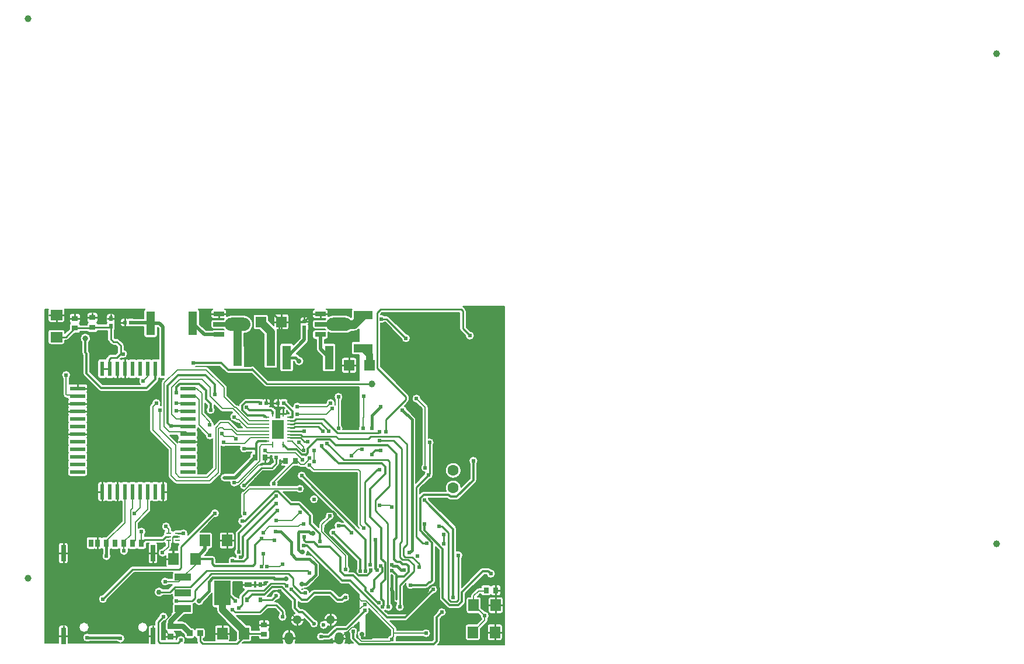
<source format=gbl>
G04 Layer: BottomLayer*
G04 EasyEDA Pro v2.1.49.573a4102.674264, 2024-03-06 21:11:32*
G04 Gerber Generator version 0.3*
G04 Scale: 100 percent, Rotated: No, Reflected: No*
G04 Dimensions in millimeters*
G04 Leading zeros omitted, absolute positions, 3 integers and 5 decimals*
G04 Panelize: V-CUT, Column: 2, Row: 2, Board Size: 105.286mm x 50.038mm, Panelized Board Size: 174.323mm x 101.42mm, Panelized Method: Only Board Outline*
%FSLAX35Y35*%
%MOMM*%
%ADD10C,1.0*%
%ADD8191C,0.2032*%
%ADD11C,0.254*%
%ADD12O,1.3X1.8*%
%ADD13C,1.3*%
%ADD14C,1.6*%
%ADD15R,2.3451X0.98001*%
%ADD16R,2.34X0.98001*%
%ADD17R,2.34X3.59999*%
%ADD18R,0.80648X0.86401*%
%ADD19R,0.86401X0.80648*%
%ADD20R,1.7X2.69999*%
%ADD21R,0.28001X0.85001*%
%ADD22R,0.85001X0.28001*%
%ADD23R,0.8X0.9*%
%ADD24R,0.8X0.9*%
%ADD25R,0.56566X0.54*%
%ADD26R,0.56566X0.54*%
%ADD27R,0.54X0.56566*%
%ADD28R,1.575X0.67201*%
%ADD29R,1.28252X3.456*%
%ADD30R,0.9X0.8*%
%ADD31R,0.54X0.79009*%
%ADD32R,1.48501X1.62001*%
%ADD33R,1.28252X2.69999*%
%ADD34R,2.69999X1.28252*%
%ADD35R,0.8X1.138*%
%ADD36R,0.7X1.138*%
%ADD37R,0.7X2.4*%
%ADD38R,0.68001X0.28001*%
%ADD39R,1.48501X1.72799*%
%ADD40R,1.72799X1.48501*%
%ADD41R,1.1X0.7*%
%ADD42R,0.6X0.7*%
%ADD43R,1.48501X1.72799*%
%ADD44R,0.9X0.8*%
%ADD45R,0.63X2.159*%
%ADD46R,2.2X0.63*%
%ADD47R,0.63X2.2*%
%ADD48C,0.61*%
%ADD49C,0.71*%
%ADD50C,0.8*%
%ADD51C,0.75*%
%ADD52C,0.6*%
%ADD53C,0.7*%
%ADD54C,0.62*%
%ADD55C,0.27*%
%ADD56C,0.5*%
%ADD57C,1.2*%
%ADD58C,0.3*%
%ADD59C,0.4*%
%ADD60C,0.25*%
%ADD61C,0.2*%
%ADD62C,0.45*%
%ADD63C,0.15*%
%ADD64C,0.35*%
G75*


G04 Panelize Start*
G54D10*
G01X1692427Y1012827D03*
G01X15739827Y1512827D03*
G01X1692427Y9129119D03*
G01X15739827Y8629119D03*
G04 Panelize End*

G04 Copper Start*
G36*
G01X2278315Y73660D02*
G01X2278315Y296860D01*
G03X2242501Y332674I-35814J0D01*
G01X2172501D01*
G03X2136687Y296860I0J-35814D01*
G01Y73660D01*
G01X1940560D01*
G01Y4917440D01*
G01X1987509D01*
G03X1985987Y4907109I34291J-10331D01*
G01Y4758607D01*
G03X2021801Y4722793I35814J0D01*
G01X2194599D01*
G03X2230413Y4758607I0J35814D01*
G01Y4907109D01*
G03X2228891Y4917440I-35814J0D01*
G01X3391552D01*
G03X3372656Y4885874I16919J-31566D01*
G01Y4784973D01*
G01X3225722D01*
G03X3213920Y4786973I-11801J-33814D01*
G01X3157355D01*
G03X3142356Y4783681I0J-35814D01*
G03X3127357Y4786973I-14999J-32522D01*
G01X3070791D01*
G03X3034977Y4751159I0J-35814D01*
G01Y4697159D01*
G03X3070791Y4661345I35814J0D01*
G01X3127357D01*
G03X3142356Y4664636I0J35814D01*
G03X3157355Y4661345I14999J32522D01*
G01X3213920D01*
G03X3225722Y4663345I0J35814D01*
G01X3372656D01*
G01Y4540274D01*
G03X3408470Y4504460I35814J0D01*
G01X3536723D01*
G03X3572537Y4540274I0J35814D01*
G01Y4652260D01*
G01X3577076D01*
G01X3591452Y4637884D01*
G01Y4192942D01*
G03X3573784Y4197604I-17668J-31152D01*
G01X3510784D01*
G03X3487293Y4188823I0J-35814D01*
G03X3463802Y4197604I-23491J-27033D01*
G01X3400802D01*
G03X3377311Y4188823I0J-35814D01*
G03X3353820Y4197604I-23491J-27033D01*
G01X3290820D01*
G03X3267329Y4188823I0J-35814D01*
G03X3243838Y4197604I-23491J-27033D01*
G01X3180838D01*
G03X3157347Y4188823I0J-35814D01*
G03X3133856Y4197604I-23491J-27033D01*
G01X3070856D01*
G03X3047365Y4188823I0J-35814D01*
G03X3032883Y4196452I-23491J-27033D01*
G01X3044127Y4207697D01*
G03X3073400Y4200886I29273J59503D01*
G03X3139714Y4267200I0J66314D01*
G03X3089402Y4331554I-66314J0D01*
G01Y4389412D01*
G03X3074958Y4424282I-49314J0D01*
G01X3019370Y4479870D01*
G03X2984500Y4494314I-34870J-34870D01*
G01X2954127D01*
G01X2944914Y4503527D01*
G01Y4602374D01*
G03X2958414Y4630387I-22314J28013D01*
G01Y4709396D01*
G03X2955120Y4724400I-35814J0D01*
G03X2958414Y4739404I-32520J15004D01*
G01Y4818413D01*
G03X2922600Y4854227I-35814J0D01*
G01X2868600D01*
G03X2832786Y4818413I0J-35814D01*
G01Y4739404D01*
G03X2836080Y4724400I35814J0D01*
G03X2832786Y4709396I32520J-15004D01*
G01Y4703712D01*
G01X2708482D01*
G03X2693457Y4724400I-34582J-9314D01*
G03X2709714Y4754402I-19557J30002D01*
G01Y4834402D01*
G03X2673900Y4870216I-35814J0D01*
G01X2583900D01*
G03X2548086Y4834402I0J-35814D01*
G01Y4754402D01*
G03X2564343Y4724400I35814J0D01*
G03X2548086Y4694398I19557J-30002D01*
G01Y4691012D01*
G01X2454482D01*
G03X2439457Y4711700I-34582J-9314D01*
G03X2455714Y4741702I-19557J30002D01*
G01Y4821702D01*
G03X2419900Y4857516I-35814J0D01*
G01X2329900D01*
G03X2294086Y4821702I0J-35814D01*
G01Y4741702D01*
G03X2310343Y4711700I35814J0D01*
G03X2294086Y4681698I19557J-30002D01*
G01Y4630624D01*
G01X2230413Y4566951D01*
G01Y4588593D01*
G03X2194599Y4624407I-35814J0D01*
G01X2021801D01*
G03X1985987Y4588593I0J-35814D01*
G01Y4440091D01*
G03X2021801Y4404277I35814J0D01*
G01X2194599D01*
G03X2230413Y4440091I0J35814D01*
G01Y4465028D01*
G01X2247544D01*
G03X2282415Y4479472I0J49314D01*
G01X2368827Y4565884D01*
G01X2419900D01*
G03X2454482Y4592384I0J35814D01*
G01X2555651D01*
G03X2583900Y4578584I28249J22014D01*
G01X2673900D01*
G03X2708482Y4605084I0J35814D01*
G01X2843255D01*
G03X2846286Y4602374I25345J25303D01*
G01Y4483100D01*
G03X2860730Y4448230I49314J0D01*
G01X2898830Y4410130D01*
G03X2933700Y4395686I34870J34870D01*
G01X2964073D01*
G01X2990774Y4368986D01*
G01Y4293824D01*
G01X2962664Y4265714D01*
G01X2895600D01*
G03X2860730Y4251270I0J-49314D01*
G01X2835330Y4225870D01*
G03X2820940Y4193296I34870J-34870D01*
G03X2803910Y4197604I-17030J-31506D01*
G01X2740910D01*
G03X2705096Y4161790I0J-35814D01*
G01Y3945890D01*
G03X2740910Y3910076I35814J0D01*
G01X2803910D01*
G03X2827401Y3918857I0J35814D01*
G03X2850892Y3910076I23491J27033D01*
G01X2913892D01*
G03X2937383Y3918857I0J35814D01*
G03X2960874Y3910076I23491J27033D01*
G01X3023874D01*
G03X3047365Y3918857I0J35814D01*
G03X3070856Y3910076I23491J27033D01*
G01X3133856D01*
G03X3157347Y3918857I0J35814D01*
G03X3180838Y3910076I23491J27033D01*
G01X3243838D01*
G03X3267329Y3918857I0J35814D01*
G03X3290820Y3910076I23491J27033D01*
G01X3309587D01*
G03X3298686Y3873500I55913J-36576D01*
G03X3322085Y3822714I66814J0D01*
G01X2776948D01*
G01X2590903Y4008759D01*
G01Y4273398D01*
G03X2578114Y4307104I-50814J0D01*
G01Y4439536D01*
G03X2603114Y4495800I-50814J56264D01*
G03X2527300Y4571614I-75814J0D01*
G03X2451486Y4495800I0J-75814D01*
G03X2476486Y4439536I75814J0D01*
G01Y4286187D01*
G03X2489275Y4252480I50814J0D01*
G01Y3987711D01*
G03X2504158Y3951780I50814J0D01*
G01X2719969Y3735969D01*
G03X2755900Y3721086I35931J35931D01*
G01X3416300D01*
G03X3452231Y3735969I0J50814D01*
G01X3579231Y3862969D01*
G03X3594114Y3898900I-35931J35931D01*
G01Y3916406D01*
G03X3597275Y3918857I-20330J29484D01*
G03X3620766Y3910076I23491J27033D01*
G01X3667485D01*
G01X3637905Y3880495D01*
G03X3624486Y3848100I32395J-32395D01*
G01Y3518831D01*
G03X3612874Y3520937I-17686J-64431D01*
G03X3622814Y3556000I-56874J35063D01*
G03X3556000Y3622814I-66814J0D01*
G03X3489186Y3556000I0J-66814D01*
G01X3489216Y3554007D01*
G01X3472805Y3537595D01*
G03X3459386Y3505200I32395J-32395D01*
G01Y3162300D01*
G03X3472805Y3129905I45814J0D01*
G01X3726086Y2876623D01*
G01Y2501900D01*
G03X3739505Y2469505I45814J0D01*
G01X3815705Y2393305D01*
G03X3848100Y2379886I32395J32395D01*
G01X4330700D01*
G03X4363095Y2393305I0J45814D01*
G01X4484655Y2514865D01*
G03X4498074Y2547260I-32395J32395D01*
G01Y2928103D01*
G03X4533900Y2917686I35826J56397D01*
G03X4568858Y2927561I0J66814D01*
G01X4767896D01*
G03X4759686Y2895600I58104J-31961D01*
G03X4826000Y2829286I66314J0D01*
G03X4868609Y2844786I0J66314D01*
G01X4940180D01*
G03X4916508Y2811093I12142J-33693D01*
G01Y2776283D01*
G01X4674415Y2534190D01*
G01X4540085D01*
G03X4479271Y2473376I0J-60814D01*
G03X4540085Y2412562I60814J0D01*
G01X4621129D01*
G03X4619986Y2400300I65171J-12262D01*
G03X4686300Y2333986I66314J0D01*
G03X4736514Y2356986I0J66314D01*
G01X4743688D01*
G03X4759720Y2360063I0J43314D01*
G03X4822015Y2296006I66280J2137D01*
G01X4793605Y2267595D01*
G03X4780186Y2235200I32395J-32395D01*
G01Y1987004D01*
G03X4772386Y1955800I58514J-31204D01*
G03X4793350Y1907417I66314J0D01*
G03X4734286Y1841500I7250J-65917D01*
G03X4790239Y1776000I66314J0D01*
G01X4713869Y1699631D01*
G03X4698986Y1663700I35931J-35931D01*
G01Y1439609D01*
G03X4683486Y1397000I50814J-42609D01*
G03X4712438Y1342213I66314J0D01*
G03X4708886Y1320800I62762J-21413D01*
G03X4709094Y1315551I66314J0D01*
G03X4660900Y1336314I-48194J-45551D01*
G03X4594586Y1270000I0J-66314D01*
G03X4599637Y1244614I66314J0D01*
G01X4417709D01*
G01Y1295400D01*
G03X4366895Y1346214I-50814J0D01*
G01X4258476D01*
G01X4303344Y1391082D01*
G03X4321156Y1434084I-43002J43002D01*
G01Y1439887D01*
G01X4334593D01*
G03X4370407Y1475701I0J35814D01*
G01Y1648499D01*
G03X4334593Y1684313I-35814J0D01*
G01X4191040D01*
G01X4396961Y1890235D01*
G03X4406900Y1889486I9939J65565D01*
G03X4473214Y1955800I0J66314D01*
G03X4406900Y2022114I-66314J0D01*
G03X4342776Y1972702I0J-66314D01*
G01X4012514Y1642440D01*
G03X4016014Y1663700I-62814J21260D01*
G03X3949700Y1730014I-66314J0D01*
G03X3905364Y1713014I0J-66314D01*
G01X3862093D01*
G03X3856711Y1712719I0J-49314D01*
G01X3827297D01*
G03X3797290Y1696455I0J-35814D01*
G03X3779096Y1710715I-30008J-19550D01*
G01Y1727718D01*
G03X3765677Y1760114I-45814J0D01*
G01X3761997Y1763794D01*
G01X3762014Y1765300D01*
G03X3695700Y1831614I-66314J0D01*
G03X3629386Y1765300I0J-66314D01*
G03X3674274Y1702543I66314J0D01*
G03X3663467Y1676905I25007J-25637D01*
G01Y1652997D01*
G03X3657329Y1647788I28732J-40079D01*
G01X3633655Y1624114D01*
G01X3390354D01*
G03X3385914Y1623914I0J-49314D01*
G01Y1641156D01*
G03X3406414Y1689100I-45814J47944D01*
G03X3340100Y1755414I-66314J0D01*
G03X3297014Y1739510I0J-66314D01*
G01Y1809823D01*
G01X3463681Y1976491D01*
G03X3477100Y2008886I-32395J32395D01*
G01Y2127931D01*
G03X3486277Y2133727I-14314J32829D01*
G03X3509768Y2124946I23491J27033D01*
G01X3572768D01*
G03X3596259Y2133727I0J35814D01*
G03X3619750Y2124946I23491J27033D01*
G01X3682750D01*
G03X3718564Y2160760I0J35814D01*
G01Y2380760D01*
G03X3682750Y2416574I-35814J0D01*
G01X3619750D01*
G03X3596259Y2407793I0J-35814D01*
G03X3572768Y2416574I-23491J-27033D01*
G01X3509768D01*
G03X3486277Y2407793I0J-35814D01*
G03X3462786Y2416574I-23491J-27033D01*
G01X3399786D01*
G03X3376295Y2407793I0J-35814D01*
G03X3352804Y2416574I-23491J-27033D01*
G01X3289804D01*
G03X3266313Y2407793I0J-35814D01*
G03X3242822Y2416574I-23491J-27033D01*
G01X3179822D01*
G03X3156331Y2407793I0J-35814D01*
G03X3132840Y2416574I-23491J-27033D01*
G01X3069840D01*
G03X3046349Y2407793I0J-35814D01*
G03X3022858Y2416574I-23491J-27033D01*
G01X2959858D01*
G03X2936367Y2407793I0J-35814D01*
G03X2912876Y2416574I-23491J-27033D01*
G01X2849876D01*
G03X2826385Y2407793I0J-35814D01*
G03X2802894Y2416574I-23491J-27033D01*
G01X2739894D01*
G03X2704080Y2380760I0J-35814D01*
G01Y2160760D01*
G03X2739894Y2124946I35814J0D01*
G01X2802894D01*
G03X2826385Y2133727I0J35814D01*
G03X2849876Y2124946I23491J27033D01*
G01X2912876D01*
G03X2936367Y2133727I0J35814D01*
G03X2959858Y2124946I23491J27033D01*
G01X3022858D01*
G03X3046349Y2133727I0J35814D01*
G03X3055526Y2127931I23491J27033D01*
G01Y1841047D01*
G01X2832133Y1617654D01*
G01X2792494D01*
G03X2766494Y1606470I0J-35814D01*
G03X2740494Y1617654I-26000J-24630D01*
G01X2670494D01*
G03X2657996Y1615402I0J-35814D01*
G03X2645498Y1617654I-12498J-33562D01*
G01X2575498D01*
G03X2539684Y1581840I0J-35814D01*
G01Y1468040D01*
G03X2575498Y1432226I35814J0D01*
G01X2645498D01*
G03X2657996Y1434477I0J35814D01*
G03X2670494Y1432226I12498J33562D01*
G01X2740494D01*
G03X2766494Y1443410I0J35814D01*
G03X2776680Y1435907I26000J24630D01*
G01Y1369916D01*
G03X2765786Y1333500I55420J-36416D01*
G03X2832100Y1267186I66314J0D01*
G03X2898414Y1333500I0J66314D01*
G03X2888308Y1368689I-66314J0D01*
G01Y1435907D01*
G03X2895994Y1441014I-15814J32133D01*
G03X2919494Y1432226I23500J27026D01*
G01X2999494D01*
G03X3022994Y1441014I0J35814D01*
G03X3026336Y1438437I23500J27026D01*
G03X3019786Y1409700I59764J-28737D01*
G03X3086100Y1343386I66314J0D01*
G03X3152414Y1409700I0J66314D01*
G03X3146054Y1438039I-66314J0D01*
G03X3149994Y1441014I-19560J30001D01*
G03X3173494Y1432226I23500J27026D01*
G01X3253494D01*
G03X3276994Y1441014I0J35814D01*
G03X3300494Y1432226I23500J27026D01*
G01X3380494D01*
G03X3416308Y1468040I0J35814D01*
G01Y1525486D01*
G01X3450980D01*
G03X3436685Y1496858I21519J-28628D01*
G01Y1256858D01*
G03X3472499Y1221044I35814J0D01*
G01X3542499D01*
G03X3578313Y1256858I0J35814D01*
G01Y1496858D01*
G03X3564017Y1525486I-35814J0D01*
G01X3654081D01*
G03X3670090Y1528157I0J49314D01*
G03X3687468Y1515095I29192J20748D01*
G01Y1491659D01*
G01X3646406Y1450597D01*
G01X3644900Y1450614D01*
G03X3578586Y1384300I0J-66314D01*
G03X3644900Y1317986I66314J0D01*
G03X3693077Y1338731I0J66314D01*
G01Y1209001D01*
G03X3697749Y1191314I35814J0D01*
G01X3213100D01*
G03X3178937Y1177163I0J-48314D01*
G01X2779256Y777483D01*
G03X2714986Y711200I2044J-66283D01*
G03X2781300Y644886I66314J0D01*
G03X2847583Y709156I0J66314D01*
G01X3233112Y1094686D01*
G01X3792862D01*
G03X3789291Y1079097I32243J-15589D01*
G01Y1011014D01*
G01X3730944D01*
G03X3683000Y1031514I-47944J-45814D01*
G03X3616686Y965200I0J-66314D01*
G03X3683000Y898886I66314J0D01*
G03X3730944Y919386I0J66314D01*
G01X3787834D01*
G01X3729562Y861114D01*
G01X3649243D01*
G03X3594100Y886114I-55143J-48314D01*
G03X3520786Y812800I0J-73314D01*
G03X3594100Y739486I73314J0D01*
G03X3649243Y764486I0J73314D01*
G01X3749575D01*
G03X3783738Y778637I0J48314D01*
G01X3789291Y784190D01*
G01Y751100D01*
G03X3797342Y728476I35814J0D01*
G03X3781786Y685800I50758J-42676D01*
G03X3797932Y642433I66314J0D01*
G03X3789291Y619103I27173J-23329D01*
G01Y521103D01*
G01X3789292Y520971D01*
G01X3723894Y455573D01*
G01X3723914Y457200D01*
G03X3657600Y523514I-66314J0D01*
G03X3591317Y459244I0J-66314D01*
G01X3547237Y415163D01*
G03X3533086Y381000I34163J-34163D01*
G01Y332674D01*
G01X3472499D01*
G03X3436685Y296860I0J-35814D01*
G01Y73660D01*
G01X3041329D01*
G03X3101620Y139700I-6023J66040D01*
G03X3038363Y205944I-66314J0D01*
G03X3022606Y208214I-15757J-53544D01*
G01X2588510D01*
G03X2552700Y218714I-35810J-55814D01*
G03X2486386Y152400I0J-66314D01*
G03X2552700Y86086I66314J0D01*
G03X2588510Y96586I0J66314D01*
G01X2984920D01*
G03X3029283Y73660I50386J43114D01*
G01X2278315D01*
G37*
%LPC*%
G36*
G01X2268456Y2526280D02*
G03X2304270Y2490466I35814J0D01*
G01X2524270D01*
G03X2560084Y2526280I0J35814D01*
G01Y2589280D01*
G03X2551303Y2612771I-35814J0D01*
G03X2560084Y2636262I-27033J23491D01*
G01Y2699262D01*
G03X2551303Y2722753I-35814J0D01*
G03X2560084Y2746244I-27033J23491D01*
G01Y2809244D01*
G03X2551303Y2832735I-35814J0D01*
G03X2560084Y2856226I-27033J23491D01*
G01Y2919226D01*
G03X2551303Y2942717I-35814J0D01*
G03X2560084Y2966208I-27033J23491D01*
G01Y3029208D01*
G03X2551192Y3052826I-35814J0D01*
G03X2560084Y3076444I-26923J23618D01*
G01Y3139444D01*
G03X2551303Y3162935I-35814J0D01*
G03X2560084Y3186426I-27033J23491D01*
G01Y3249426D01*
G03X2551303Y3272917I-35814J0D01*
G03X2560084Y3296408I-27033J23491D01*
G01Y3359408D01*
G03X2551303Y3382899I-35814J0D01*
G03X2560084Y3406390I-27033J23491D01*
G01Y3469390D01*
G03X2551303Y3492881I-35814J0D01*
G03X2560084Y3516372I-27033J23491D01*
G01Y3579372D01*
G03X2551303Y3602863I-35814J0D01*
G03X2560084Y3626354I-27033J23491D01*
G01Y3689354D01*
G03X2551303Y3712845I-35814J0D01*
G03X2560084Y3736336I-27033J23491D01*
G01Y3799336D01*
G03X2524270Y3835150I-35814J0D01*
G01X2304270D01*
G03X2293714Y3833559I0J-35814D01*
G01Y3913767D01*
G03X2314714Y3962400I-45814J48633D01*
G03X2247900Y4029214I-66814J0D01*
G03X2181086Y3962400I0J-66814D01*
G03X2202086Y3913767I66814J0D01*
G01Y3683000D01*
G03X2215505Y3650605I45814J0D01*
G01X2228205Y3637905D01*
G03X2260600Y3624486I32395J32395D01*
G01X2268505D01*
G03X2277237Y3602863I35765J1868D01*
G03X2268456Y3579372I27033J-23491D01*
G01Y3516372D01*
G03X2277237Y3492881I35814J0D01*
G03X2268456Y3469390I27033J-23491D01*
G01Y3406390D01*
G03X2277237Y3382899I35814J0D01*
G03X2268456Y3359408I27033J-23491D01*
G01Y3296408D01*
G03X2277237Y3272917I35814J0D01*
G03X2268456Y3249426I27033J-23491D01*
G01Y3186426D01*
G03X2277237Y3162935I35814J0D01*
G03X2268456Y3139444I27033J-23491D01*
G01Y3076444D01*
G03X2277348Y3052826I35814J0D01*
G03X2268456Y3029208I26923J-23618D01*
G01Y2966208D01*
G03X2277237Y2942717I35814J0D01*
G03X2268456Y2919226I27033J-23491D01*
G01Y2856226D01*
G03X2277237Y2832735I35814J0D01*
G03X2268456Y2809244I27033J-23491D01*
G01Y2746244D01*
G03X2277237Y2722753I35814J0D01*
G03X2268456Y2699262I27033J-23491D01*
G01Y2636262D01*
G03X2277237Y2612771I35814J0D01*
G03X2268456Y2589280I27033J-23491D01*
G01Y2526280D01*
G37*
G36*
G01X4653109Y1439887D02*
G03X4688923Y1475701I0J35814D01*
G01Y1648499D01*
G03X4653109Y1684313I-35814J0D01*
G01X4504607D01*
G03X4468793Y1648499I0J-35814D01*
G01Y1475701D01*
G03X4504607Y1439887I35814J0D01*
G01X4653109D01*
G37*
G36*
G01X2136687Y1256858D02*
G03X2172501Y1221044I35814J0D01*
G01X2242501D01*
G03X2278315Y1256858I0J35814D01*
G01Y1496858D01*
G03X2242501Y1532672I-35814J0D01*
G01X2172501D01*
G03X2136687Y1496858I0J-35814D01*
G01Y1256858D01*
G37*
G36*
G01X3281672Y301854D02*
G03X3357486Y226040I75814J0D01*
G03X3433300Y301854I0J75814D01*
G03X3357486Y377668I-75814J0D01*
G03X3281672Y301854I0J-75814D01*
G37*
G36*
G01X2431687Y301854D02*
G03X2507501Y226040I75814J0D01*
G03X2583315Y301854I0J75814D01*
G03X2507501Y377668I-75814J0D01*
G03X2431687Y301854I0J-75814D01*
G37*
%LPD*%
G36*
G01X3684951Y127593D02*
G03X3685083Y124514I35814J0D01*
G01X3629714D01*
G01Y360988D01*
G01X3659644Y390917D01*
G03X3691089Y399963I-2044J66283D01*
G03X3690651Y391963I72876J-8001D01*
G01Y378299D01*
G03X3684951Y358913I30114J-19386D01*
G01Y278266D01*
G03X3713231Y243253I35814J0D01*
G03X3684951Y208241I7534J-35013D01*
G01Y127593D01*
G37*
G36*
G01X3863286Y1473200D02*
G01X3863286Y1417613D01*
G01X3743004D01*
G01X3765677Y1440286D01*
G03X3779096Y1472682I-32395J32395D01*
G01Y1515095D01*
G03X3797290Y1529355I-11814J33810D01*
G03X3827297Y1513091I30008J19550D01*
G01X3883164D01*
G01X3877437Y1507363D01*
G03X3863286Y1473200I34163J-34163D01*
G37*
G36*
G01X3866116Y3028446D02*
G01X3866116Y2980475D01*
G01X3755505Y3091086D01*
G01X3866116D01*
G01Y3075428D01*
G03X3874897Y3051937I35814J0D01*
G03X3866116Y3028446I27033J-23491D01*
G37*
G36*
G01X3962236Y73660D02*
G03X3978281Y116910I-50269J43250D01*
G03X3911967Y183224I-66314J0D01*
G03X3846090Y124514I0J-66314D01*
G01X3842847D01*
G03X3842979Y127593I-35681J3079D01*
G01Y208241D01*
G03X3814699Y243253I-35814J0D01*
G03X3821104Y245276I-7534J35013D01*
G01X3906406D01*
G01X3963326Y188356D01*
G01Y172700D01*
G03X3999140Y136886I35814J0D01*
G01X4079787D01*
G03X4114800Y165166I0J35814D01*
G03X4141822Y137788I35013J7534D01*
G01Y102879D01*
G03X4151659Y73660I48314J0D01*
G01X3962236D01*
G37*
G36*
G01X4719681Y127107D02*
G01X4703150Y110577D01*
G01X4617984D01*
G03X4621294Y125614I-32504J15038D01*
G01Y298413D01*
G03X4585480Y334227I-35814J0D01*
G01X4436979D01*
G03X4401165Y298413I0J-35814D01*
G01Y125614D01*
G03X4404475Y110577I35814J0D01*
G01X4250765D01*
G01X4238450Y122891D01*
G01Y137788D01*
G03X4266274Y172700I-7990J34911D01*
G01Y259100D01*
G03X4230460Y294914I-35814J0D01*
G01X4149813D01*
G03X4114800Y266634I0J-35814D01*
G03X4079787Y294914I-35013J-7534D01*
G01X4064131D01*
G01X3988615Y370431D01*
G03X3936774Y391904I-51841J-51841D01*
G01X3867588D01*
G01X3960973Y485289D01*
G01X4059105D01*
G03X4094919Y521103I0J35814D01*
G01Y619103D01*
G03X4088857Y639041I-35814J0D01*
G03X4110863Y651637I-12157J46760D01*
G01X4114060Y654834D01*
G03X4178300Y614486I64240J30966D01*
G03X4249155Y677722I0J71314D01*
G01X4357466Y786034D01*
G03X4363281Y792868I-39466J39466D01*
G01Y620100D01*
G03X4399095Y584286I35814J0D01*
G01X4430281D01*
G01Y554861D01*
G03X4455415Y494182I85814J0D01*
G01X4719681Y229916D01*
G01Y127107D01*
G37*
G36*
G01X6262152Y3172514D02*
G03X6263914Y3187700I-64552J15186D01*
G03X6243414Y3235644I-66314J0D01*
G01Y3596956D01*
G03X6263914Y3644900I-45814J47944D01*
G03X6197600Y3711214I-66314J0D01*
G03X6131286Y3644900I0J-66314D01*
G03X6151786Y3596956I66314J0D01*
G01Y3530210D01*
G03X6146062Y3534587I-43086J-50410D01*
G03X6149614Y3556000I-62762J21413D01*
G03X6083300Y3622314I-66314J0D01*
G03X6016986Y3556000I0J-66314D01*
G01X6017003Y3554494D01*
G01X6013523Y3551014D01*
G01X5648644D01*
G03X5600700Y3571514I-47944J-45814D01*
G03X5534386Y3505200I0J-66314D01*
G01X5534404Y3503658D01*
G01X5466779Y3571283D01*
G01Y3583000D01*
G03X5430965Y3618814I-35814J0D01*
G01X5430964D01*
G01X5374399D01*
G03X5359400Y3615522I0J-35814D01*
G03X5344401Y3618814I-14999J-32522D01*
G01X5287836D01*
G03X5252022Y3583000I0J-35814D01*
G01Y3529000D01*
G03X5287836Y3493186I35814J0D01*
G01X5344401D01*
G03X5359400Y3496478I0J35814D01*
G03X5374399Y3493186I14999J32522D01*
G01X5401152D01*
G01X5416630Y3477708D01*
G03X5410103Y3478308I-6527J-35214D01*
G01X5382103D01*
G03X5346289Y3442494I0J-35814D01*
G01Y3357493D01*
G03X5348246Y3345814I35814J0D01*
G01X5293947D01*
G03X5295905Y3357493I-33856J11679D01*
G01Y3389964D01*
G03X5296905Y3399993I-49814J10029D01*
G01Y3428009D01*
G03X5295905Y3438038I-50814J0D01*
G01Y3442494D01*
G03X5268706Y3477256I-35814J0D01*
G01X5255631Y3490331D01*
G03X5219700Y3505214I-35931J-35931D01*
G01X5203739D01*
G03X5212779Y3529000I-26775J23786D01*
G01Y3583000D01*
G03X5176965Y3618814I-35814J0D01*
G01X5176964D01*
G01X5120399D01*
G03X5105400Y3615522I0J-35814D01*
G03X5090401Y3618814I-14999J-32522D01*
G01X5057822D01*
G03X5049418Y3619514I-8404J-50114D01*
G01X4851400D01*
G03X4815469Y3604631I0J-50814D01*
G01X4764669Y3553831D01*
G03X4749802Y3519188I35931J-35931D01*
G01X4744095Y3524895D01*
G03X4711700Y3538314I-32395J-32395D01*
G01X4709708D01*
G01X4585899Y3662123D01*
G01Y3778415D01*
G03X4572480Y3810810I-45814J0D01*
G01X4312295Y4070995D01*
G03X4279900Y4084414I-32395J-32395D01*
G01X4126170D01*
G03X4132783Y4089386I-36770J55786D01*
G01X4474752D01*
G01X4561469Y4002669D01*
G03X4597400Y3987786I35931J35931D01*
G01X4935205D01*
G01X5121895Y3801095D01*
G03X5156200Y3786886I34305J34305D01*
G01X6492240D01*
G01Y3213804D01*
G03X6486886Y3187700I60960J-26104D01*
G03X6488648Y3172514I66314J0D01*
G01X6262152D01*
G37*
G36*
G01X4157744Y2527714D02*
G01X4157744Y2588264D01*
G03X4148963Y2611755I-35814J0D01*
G03X4157744Y2635246I-27033J23491D01*
G01Y2698246D01*
G03X4148963Y2721737I-35814J0D01*
G03X4157744Y2745228I-27033J23491D01*
G01Y2808228D01*
G03X4148963Y2831719I-35814J0D01*
G03X4157744Y2855210I-27033J23491D01*
G01Y2918210D01*
G03X4148852Y2941828I-35814J0D01*
G03X4157744Y2965446I-26923J23618D01*
G01Y3028446D01*
G03X4148963Y3051937I-35814J0D01*
G03X4157744Y3075428I-27033J23491D01*
G01Y3138428D01*
G03X4148963Y3161919I-35814J0D01*
G03X4157744Y3185410I-27033J23491D01*
G01Y3194265D01*
G01X4263916Y3088093D01*
G01X4263886Y3086100D01*
G03X4330700Y3019286I66814J0D01*
G03X4373786Y3035034I0J66814D01*
G01Y2622477D01*
G01X4279023Y2527714D01*
G01X4157744D01*
G37*
G36*
G01X4383027Y4618415D02*
G03X4359744Y4609814I0J-35814D01*
G01X4275118D01*
G01X4185794Y4699138D01*
G01Y4885874D01*
G03X4166899Y4917440I-35814J0D01*
G01X4374731D01*
G03X4347213Y4882600I8296J-34840D01*
G01Y4815399D01*
G03X4383027Y4779585I35814J0D01*
G01X4537297D01*
G01X4535335Y4777038D01*
G01X4534342Y4775685D01*
G01X4531792Y4772032D01*
G01X4530861Y4770630D01*
G01X4529076Y4767798D01*
G01X4383014D01*
G03X4347200Y4731984I0J-35814D01*
G01Y4665985D01*
G03X4383014Y4630171I35814J0D01*
G01X4529073D01*
G01X4530861Y4627334D01*
G01X4531792Y4625932D01*
G01X4534342Y4622280D01*
G01X4535335Y4620926D01*
G01X4537270Y4618415D01*
G01X4383027D01*
G37*
G36*
G01X4733452Y3268886D02*
G01X4806365Y3195973D01*
G01X4744776D01*
G01X4634980Y3305770D01*
G03X4602584Y3319188I-32395J-32395D01*
G01X4492574D01*
G03X4460179Y3305770I0J-45814D01*
G01X4397365Y3242956D01*
G03X4373427Y3289866I-66665J-4456D01*
G03X4361328Y3313387I-42727J-7107D01*
G01X4259714Y3415001D01*
G01Y3555124D01*
G01X4292586Y3522252D01*
G01Y3497783D01*
G03X4276586Y3454400I50814J-43383D01*
G03X4343400Y3387586I66814J0D01*
G03X4410214Y3454400I0J66814D01*
G03X4394214Y3497783I-66814J0D01*
G01Y3529295D01*
G01X4482531Y3440978D01*
G03X4514926Y3427560I32395J32395D01*
G01X4648349D01*
G01X4661192Y3414717D01*
G03X4619486Y3352800I25108J-61917D01*
G03X4686300Y3285986I66814J0D01*
G01X4688293Y3286016D01*
G01X4692005Y3282305D01*
G03X4724400Y3268886I32395J32395D01*
G01X4733452D01*
G37*
G36*
G01X6492240Y4253272D02*
G01X6492240Y3883914D01*
G01X5176295D01*
G01X4992780Y4067429D01*
G03X4947788Y4094626I-44992J-23617D01*
G03X4925370Y4089414I0J-50814D01*
G01X4836028D01*
G03X4836283Y4093679I-35559J4265D01*
G01Y4363678D01*
G03X4828837Y4385539I-35814J0D01*
G01Y4568232D01*
G01X4831031Y4568284D01*
G01X4832686Y4568362D01*
G01X4837128Y4568674D01*
G01X4838801Y4568832D01*
G01X4843226Y4569352D01*
G01X4844882Y4569587D01*
G01X4849276Y4570313D01*
G01X4850948Y4570630D01*
G01X4850949D01*
G01X4855304Y4571565D01*
G01X4856923Y4571952D01*
G01X4861228Y4573087D01*
G01X4862838Y4573552D01*
G01X4867087Y4574888D01*
G01X4868683Y4575432D01*
G01X4872864Y4576966D01*
G01X4874434Y4577584D01*
G01X4878539Y4579314D01*
G01X4880048Y4579992D01*
G01X4884069Y4581910D01*
G01X4885585Y4582677D01*
G01X4889509Y4584783D01*
G01X4890972Y4585613D01*
G01X4894795Y4587901D01*
G01X4896208Y4588793D01*
G01X4899919Y4591256D01*
G01X4901290Y4592213D01*
G01X4904881Y4594847D01*
G01X4906218Y4595877D01*
G01X4909680Y4598676D01*
G01X4910964Y4599765D01*
G01X4914294Y4602727D01*
G01X4915519Y4603869D01*
G01X4915520D01*
G01X4918705Y4606980D01*
G01X4919875Y4608179D01*
G01X4922913Y4611438D01*
G01X4924029Y4612692D01*
G01X4926909Y4616088D01*
G01X4927968Y4617398D01*
G01X4930686Y4620926D01*
G01X4931679Y4622280D01*
G01X4934229Y4625932D01*
G01X4935160Y4627334D01*
G01X4937535Y4631101D01*
G01X4938396Y4632541D01*
G01X4940593Y4636417D01*
G01X4941379Y4637882D01*
G01X4943393Y4641854D01*
G01X4944126Y4643387D01*
G01X4945949Y4647451D01*
G01X4946593Y4648979D01*
G01X4948226Y4653121D01*
G01Y4653122D01*
G01X4948812Y4654717D01*
G01X4950247Y4658934D01*
G01X4950749Y4660529D01*
G01X4951986Y4664809D01*
G01X4952416Y4666442D01*
G01X4953450Y4670775D01*
G01X4953799Y4672405D01*
G01X4954629Y4676779D01*
G01X4954904Y4678438D01*
G01X4955529Y4682850D01*
G01X4955726Y4684523D01*
G01X4956143Y4688958D01*
G01X4956260Y4690632D01*
G01X4956469Y4695079D01*
G01X4956508Y4696755D01*
G01Y4701210D01*
G01X4956469Y4702885D01*
G01X4956260Y4707333D01*
G01X4956143Y4709007D01*
G01X4955726Y4713441D01*
G01X4955529Y4715114D01*
G01X4954904Y4719526D01*
G01X4954629Y4721186D01*
G01X4953799Y4725559D01*
G01Y4725560D01*
G01X4953450Y4727189D01*
G01X4952416Y4731522D01*
G01X4951986Y4733155D01*
G01X4950749Y4737435D01*
G01X4950247Y4739031D01*
G01X4948812Y4743247D01*
G01X4948226Y4744843D01*
G01X4946593Y4748986D01*
G01X4945949Y4750513D01*
G01X4944126Y4754577D01*
G01X4943393Y4756110D01*
G01X4941379Y4760083D01*
G01X4940593Y4761548D01*
G01X4938396Y4765424D01*
G01X4937535Y4766864D01*
G01X4935160Y4770630D01*
G01X4934229Y4772032D01*
G01X4931679Y4775685D01*
G01X4930686Y4777038D01*
G01X4927968Y4780566D01*
G01X4926909Y4781876D01*
G01X4924029Y4785272D01*
G01X4922913Y4786527D01*
G01X4919875Y4789786D01*
G01X4918705Y4790984D01*
G01X4915520Y4794095D01*
G01X4915519D01*
G01X4914294Y4795238D01*
G01X4910964Y4798199D01*
G01X4909680Y4799288D01*
G01X4906218Y4802087D01*
G01X4904881Y4803117D01*
G01X4901290Y4805751D01*
G01X4899919Y4806708D01*
G01X4896208Y4809172D01*
G01X4894795Y4810063D01*
G01X4890972Y4812352D01*
G01X4889509Y4813182D01*
G01X4885585Y4815287D01*
G01X4884069Y4816055D01*
G01X4880048Y4817973D01*
G01X4878539Y4818650D01*
G01X4874434Y4820380D01*
G01X4872864Y4820999D01*
G01X4868683Y4822533D01*
G01X4867087Y4823076D01*
G01X4862838Y4824412D01*
G01X4861228Y4824877D01*
G01X4856923Y4826012D01*
G01X4855304Y4826399D01*
G01X4850948Y4827334D01*
G01X4849276Y4827651D01*
G01X4844882Y4828378D01*
G01X4843226Y4828612D01*
G01X4838801Y4829133D01*
G01X4837128Y4829290D01*
G01X4832686Y4829602D01*
G01X4831031Y4829680D01*
G01X4826579Y4829787D01*
G01X4826578D01*
G01X4825721Y4829797D01*
G01X4640301D01*
G01X4639443Y4829787D01*
G01X4634990Y4829680D01*
G01X4633336Y4829602D01*
G01X4633335D01*
G01X4628893Y4829290D01*
G01X4627220Y4829133D01*
G01X4622795Y4828612D01*
G01X4621139Y4828378D01*
G01X4616745Y4827652D01*
G01Y4827651D01*
G01X4615073Y4827334D01*
G01X4610717Y4826399D01*
G01X4609098Y4826012D01*
G01X4604793Y4824877D01*
G01X4603184Y4824412D01*
G01X4603183D01*
G01X4598934Y4823076D01*
G01X4597338Y4822533D01*
G01X4593158Y4820999D01*
G01X4593157D01*
G01X4591587Y4820380D01*
G01X4587483Y4818650D01*
G01X4587482D01*
G01X4585973Y4817973D01*
G01X4581952Y4816055D01*
G01X4580436Y4815287D01*
G01X4576512Y4813182D01*
G01X4576264Y4813047D01*
G01X4576341Y4815399D01*
G01Y4882600D01*
G03X4548823Y4917440I-35814J0D01*
G01X5847931D01*
G03X5820413Y4882600I8296J-34840D01*
G01Y4815399D01*
G03X5856227Y4779585I35814J0D01*
G01X6010497D01*
G01X6008535Y4777038D01*
G01X6007542Y4775685D01*
G01X6004992Y4772032D01*
G01X6004061Y4770630D01*
G01X6002276Y4767798D01*
G01X5856214D01*
G03X5820400Y4731984I0J-35814D01*
G01Y4665985D01*
G03X5856214Y4630171I35814J0D01*
G01X6002273D01*
G01X6004061Y4627334D01*
G01X6004992Y4625932D01*
G01X6007542Y4622280D01*
G01X6008535Y4620926D01*
G01X6010470Y4618415D01*
G01X5856227D01*
G03X5820413Y4582601I0J-35814D01*
G01Y4515400D01*
G03X5856227Y4479586I35814J0D01*
G01X5874163D01*
G01Y4341152D01*
G03X5891975Y4298150I60814J0D01*
G01X5959789Y4230336D01*
G01Y4043600D01*
G03X5995603Y4007786I35814J0D01*
G01X6123855D01*
G03X6159669Y4043600I0J35814D01*
G01Y4389200D01*
G03X6123855Y4425014I-35814J0D01*
G01X5995791D01*
G01Y4479586D01*
G01X6013727D01*
G03X6049541Y4515400I0J35814D01*
G01Y4582601D01*
G01X6049466Y4584916D01*
G01X6049712Y4584783D01*
G01X6053636Y4582677D01*
G01X6055152Y4581910D01*
G01X6059173Y4579992D01*
G01X6060682Y4579314D01*
G01X6064787Y4577584D01*
G01X6066357Y4576966D01*
G01X6066358D01*
G01X6070538Y4575432D01*
G01X6072134Y4574888D01*
G01X6076383Y4573552D01*
G01X6076384D01*
G01X6077993Y4573087D01*
G01X6082298Y4571952D01*
G01X6083917Y4571565D01*
G01X6088273Y4570630D01*
G01X6089945Y4570313D01*
G01X6094339Y4569587D01*
G01X6095995Y4569352D01*
G01X6100420Y4568832D01*
G01X6102093Y4568674D01*
G01X6106536Y4568362D01*
G01X6108190Y4568284D01*
G01X6112643Y4568177D01*
G01X6113501Y4568167D01*
G01X6298921D01*
G01X6299778Y4568177D01*
G01X6304231Y4568284D01*
G01X6305886Y4568362D01*
G01X6310328Y4568674D01*
G01X6312001Y4568832D01*
G01X6316426Y4569352D01*
G01X6318082Y4569587D01*
G01X6322476Y4570313D01*
G01X6324148Y4570630D01*
G01X6328504Y4571565D01*
G01X6330123Y4571952D01*
G01X6334428Y4573087D01*
G01X6336038Y4573552D01*
G01X6340287Y4574888D01*
G01X6341883Y4575432D01*
G01X6346064Y4576966D01*
G01X6347634Y4577584D01*
G01X6351739Y4579314D01*
G01X6353248Y4579992D01*
G01X6357269Y4581910D01*
G01X6358785Y4582677D01*
G01X6362709Y4584783D01*
G01X6364172Y4585613D01*
G01X6367995Y4587901D01*
G01X6369408Y4588793D01*
G01X6373119Y4591256D01*
G01X6374490Y4592213D01*
G01X6378081Y4594847D01*
G01X6379418Y4595877D01*
G01X6382258Y4598173D01*
G01X6422252D01*
G03X6492240Y4626426I0J100814D01*
G01Y4453152D01*
G01X6419708D01*
G03X6383894Y4417338I0J-35814D01*
G01Y4289086D01*
G03X6419708Y4253272I35814J0D01*
G01X6492240D01*
G37*
%LPC*%
G36*
G01X5278700Y4057865D02*
G03X5314514Y4093679I0J35814D01*
G01Y4363678D01*
G03X5310388Y4380367I-35814J0D01*
G01Y4590274D01*
G03X5306460Y4617429I-95814J0D01*
G01X5443356D01*
G03X5479170Y4653243I0J35814D01*
G01Y4815244D01*
G03X5443356Y4851058I-35814J0D01*
G01X5294855D01*
G03X5259041Y4815244I0J-35814D01*
G01Y4681309D01*
G01X5180669Y4759681D01*
G01Y4815244D01*
G03X5144855Y4851058I-35814J0D01*
G01X4996354D01*
G03X4960540Y4815244I0J-35814D01*
G01Y4653243D01*
G03X4996354Y4617429I35814J0D01*
G01X5051918D01*
G01X5118760Y4550587D01*
G01Y4380367D01*
G03X5114634Y4363678I31688J-16689D01*
G01Y4093679D01*
G03X5150448Y4057865I35814J0D01*
G01X5278700D01*
G37*
G36*
G01X5346531Y4043600D02*
G03X5382345Y4007786I35814J0D01*
G01X5510597D01*
G03X5546411Y4043600I0J35814D01*
G01Y4160586D01*
G01X5552181D01*
G01X5555245Y4157522D01*
G03X5626100Y4094286I70855J8078D01*
G03X5697414Y4165600I0J71314D01*
G03X5634178Y4236455I-71314J0D01*
G01X5614766Y4255866D01*
G03X5587040Y4270965I-39466J-39466D01*
G01X5745302Y4429227D01*
G03X5763114Y4472229I-43002J43002D01*
G01Y4615634D01*
G03X5765114Y4627436I-33814J11801D01*
G01Y4684001D01*
G03X5761822Y4699000I-35814J0D01*
G03X5765114Y4713999I-32522J14999D01*
G01Y4770564D01*
G01Y4770565D01*
G03X5729300Y4806379I-35814J0D01*
G01X5675300D01*
G03X5639486Y4770565I0J-35814D01*
G01Y4770564D01*
G01Y4713999D01*
G03X5642778Y4699000I35814J0D01*
G03X5639486Y4684001I32522J-14999D01*
G01Y4627436D01*
G03X5641486Y4615634I35814J0D01*
G01Y4497419D01*
G01X5544578Y4400511D01*
G03X5510597Y4425014I-33981J-11311D01*
G01X5382345D01*
G03X5346531Y4389200I0J-35814D01*
G01Y4043600D01*
G37*
G36*
G01X6426187Y3986370D02*
G03X6462001Y4022184I0J35814D01*
G01Y4184185D01*
G03X6426187Y4219999I-35814J0D01*
G01X6277686D01*
G03X6241872Y4184185I0J-35814D01*
G01Y4022184D01*
G03X6277686Y3986370I35814J0D01*
G01X6426187D01*
G37*
%LPD*%
G36*
G01X4752086Y725542D02*
G03X4702520Y752021I-53086J-39742D01*
G01X4668909Y785632D01*
G01Y962086D01*
G01X4800151D01*
G03X4799893Y957795I35556J-4291D01*
G01Y887795D01*
G03X4834686Y851995I35814J0D01*
G01X4766295Y783605D01*
G03X4752086Y749300I34305J-34305D01*
G01Y725542D01*
G37*
G36*
G01X4802886Y73660D02*
G01X4819027Y89800D01*
G01X4903996D01*
G03X4939810Y125614I0J35814D01*
G01Y163700D01*
G01X5037286D01*
G01Y156698D01*
G03X5073100Y120884I35814J0D01*
G01X5163100D01*
G03X5198914Y156698I0J35814D01*
G01Y236698D01*
G03X5182657Y266700I-35814J0D01*
G03X5198914Y296702I-19557J30002D01*
G01Y376702D01*
G03X5163100Y412516I-35814J0D01*
G01X5073100D01*
G03X5037286Y376702I0J-35814D01*
G01Y296702D01*
G03X5053543Y266700I35814J0D01*
G03X5046188Y260328I19557J-30002D01*
G01X4939810D01*
G01Y298413D01*
G03X4903996Y334227I-35814J0D01*
G01X4858088D01*
G01X4720129Y472186D01*
G01X5054600D01*
G03X5088905Y486395I0J48514D01*
G01X5176295Y573786D01*
G01X5275805D01*
G01X5336286Y513305D01*
G01Y498037D01*
G03X5317986Y452097I48514J-45940D01*
G03X5384800Y385283I66814J0D01*
G03X5451614Y452097I0J66814D01*
G03X5433314Y498037I-66814J0D01*
G01Y533400D01*
G03X5419105Y567705I-48514J0D01*
G01X5330205Y656605D01*
G03X5295900Y670814I-34305J-34305D01*
G01X5273323D01*
G01X5298757Y696248D01*
G03X5361714Y762000I-2857J65752D01*
G03X5295900Y827814I-65814J0D01*
G03X5230148Y764857I0J-65814D01*
G01X5216610Y751319D01*
G01X5170289D01*
G01X5254396Y835426D01*
G01X5353812D01*
G01X5511786Y677452D01*
G01Y584200D01*
G03X5526669Y548269I50814J0D01*
G01X5567250Y507688D01*
G03X5498692Y412173I32256J-95514D01*
G03X5599506Y311360I100814J0D01*
G03X5700320Y412173I0J100814D01*
G03X5699307Y426431I-100814J0D01*
G01X5776494Y349245D01*
G03X5842000Y289786I65506J6355D01*
G03X5907814Y355600I0J65814D01*
G03X5848355Y421106I-65814J0D01*
G01X5712831Y556631D01*
G03X5676900Y571514I-35931J-35931D01*
G01X5647148D01*
G01X5613414Y605248D01*
G01Y677424D01*
G01X5628269Y662569D01*
G03X5664200Y647686I35931J35931D01*
G01X5738650D01*
G03X5774581Y662569I0J50814D01*
G01X5861298Y749286D01*
G01X6062252D01*
G01X6148969Y662569D01*
G03X6184900Y647686I35931J35931D01*
G01X6248400D01*
G03X6284331Y662569I0J50814D01*
G01X6292398Y670636D01*
G03X6299200Y670286I6802J65964D01*
G03X6365514Y736600I0J66314D01*
G03X6299200Y802914I-66314J0D01*
G03X6236643Y758605I0J-66314D01*
G01X6227352Y749314D01*
G01X6205948D01*
G01X6119231Y836031D01*
G03X6083300Y850914I-35931J-35931D01*
G01X5840250D01*
G03X5804319Y836031I0J-50814D01*
G01X5780245Y811957D01*
G03X5715000Y866414I-65245J-11857D01*
G03X5697598Y864090I0J-66314D01*
G03X5708590Y871286I-33398J63010D01*
G01X5727700D01*
G03X5767166Y887634I0J55814D01*
G01X5906866Y1027334D01*
G03X5923214Y1066800I-39466J39466D01*
G01Y1206500D01*
G03X5906866Y1245966I-55814J0D01*
G01X5817966Y1334866D01*
G03X5778500Y1351214I-39466J-39466D01*
G01X5731575D01*
G03X5748214Y1397000I-54675J45786D01*
G03X5747521Y1406917I-71314J0D01*
G01X6212469Y941969D01*
G03X6248400Y927086I35931J35931D01*
G01X6344653D01*
G01X6492240Y779499D01*
G01Y522533D01*
G01X6299921Y330214D01*
G01X6172200D01*
G03X6136269Y315331I0J-50814D01*
G01X6036852Y215914D01*
G01X5986209D01*
G03X5943600Y231414I-42609J-50814D01*
G03X5877286Y165100I0J-66314D01*
G03X5943600Y98786I66314J0D01*
G03X5986209Y114286I0J66314D01*
G01X6057900D01*
G03X6093831Y129169I0J50814D01*
G01X6103670Y139008D01*
G01Y120169D01*
G03X6115039Y73660I100814J0D01*
G01X5568961D01*
G03X5580330Y120169I-89445J46509D01*
G01Y170169D01*
G03X5479517Y270982I-100814J0D01*
G03X5378703Y170169I0J-100814D01*
G01Y120169D01*
G03X5390072Y73660I100814J0D01*
G01X4802886D01*
G37*
%LPC*%
G36*
G01X5981894Y269754D02*
G03X6045634Y319175I0J65814D01*
G03X6084494Y311385I38860J93023D01*
G03X6185308Y412199I0J100814D01*
G03X6084494Y513013I-100814J0D01*
G03X5983680Y412199I0J-100814D01*
G03X5984267Y401339I100814J0D01*
G01X5981894Y401381D01*
G03X5916080Y335568I0J-65814D01*
G03X5981894Y269754I65814J0D01*
G37*
%LPD*%
G36*
G01X4892030Y2356071D02*
G03X4892283Y2360156I-66030J6129D01*
G01X5100012Y2567886D01*
G01X5232400D01*
G03X5266563Y2582037I0J48314D01*
G01X5330063Y2645537D01*
G03X5344214Y2679700I-34163J34163D01*
G01Y2723176D01*
G03X5353284Y2735363I-48314J45424D01*
G01Y2672800D01*
G03X5389098Y2636986I35814J0D01*
G01X5416995D01*
G01X5225557Y2445548D01*
G03X5191486Y2387600I32243J-57948D01*
G03X5198857Y2357214I66314J0D01*
G01X4902200D01*
G03X4892030Y2356071I0J-45814D01*
G37*
G36*
G01X4981504Y886714D02*
G01X4981520Y887795D01*
G01Y957795D01*
G03X4981262Y962086I-35814J0D01*
G01X4995153D01*
G03X4994895Y957795I35556J-4291D01*
G01Y887795D01*
G01X4994911Y886714D01*
G01X4981504D01*
G37*
G36*
G01X5080000Y2664514D02*
G03X5067516Y2662873I0J-48314D01*
G01X5085689Y2681046D01*
G03X5089490Y2685392I-30628J30628D01*
G03X5092327Y2685279I2836J35702D01*
G01X5172326D01*
G03X5208140Y2721093I0J35814D01*
G01Y2790519D01*
G01X5233313D01*
G03X5229586Y2768600I62587J-21919D01*
G03X5247586Y2723176I66314J0D01*
G01Y2699712D01*
G01X5212388Y2664514D01*
G01X5080000D01*
G37*
G36*
G01X5126523Y915232D02*
G01X5126523Y957795D01*
G03X5126265Y962086I-35814J0D01*
G01X5173377D01*
G01X5126523Y915232D01*
G37*
G36*
G01X6060864Y1649327D02*
G01X6002114Y1708077D01*
G01Y1771723D01*
G01X6082934Y1852543D01*
G03X6136914Y1917700I-12334J65157D01*
G03X6070600Y1984014I-66314J0D01*
G03X6004286Y1917700I0J-66314D01*
G03X6005562Y1904753I66314J0D01*
G01X5923905Y1823095D01*
G03X5910486Y1790700I32395J-32395D01*
G01Y1752975D01*
G01X5839041Y1824420D01*
G01Y1920673D01*
G03X5824158Y1956604I-50814J0D01*
G01X5656113Y2124649D01*
G03X5620182Y2139532I-35931J-35931D01*
G01X5523929D01*
G01X5397875Y2265586D01*
G01X5590856D01*
G03X5638800Y2245086I47944J45814D01*
G03X5705114Y2311400I0J66314D01*
G03X5638800Y2377714I-66314J0D01*
G03X5590856Y2357214I0J-66314D01*
G01X5316743D01*
G03X5324114Y2387600I-58943J30386D01*
G03X5320050Y2410459I-66314J0D01*
G01X5546577Y2636986D01*
G01X5609102D01*
G03X5616044Y2637665I0J35814D01*
G01X5619105Y2634605D01*
G03X5651500Y2621186I32395J32395D01*
G01X5702300D01*
G03X5719284Y2624450I0J45814D01*
G03X5778500Y2587986I59216J29850D01*
G01X5780006Y2588003D01*
G01X5809605Y2558405D01*
G03X5842000Y2544986I32395J32395D01*
G01X6469286D01*
G01Y1790700D01*
G03X6482705Y1758305I45814J0D01*
G01X6492240Y1748769D01*
G01Y1745722D01*
G01X5730260Y2507702D01*
G03X5664200Y2568214I-66060J-5802D01*
G03X5597886Y2501900I0J-66314D01*
G03X5658398Y2435840I66314J0D01*
G01X5883576Y2210663D01*
G03X5842000Y2225314I-41576J-51663D01*
G03X5775686Y2159000I0J-66314D01*
G03X5842000Y2092686I66314J0D01*
G03X5908314Y2159000I0J66314D01*
G03X5893663Y2200576I-66314J0D01*
G01X6265424Y1828814D01*
G01X6240209D01*
G03X6197600Y1844314I-42609J-50814D01*
G03X6131286Y1778000I0J-66314D01*
G03X6144210Y1738668I66314J0D01*
G03X6121400Y1742714I-22810J-62268D01*
G03X6055086Y1676400I0J-66314D01*
G03X6060864Y1649327I66314J0D01*
G37*
G36*
G01X5445917Y3399093D02*
G01X5445917Y3442494D01*
G03X5445318Y3449020I-35814J0D01*
G01X5483744Y3410594D01*
G01Y3399973D01*
G01X5453805D01*
G03X5445917Y3399093I0J-35814D01*
G37*
G36*
G01X5683470Y858439D02*
G03X5670584Y849342I31530J-58339D01*
G01X5664140Y855786D01*
G01X5664200D01*
G03X5683470Y858439I0J71314D01*
G37*
G36*
G01X6383894Y4803202D02*
G01X6381277Y4800585D01*
G01X6379418Y4802087D01*
G01X6378081Y4803117D01*
G01X6374490Y4805751D01*
G01X6373119Y4806708D01*
G01X6369408Y4809172D01*
G01X6367995Y4810063D01*
G01X6364172Y4812352D01*
G01X6362709Y4813182D01*
G01X6358785Y4815287D01*
G01X6357269Y4816055D01*
G01X6353248Y4817973D01*
G01X6351739Y4818650D01*
G01X6347634Y4820380D01*
G01X6346064Y4820999D01*
G01X6341883Y4822533D01*
G01X6340287Y4823076D01*
G01X6336038Y4824412D01*
G01X6334428Y4824877D01*
G01X6330123Y4826012D01*
G01X6328504Y4826399D01*
G01X6324148Y4827334D01*
G01X6322476Y4827651D01*
G01X6318082Y4828378D01*
G01X6316426Y4828612D01*
G01X6312002Y4829133D01*
G01X6312001D01*
G01X6310328Y4829290D01*
G01X6305886Y4829602D01*
G01X6304231Y4829680D01*
G01X6299778Y4829787D01*
G01X6298921Y4829797D01*
G01X6113501D01*
G01X6112643Y4829787D01*
G01X6108190Y4829680D01*
G01X6106536Y4829602D01*
G01X6102093Y4829290D01*
G01X6100420Y4829133D01*
G01X6095995Y4828612D01*
G01X6094339Y4828378D01*
G01X6089945Y4827651D01*
G01X6088273Y4827334D01*
G01X6083917Y4826399D01*
G01X6082298Y4826012D01*
G01X6077993Y4824877D01*
G01X6076384Y4824412D01*
G01X6072134Y4823076D01*
G01X6070538Y4822533D01*
G01X6066357Y4820999D01*
G01X6064787Y4820380D01*
G01X6060682Y4818650D01*
G01X6059173Y4817973D01*
G01X6055152Y4816055D01*
G01X6053636Y4815287D01*
G01X6049712Y4813182D01*
G01X6049464Y4813047D01*
G01X6049541Y4815399D01*
G01Y4882600D01*
G03X6022023Y4917440I-35814J0D01*
G01X6391347D01*
G03X6383894Y4895569I28360J-21871D01*
G01Y4803202D01*
G37*
G36*
G01X6463437Y1076024D02*
G01X6449431Y1090031D01*
G03X6413500Y1104914I-35931J-35931D01*
G01X6353486D01*
G03X6365514Y1143000I-54286J38086D01*
G03X6345014Y1190944I-66314J0D01*
G01Y1346200D01*
G03X6331595Y1378595I-45814J0D01*
G01X6094327Y1615864D01*
G03X6115598Y1610340I27073J60536D01*
G01X6464286Y1261652D01*
G01Y1160209D01*
G03X6448786Y1117600I50814J-42609D01*
G03X6463437Y1076024I66314J0D01*
G37*
G36*
G01X6377569Y103769D02*
G01X6407678Y73660D01*
G01X6293928D01*
G03X6305297Y120169I-89445J46509D01*
G01Y170169D01*
G03X6286647Y228586I-100814J0D01*
G01X6320969D01*
G03X6347398Y236000I0J50814D01*
G03X6362686Y198691I66102J5300D01*
G01Y139700D01*
G03X6377569Y103769I50814J0D01*
G37*
G36*
G01X6492240Y255704D02*
G03X6479811Y240650I48260J-52504D01*
G01X6479814Y241300D01*
G03X6420658Y307227I-66314J0D01*
G01X6492240Y378809D01*
G01Y255704D01*
G37*
G36*
G01X6479986Y152400D02*
G03X6480518Y144544I58314J0D01*
G01X6464314Y160748D01*
G01Y198691D01*
G03X6469218Y205341I-50814J42609D01*
G01X6469186Y203200D01*
G03X6481099Y163738I71314J0D01*
G03X6479986Y152400I57201J-11338D01*
G37*
G36*
G01X6492240Y1055351D02*
G01X6492240Y1047222D01*
G01X6473524Y1065937D01*
G03X6492240Y1055351I41576J51663D01*
G37*
G36*
G01X6601460Y147414D02*
G01X6601460Y483851D01*
G03X6644914Y546100I-22860J62249D01*
G03X6639136Y573173I-66314J0D01*
G01X6951886Y260423D01*
G01Y215564D01*
G01Y190094D01*
G03X6909206Y147414I20414J-63094D01*
G01X6601460D01*
G37*
G36*
G01X8600440Y4955286D02*
G01X8600440Y48514D01*
G01X7638776D01*
G01X7655931Y65669D01*
G03X7670814Y101600I-35931J35931D01*
G01Y423452D01*
G01X7702002Y454640D01*
G03X7762514Y520700I-5802J66060D01*
G03X7696200Y587014I-66314J0D01*
G03X7630140Y526502I0J-66314D01*
G01X7584069Y480431D01*
G03X7569186Y444500I35931J-35931D01*
G01Y122648D01*
G01X7555024Y108486D01*
G01X7035977D01*
G03X7038614Y127000I-63677J18514D01*
G03X7036998Y141550I-66314J0D01*
G03X7043514Y165100I-39298J23550D01*
G01Y169750D01*
G01X7416800D01*
G03X7419879Y169853I0J45814D01*
G03X7467600Y149586I47721J46047D01*
G03X7533914Y215900I0J66314D01*
G03X7467600Y282214I-66314J0D01*
G03X7419656Y261714I0J-66314D01*
G01X7417136D01*
G03X7411595Y261378I0J-45814D01*
G01X7043514D01*
G01Y279400D01*
G03X7030095Y311795I-45814J0D01*
G01X6948205Y393686D01*
G01X7162800D01*
G03X7198731Y408569I0J50814D01*
G01X7575002Y784840D01*
G03X7635514Y850900I-5802J66060D01*
G03X7569200Y917214I-66314J0D01*
G03X7562093Y916832I0J-66314D01*
G03X7567031Y921169I-30993J40268D01*
G01X7592431Y946569D01*
G03X7607314Y982500I-35931J35931D01*
G01Y1467779D01*
G01X7658086Y1417007D01*
G01Y723900D01*
G03X7672969Y687969I50814J0D01*
G01X7774569Y586369D01*
G03X7810500Y571486I35931J35931D01*
G01X7937500D01*
G03X7973431Y586369I0J50814D01*
G01X8024231Y637169D01*
G03X8039114Y673100I-35931J35931D01*
G01Y791752D01*
G01X8314148Y1066786D01*
G01X8342316D01*
G03X8407400Y1013186I65084J12714D01*
G03X8473714Y1079500I0J66314D01*
G03X8413202Y1145560I-66314J0D01*
G01X8405231Y1153531D01*
G03X8369300Y1168414I-35931J-35931D01*
G01X8293100D01*
G03X8257169Y1153531I0J-50814D01*
G01X7983451Y879813D01*
G01Y1242375D01*
G03X7985814Y1257300I-45951J14925D01*
G01Y1300776D01*
G03X8003814Y1346200I-48314J45424D01*
G03X7937500Y1412514I-66314J0D01*
G03X7912114Y1407463I0J-66314D01*
G01Y1727200D01*
G03X7897231Y1763131I-50814J0D01*
G01X7508260Y2152102D01*
G03X7501347Y2176286I-66060J-5802D01*
G01X7772152D01*
G01X7787269Y2161169D01*
G03X7823200Y2146286I35931J35931D01*
G01X7912100D01*
G03X7948031Y2161169I0J50814D01*
G01X8189331Y2402469D01*
G03X8204214Y2438400I-35931J35931D01*
G01Y2675191D01*
G03X8219714Y2717800I-50814J42609D01*
G03X8153400Y2784114I-66314J0D01*
G03X8087086Y2717800I0J-66314D01*
G03X8102586Y2675191I66314J0D01*
G01Y2459448D01*
G01X7976725Y2333586D01*
G03X7861300Y2439914I-115425J-9486D01*
G03X7745486Y2324100I0J-115814D01*
G03X7755094Y2277914I115814J0D01*
G01X7437100D01*
G03X7401170Y2263031I0J-50814D01*
G01X7376214Y2238075D01*
G01Y2316788D01*
G01X7507744Y2448317D01*
G03X7572014Y2514600I-2044J66283D01*
G03X7566714Y2540578I-66314J0D01*
G01Y2939076D01*
G03X7584714Y2984500I-48314J45424D01*
G03X7518400Y3050814I-66314J0D01*
G03X7500714Y3048412I0J-66314D01*
G01Y3492500D01*
G03X7487295Y3524895I-45814J0D01*
G01X7394197Y3617994D01*
G01X7394214Y3619500D01*
G03X7327900Y3685814I-66314J0D01*
G03X7261586Y3619500I0J-66314D01*
G03X7327900Y3553186I66314J0D01*
G01X7329406Y3553203D01*
G01X7409086Y3473523D01*
G01Y2664144D01*
G03X7388586Y2616200I45814J-47944D01*
G03X7449683Y2550091I66314J0D01*
G03X7439417Y2516644I56017J-35491D01*
G01X7320214Y2397440D01*
G01Y3314700D01*
G03X7303866Y3354166I-55814J0D01*
G01X7189488Y3468545D01*
G03X7151904Y3514877I-64788J-14145D01*
G01X7209663Y3572637D01*
G03X7223814Y3606800I-34163J34163D01*
G01Y3644900D01*
G03X7209663Y3679063I-48314J0D01*
G01X6804714Y4084012D01*
G01Y4710648D01*
G03X6819900Y4708886I15186J64552D01*
G03X6865324Y4726886I0J66314D01*
G01X6876088D01*
G01X7109217Y4493756D01*
G03X7175500Y4429486I66283J2044D01*
G03X7241814Y4495800I0J66314D01*
G03X7177544Y4562083I-66314J0D01*
G01X6930263Y4809363D01*
G03X6896100Y4823514I-34163J-34163D01*
G01X6865324D01*
G03X6819900Y4841514I-45424J-48314D01*
G03X6804714Y4839752I0J-66314D01*
G01Y4844088D01*
G01X6827212Y4866586D01*
G01X7952686D01*
G01Y4635500D01*
G03X7966837Y4601337I48314J0D01*
G01X8036317Y4531856D01*
G03X8102600Y4467586I66283J2044D01*
G03X8168914Y4533900I0J66314D01*
G03X8104644Y4600183I-66314J0D01*
G01X8049314Y4655512D01*
G01Y4889900D01*
G03X8035163Y4924063I-48314J0D01*
G01X8010163Y4949063D01*
G03X8002518Y4955286I-34163J-34163D01*
G01X8600440D01*
G37*
%LPC*%
G36*
G01X8036477Y142201D02*
G03X8072291Y106387I35814J0D01*
G01X8220793D01*
G03X8256607Y142201I0J35814D01*
G01Y273874D01*
G01X8350895Y368163D01*
G03X8364314Y400558I-32395J32395D01*
G01Y421956D01*
G03X8384814Y469900I-45814J47944D01*
G03X8318500Y536214I-66314J0D01*
G01X8316994Y536197D01*
G01X8269307Y583884D01*
G01Y708699D01*
G03X8233493Y744513I-35814J0D01*
G01X8211499D01*
G01X8250671Y783685D01*
G01X8262871D01*
G03X8297398Y757386I34527J9515D01*
G01X8377398D01*
G03X8407400Y773643I0J35814D01*
G03X8437402Y757386I30002J19557D01*
G01X8517402D01*
G03X8553216Y793200I0J35814D01*
G01Y883200D01*
G03X8517402Y919014I-35814J0D01*
G01X8437402D01*
G03X8407400Y902757I0J-35814D01*
G03X8377398Y919014I-30002J-19557D01*
G01X8297398D01*
G03X8261584Y883200I0J-35814D01*
G01Y875313D01*
G01X8231694D01*
G03X8199299Y861895I0J-45814D01*
G01X8126847Y789442D01*
G03X8113428Y757047I32395J-32395D01*
G01Y744513D01*
G01X8084991D01*
G03X8049177Y708699I0J-35814D01*
G01Y535901D01*
G03X8084991Y500087I35814J0D01*
G01X8223523D01*
G01X8252203Y471406D01*
G01X8252186Y469900D01*
G03X8272686Y421956I66314J0D01*
G01Y419535D01*
G01X8203965Y350813D01*
G01X8072291D01*
G03X8036477Y314999I0J-35814D01*
G01Y142201D01*
G37*
G36*
G01X8354993Y142201D02*
G03X8390807Y106387I35814J0D01*
G01X8539309D01*
G03X8575123Y142201I0J35814D01*
G01Y314999D01*
G03X8539309Y350813I-35814J0D01*
G01X8390807D01*
G03X8354993Y314999I0J-35814D01*
G01Y142201D01*
G37*
G36*
G01X8552009Y500087D02*
G03X8587823Y535901I0J35814D01*
G01Y708699D01*
G03X8552009Y744513I-35814J0D01*
G01X8403507D01*
G03X8367693Y708699I0J-35814D01*
G01Y535901D01*
G03X8403507Y500087I35814J0D01*
G01X8552009D01*
G37*
G36*
G01X7861300Y2462286D02*
G03X7977114Y2578100I0J115814D01*
G03X7861300Y2693914I-115814J0D01*
G03X7745486Y2578100I0J-115814D01*
G03X7861300Y2462286I115814J0D01*
G37*
%LPD*%
G36*
G01X7503140Y856702D02*
G01X7141752Y495314D01*
G01X6920148D01*
G01X6871944Y543518D01*
G03X6877050Y547689I-39344J53382D01*
G03X6921500Y530586I44450J49211D01*
G03X6987814Y596900I0J66314D01*
G03X6962316Y649165I-66314J0D01*
G01Y1062217D01*
G03X6966498Y1061716I9984J65558D01*
G01X6984986Y1043228D01*
G01Y1011615D01*
G01Y711200D01*
G03X7035800Y660386I50814J0D01*
G01X7038286Y660447D01*
G01Y642324D01*
G03X7020286Y596900I48314J-45424D01*
G03X7086600Y530586I66314J0D01*
G03X7152914Y596900I0J66314D01*
G03X7134914Y642324I-66314J0D01*
G01Y894388D01*
G01X7176186Y935660D01*
G03X7172686Y914400I62814J-21260D01*
G03X7239000Y848086I66314J0D01*
G03X7281609Y863586I0J66314D01*
G01X7467600D01*
G03X7503531Y878469I0J50814D01*
G01X7517537Y892476D01*
G03X7503140Y856702I51663J-41576D01*
G37*
G36*
G01X7532773Y906314D02*
G03X7527624Y902563I36427J-55414D01*
G01X7531348Y906287D01*
G01X7532773Y906314D01*
G37*
G54D8191*
G01X2278315Y73660D02*
G01X2278315Y296860D01*
G03X2242501Y332674I-35814J0D01*
G01X2172501D01*
G03X2136687Y296860I0J-35814D01*
G01Y73660D01*
G01X1940560D01*
G01Y4917440D01*
G01X1987509D01*
G03X1985987Y4907109I34291J-10331D01*
G01Y4758607D01*
G03X2021801Y4722793I35814J0D01*
G01X2194599D01*
G03X2230413Y4758607I0J35814D01*
G01Y4907109D01*
G03X2228891Y4917440I-35814J0D01*
G01X3391552D01*
G03X3372656Y4885874I16919J-31566D01*
G01Y4784973D01*
G01X3225722D01*
G03X3213920Y4786973I-11801J-33814D01*
G01X3157355D01*
G03X3142356Y4783681I0J-35814D01*
G03X3127357Y4786973I-14999J-32522D01*
G01X3070791D01*
G03X3034977Y4751159I0J-35814D01*
G01Y4697159D01*
G03X3070791Y4661345I35814J0D01*
G01X3127357D01*
G03X3142356Y4664636I0J35814D01*
G03X3157355Y4661345I14999J32522D01*
G01X3213920D01*
G03X3225722Y4663345I0J35814D01*
G01X3372656D01*
G01Y4540274D01*
G03X3408470Y4504460I35814J0D01*
G01X3536723D01*
G03X3572537Y4540274I0J35814D01*
G01Y4652260D01*
G01X3577076D01*
G01X3591452Y4637884D01*
G01Y4192942D01*
G03X3573784Y4197604I-17668J-31152D01*
G01X3510784D01*
G03X3487293Y4188823I0J-35814D01*
G03X3463802Y4197604I-23491J-27033D01*
G01X3400802D01*
G03X3377311Y4188823I0J-35814D01*
G03X3353820Y4197604I-23491J-27033D01*
G01X3290820D01*
G03X3267329Y4188823I0J-35814D01*
G03X3243838Y4197604I-23491J-27033D01*
G01X3180838D01*
G03X3157347Y4188823I0J-35814D01*
G03X3133856Y4197604I-23491J-27033D01*
G01X3070856D01*
G03X3047365Y4188823I0J-35814D01*
G03X3032883Y4196452I-23491J-27033D01*
G01X3044127Y4207697D01*
G03X3073400Y4200886I29273J59503D01*
G03X3139714Y4267200I0J66314D01*
G03X3089402Y4331554I-66314J0D01*
G01Y4389412D01*
G03X3074958Y4424282I-49314J0D01*
G01X3019370Y4479870D01*
G03X2984500Y4494314I-34870J-34870D01*
G01X2954127D01*
G01X2944914Y4503527D01*
G01Y4602374D01*
G03X2958414Y4630387I-22314J28013D01*
G01Y4709396D01*
G03X2955120Y4724400I-35814J0D01*
G03X2958414Y4739404I-32520J15004D01*
G01Y4818413D01*
G03X2922600Y4854227I-35814J0D01*
G01X2868600D01*
G03X2832786Y4818413I0J-35814D01*
G01Y4739404D01*
G03X2836080Y4724400I35814J0D01*
G03X2832786Y4709396I32520J-15004D01*
G01Y4703712D01*
G01X2708482D01*
G03X2693457Y4724400I-34582J-9314D01*
G03X2709714Y4754402I-19557J30002D01*
G01Y4834402D01*
G03X2673900Y4870216I-35814J0D01*
G01X2583900D01*
G03X2548086Y4834402I0J-35814D01*
G01Y4754402D01*
G03X2564343Y4724400I35814J0D01*
G03X2548086Y4694398I19557J-30002D01*
G01Y4691012D01*
G01X2454482D01*
G03X2439457Y4711700I-34582J-9314D01*
G03X2455714Y4741702I-19557J30002D01*
G01Y4821702D01*
G03X2419900Y4857516I-35814J0D01*
G01X2329900D01*
G03X2294086Y4821702I0J-35814D01*
G01Y4741702D01*
G03X2310343Y4711700I35814J0D01*
G03X2294086Y4681698I19557J-30002D01*
G01Y4630624D01*
G01X2230413Y4566951D01*
G01Y4588593D01*
G03X2194599Y4624407I-35814J0D01*
G01X2021801D01*
G03X1985987Y4588593I0J-35814D01*
G01Y4440091D01*
G03X2021801Y4404277I35814J0D01*
G01X2194599D01*
G03X2230413Y4440091I0J35814D01*
G01Y4465028D01*
G01X2247544D01*
G03X2282415Y4479472I0J49314D01*
G01X2368827Y4565884D01*
G01X2419900D01*
G03X2454482Y4592384I0J35814D01*
G01X2555651D01*
G03X2583900Y4578584I28249J22014D01*
G01X2673900D01*
G03X2708482Y4605084I0J35814D01*
G01X2843255D01*
G03X2846286Y4602374I25345J25303D01*
G01Y4483100D01*
G03X2860730Y4448230I49314J0D01*
G01X2898830Y4410130D01*
G03X2933700Y4395686I34870J34870D01*
G01X2964073D01*
G01X2990774Y4368986D01*
G01Y4293824D01*
G01X2962664Y4265714D01*
G01X2895600D01*
G03X2860730Y4251270I0J-49314D01*
G01X2835330Y4225870D01*
G03X2820940Y4193296I34870J-34870D01*
G03X2803910Y4197604I-17030J-31506D01*
G01X2740910D01*
G03X2705096Y4161790I0J-35814D01*
G01Y3945890D01*
G03X2740910Y3910076I35814J0D01*
G01X2803910D01*
G03X2827401Y3918857I0J35814D01*
G03X2850892Y3910076I23491J27033D01*
G01X2913892D01*
G03X2937383Y3918857I0J35814D01*
G03X2960874Y3910076I23491J27033D01*
G01X3023874D01*
G03X3047365Y3918857I0J35814D01*
G03X3070856Y3910076I23491J27033D01*
G01X3133856D01*
G03X3157347Y3918857I0J35814D01*
G03X3180838Y3910076I23491J27033D01*
G01X3243838D01*
G03X3267329Y3918857I0J35814D01*
G03X3290820Y3910076I23491J27033D01*
G01X3309587D01*
G03X3298686Y3873500I55913J-36576D01*
G03X3322085Y3822714I66814J0D01*
G01X2776948D01*
G01X2590903Y4008759D01*
G01Y4273398D01*
G03X2578114Y4307104I-50814J0D01*
G01Y4439536D01*
G03X2603114Y4495800I-50814J56264D01*
G03X2527300Y4571614I-75814J0D01*
G03X2451486Y4495800I0J-75814D01*
G03X2476486Y4439536I75814J0D01*
G01Y4286187D01*
G03X2489275Y4252480I50814J0D01*
G01Y3987711D01*
G03X2504158Y3951780I50814J0D01*
G01X2719969Y3735969D01*
G03X2755900Y3721086I35931J35931D01*
G01X3416300D01*
G03X3452231Y3735969I0J50814D01*
G01X3579231Y3862969D01*
G03X3594114Y3898900I-35931J35931D01*
G01Y3916406D01*
G03X3597275Y3918857I-20330J29484D01*
G03X3620766Y3910076I23491J27033D01*
G01X3667485D01*
G01X3637905Y3880495D01*
G03X3624486Y3848100I32395J-32395D01*
G01Y3518831D01*
G03X3612874Y3520937I-17686J-64431D01*
G03X3622814Y3556000I-56874J35063D01*
G03X3556000Y3622814I-66814J0D01*
G03X3489186Y3556000I0J-66814D01*
G01X3489216Y3554007D01*
G01X3472805Y3537595D01*
G03X3459386Y3505200I32395J-32395D01*
G01Y3162300D01*
G03X3472805Y3129905I45814J0D01*
G01X3726086Y2876623D01*
G01Y2501900D01*
G03X3739505Y2469505I45814J0D01*
G01X3815705Y2393305D01*
G03X3848100Y2379886I32395J32395D01*
G01X4330700D01*
G03X4363095Y2393305I0J45814D01*
G01X4484655Y2514865D01*
G03X4498074Y2547260I-32395J32395D01*
G01Y2928103D01*
G03X4533900Y2917686I35826J56397D01*
G03X4568858Y2927561I0J66814D01*
G01X4767896D01*
G03X4759686Y2895600I58104J-31961D01*
G03X4826000Y2829286I66314J0D01*
G03X4868609Y2844786I0J66314D01*
G01X4940180D01*
G03X4916508Y2811093I12142J-33693D01*
G01Y2776283D01*
G01X4674415Y2534190D01*
G01X4540085D01*
G03X4479271Y2473376I0J-60814D01*
G03X4540085Y2412562I60814J0D01*
G01X4621129D01*
G03X4619986Y2400300I65171J-12262D01*
G03X4686300Y2333986I66314J0D01*
G03X4736514Y2356986I0J66314D01*
G01X4743688D01*
G03X4759720Y2360063I0J43314D01*
G03X4822015Y2296006I66280J2137D01*
G01X4793605Y2267595D01*
G03X4780186Y2235200I32395J-32395D01*
G01Y1987004D01*
G03X4772386Y1955800I58514J-31204D01*
G03X4793350Y1907417I66314J0D01*
G03X4734286Y1841500I7250J-65917D01*
G03X4790239Y1776000I66314J0D01*
G01X4713869Y1699631D01*
G03X4698986Y1663700I35931J-35931D01*
G01Y1439609D01*
G03X4683486Y1397000I50814J-42609D01*
G03X4712438Y1342213I66314J0D01*
G03X4708886Y1320800I62762J-21413D01*
G03X4709094Y1315551I66314J0D01*
G03X4660900Y1336314I-48194J-45551D01*
G03X4594586Y1270000I0J-66314D01*
G03X4599637Y1244614I66314J0D01*
G01X4417709D01*
G01Y1295400D01*
G03X4366895Y1346214I-50814J0D01*
G01X4258476D01*
G01X4303344Y1391082D01*
G03X4321156Y1434084I-43002J43002D01*
G01Y1439887D01*
G01X4334593D01*
G03X4370407Y1475701I0J35814D01*
G01Y1648499D01*
G03X4334593Y1684313I-35814J0D01*
G01X4191040D01*
G01X4396961Y1890235D01*
G03X4406900Y1889486I9939J65565D01*
G03X4473214Y1955800I0J66314D01*
G03X4406900Y2022114I-66314J0D01*
G03X4342776Y1972702I0J-66314D01*
G01X4012514Y1642440D01*
G03X4016014Y1663700I-62814J21260D01*
G03X3949700Y1730014I-66314J0D01*
G03X3905364Y1713014I0J-66314D01*
G01X3862093D01*
G03X3856711Y1712719I0J-49314D01*
G01X3827297D01*
G03X3797290Y1696455I0J-35814D01*
G03X3779096Y1710715I-30008J-19550D01*
G01Y1727718D01*
G03X3765677Y1760114I-45814J0D01*
G01X3761997Y1763794D01*
G01X3762014Y1765300D01*
G03X3695700Y1831614I-66314J0D01*
G03X3629386Y1765300I0J-66314D01*
G03X3674274Y1702543I66314J0D01*
G03X3663467Y1676905I25007J-25637D01*
G01Y1652997D01*
G03X3657329Y1647788I28732J-40079D01*
G01X3633655Y1624114D01*
G01X3390354D01*
G03X3385914Y1623914I0J-49314D01*
G01Y1641156D01*
G03X3406414Y1689100I-45814J47944D01*
G03X3340100Y1755414I-66314J0D01*
G03X3297014Y1739510I0J-66314D01*
G01Y1809823D01*
G01X3463681Y1976491D01*
G03X3477100Y2008886I-32395J32395D01*
G01Y2127931D01*
G03X3486277Y2133727I-14314J32829D01*
G03X3509768Y2124946I23491J27033D01*
G01X3572768D01*
G03X3596259Y2133727I0J35814D01*
G03X3619750Y2124946I23491J27033D01*
G01X3682750D01*
G03X3718564Y2160760I0J35814D01*
G01Y2380760D01*
G03X3682750Y2416574I-35814J0D01*
G01X3619750D01*
G03X3596259Y2407793I0J-35814D01*
G03X3572768Y2416574I-23491J-27033D01*
G01X3509768D01*
G03X3486277Y2407793I0J-35814D01*
G03X3462786Y2416574I-23491J-27033D01*
G01X3399786D01*
G03X3376295Y2407793I0J-35814D01*
G03X3352804Y2416574I-23491J-27033D01*
G01X3289804D01*
G03X3266313Y2407793I0J-35814D01*
G03X3242822Y2416574I-23491J-27033D01*
G01X3179822D01*
G03X3156331Y2407793I0J-35814D01*
G03X3132840Y2416574I-23491J-27033D01*
G01X3069840D01*
G03X3046349Y2407793I0J-35814D01*
G03X3022858Y2416574I-23491J-27033D01*
G01X2959858D01*
G03X2936367Y2407793I0J-35814D01*
G03X2912876Y2416574I-23491J-27033D01*
G01X2849876D01*
G03X2826385Y2407793I0J-35814D01*
G03X2802894Y2416574I-23491J-27033D01*
G01X2739894D01*
G03X2704080Y2380760I0J-35814D01*
G01Y2160760D01*
G03X2739894Y2124946I35814J0D01*
G01X2802894D01*
G03X2826385Y2133727I0J35814D01*
G03X2849876Y2124946I23491J27033D01*
G01X2912876D01*
G03X2936367Y2133727I0J35814D01*
G03X2959858Y2124946I23491J27033D01*
G01X3022858D01*
G03X3046349Y2133727I0J35814D01*
G03X3055526Y2127931I23491J27033D01*
G01Y1841047D01*
G01X2832133Y1617654D01*
G01X2792494D01*
G03X2766494Y1606470I0J-35814D01*
G03X2740494Y1617654I-26000J-24630D01*
G01X2670494D01*
G03X2657996Y1615402I0J-35814D01*
G03X2645498Y1617654I-12498J-33562D01*
G01X2575498D01*
G03X2539684Y1581840I0J-35814D01*
G01Y1468040D01*
G03X2575498Y1432226I35814J0D01*
G01X2645498D01*
G03X2657996Y1434477I0J35814D01*
G03X2670494Y1432226I12498J33562D01*
G01X2740494D01*
G03X2766494Y1443410I0J35814D01*
G03X2776680Y1435907I26000J24630D01*
G01Y1369916D01*
G03X2765786Y1333500I55420J-36416D01*
G03X2832100Y1267186I66314J0D01*
G03X2898414Y1333500I0J66314D01*
G03X2888308Y1368689I-66314J0D01*
G01Y1435907D01*
G03X2895994Y1441014I-15814J32133D01*
G03X2919494Y1432226I23500J27026D01*
G01X2999494D01*
G03X3022994Y1441014I0J35814D01*
G03X3026336Y1438437I23500J27026D01*
G03X3019786Y1409700I59764J-28737D01*
G03X3086100Y1343386I66314J0D01*
G03X3152414Y1409700I0J66314D01*
G03X3146054Y1438039I-66314J0D01*
G03X3149994Y1441014I-19560J30001D01*
G03X3173494Y1432226I23500J27026D01*
G01X3253494D01*
G03X3276994Y1441014I0J35814D01*
G03X3300494Y1432226I23500J27026D01*
G01X3380494D01*
G03X3416308Y1468040I0J35814D01*
G01Y1525486D01*
G01X3450980D01*
G03X3436685Y1496858I21519J-28628D01*
G01Y1256858D01*
G03X3472499Y1221044I35814J0D01*
G01X3542499D01*
G03X3578313Y1256858I0J35814D01*
G01Y1496858D01*
G03X3564017Y1525486I-35814J0D01*
G01X3654081D01*
G03X3670090Y1528157I0J49314D01*
G03X3687468Y1515095I29192J20748D01*
G01Y1491659D01*
G01X3646406Y1450597D01*
G01X3644900Y1450614D01*
G03X3578586Y1384300I0J-66314D01*
G03X3644900Y1317986I66314J0D01*
G03X3693077Y1338731I0J66314D01*
G01Y1209001D01*
G03X3697749Y1191314I35814J0D01*
G01X3213100D01*
G03X3178937Y1177163I0J-48314D01*
G01X2779256Y777483D01*
G03X2714986Y711200I2044J-66283D01*
G03X2781300Y644886I66314J0D01*
G03X2847583Y709156I0J66314D01*
G01X3233112Y1094686D01*
G01X3792862D01*
G03X3789291Y1079097I32243J-15589D01*
G01Y1011014D01*
G01X3730944D01*
G03X3683000Y1031514I-47944J-45814D01*
G03X3616686Y965200I0J-66314D01*
G03X3683000Y898886I66314J0D01*
G03X3730944Y919386I0J66314D01*
G01X3787834D01*
G01X3729562Y861114D01*
G01X3649243D01*
G03X3594100Y886114I-55143J-48314D01*
G03X3520786Y812800I0J-73314D01*
G03X3594100Y739486I73314J0D01*
G03X3649243Y764486I0J73314D01*
G01X3749575D01*
G03X3783738Y778637I0J48314D01*
G01X3789291Y784190D01*
G01Y751100D01*
G03X3797342Y728476I35814J0D01*
G03X3781786Y685800I50758J-42676D01*
G03X3797932Y642433I66314J0D01*
G03X3789291Y619103I27173J-23329D01*
G01Y521103D01*
G01X3789292Y520971D01*
G01X3723894Y455573D01*
G01X3723914Y457200D01*
G03X3657600Y523514I-66314J0D01*
G03X3591317Y459244I0J-66314D01*
G01X3547237Y415163D01*
G03X3533086Y381000I34163J-34163D01*
G01Y332674D01*
G01X3472499D01*
G03X3436685Y296860I0J-35814D01*
G01Y73660D01*
G01X3041329D01*
G03X3101620Y139700I-6023J66040D01*
G03X3038363Y205944I-66314J0D01*
G03X3022606Y208214I-15757J-53544D01*
G01X2588510D01*
G03X2552700Y218714I-35810J-55814D01*
G03X2486386Y152400I0J-66314D01*
G03X2552700Y86086I66314J0D01*
G03X2588510Y96586I0J66314D01*
G01X2984920D01*
G03X3029283Y73660I50386J43114D01*
G01X2278315D01*
G01X2268456Y2526280D02*
G03X2304270Y2490466I35814J0D01*
G01X2524270D01*
G03X2560084Y2526280I0J35814D01*
G01Y2589280D01*
G03X2551303Y2612771I-35814J0D01*
G03X2560084Y2636262I-27033J23491D01*
G01Y2699262D01*
G03X2551303Y2722753I-35814J0D01*
G03X2560084Y2746244I-27033J23491D01*
G01Y2809244D01*
G03X2551303Y2832735I-35814J0D01*
G03X2560084Y2856226I-27033J23491D01*
G01Y2919226D01*
G03X2551303Y2942717I-35814J0D01*
G03X2560084Y2966208I-27033J23491D01*
G01Y3029208D01*
G03X2551192Y3052826I-35814J0D01*
G03X2560084Y3076444I-26923J23618D01*
G01Y3139444D01*
G03X2551303Y3162935I-35814J0D01*
G03X2560084Y3186426I-27033J23491D01*
G01Y3249426D01*
G03X2551303Y3272917I-35814J0D01*
G03X2560084Y3296408I-27033J23491D01*
G01Y3359408D01*
G03X2551303Y3382899I-35814J0D01*
G03X2560084Y3406390I-27033J23491D01*
G01Y3469390D01*
G03X2551303Y3492881I-35814J0D01*
G03X2560084Y3516372I-27033J23491D01*
G01Y3579372D01*
G03X2551303Y3602863I-35814J0D01*
G03X2560084Y3626354I-27033J23491D01*
G01Y3689354D01*
G03X2551303Y3712845I-35814J0D01*
G03X2560084Y3736336I-27033J23491D01*
G01Y3799336D01*
G03X2524270Y3835150I-35814J0D01*
G01X2304270D01*
G03X2293714Y3833559I0J-35814D01*
G01Y3913767D01*
G03X2314714Y3962400I-45814J48633D01*
G03X2247900Y4029214I-66814J0D01*
G03X2181086Y3962400I0J-66814D01*
G03X2202086Y3913767I66814J0D01*
G01Y3683000D01*
G03X2215505Y3650605I45814J0D01*
G01X2228205Y3637905D01*
G03X2260600Y3624486I32395J32395D01*
G01X2268505D01*
G03X2277237Y3602863I35765J1868D01*
G03X2268456Y3579372I27033J-23491D01*
G01Y3516372D01*
G03X2277237Y3492881I35814J0D01*
G03X2268456Y3469390I27033J-23491D01*
G01Y3406390D01*
G03X2277237Y3382899I35814J0D01*
G03X2268456Y3359408I27033J-23491D01*
G01Y3296408D01*
G03X2277237Y3272917I35814J0D01*
G03X2268456Y3249426I27033J-23491D01*
G01Y3186426D01*
G03X2277237Y3162935I35814J0D01*
G03X2268456Y3139444I27033J-23491D01*
G01Y3076444D01*
G03X2277348Y3052826I35814J0D01*
G03X2268456Y3029208I26923J-23618D01*
G01Y2966208D01*
G03X2277237Y2942717I35814J0D01*
G03X2268456Y2919226I27033J-23491D01*
G01Y2856226D01*
G03X2277237Y2832735I35814J0D01*
G03X2268456Y2809244I27033J-23491D01*
G01Y2746244D01*
G03X2277237Y2722753I35814J0D01*
G03X2268456Y2699262I27033J-23491D01*
G01Y2636262D01*
G03X2277237Y2612771I35814J0D01*
G03X2268456Y2589280I27033J-23491D01*
G01Y2526280D01*
G01X4653109Y1439887D02*
G03X4688923Y1475701I0J35814D01*
G01Y1648499D01*
G03X4653109Y1684313I-35814J0D01*
G01X4504607D01*
G03X4468793Y1648499I0J-35814D01*
G01Y1475701D01*
G03X4504607Y1439887I35814J0D01*
G01X4653109D01*
G01X2136687Y1256858D02*
G03X2172501Y1221044I35814J0D01*
G01X2242501D01*
G03X2278315Y1256858I0J35814D01*
G01Y1496858D01*
G03X2242501Y1532672I-35814J0D01*
G01X2172501D01*
G03X2136687Y1496858I0J-35814D01*
G01Y1256858D01*
G01X3281672Y301854D02*
G03X3357486Y226040I75814J0D01*
G03X3433300Y301854I0J75814D01*
G03X3357486Y377668I-75814J0D01*
G03X3281672Y301854I0J-75814D01*
G01X2431687Y301854D02*
G03X2507501Y226040I75814J0D01*
G03X2583315Y301854I0J75814D01*
G03X2507501Y377668I-75814J0D01*
G03X2431687Y301854I0J-75814D01*
G01X3684951Y127593D02*
G03X3685083Y124514I35814J0D01*
G01X3629714D01*
G01Y360988D01*
G01X3659644Y390917D01*
G03X3691089Y399963I-2044J66283D01*
G03X3690651Y391963I72876J-8001D01*
G01Y378299D01*
G03X3684951Y358913I30114J-19386D01*
G01Y278266D01*
G03X3713231Y243253I35814J0D01*
G03X3684951Y208241I7534J-35013D01*
G01Y127593D01*
G01X3863286Y1473200D02*
G01X3863286Y1417613D01*
G01X3743004D01*
G01X3765677Y1440286D01*
G03X3779096Y1472682I-32395J32395D01*
G01Y1515095D01*
G03X3797290Y1529355I-11814J33810D01*
G03X3827297Y1513091I30008J19550D01*
G01X3883164D01*
G01X3877437Y1507363D01*
G03X3863286Y1473200I34163J-34163D01*
G01X3866116Y3028446D02*
G01X3866116Y2980475D01*
G01X3755505Y3091086D01*
G01X3866116D01*
G01Y3075428D01*
G03X3874897Y3051937I35814J0D01*
G03X3866116Y3028446I27033J-23491D01*
G01X3962236Y73660D02*
G03X3978281Y116910I-50269J43250D01*
G03X3911967Y183224I-66314J0D01*
G03X3846090Y124514I0J-66314D01*
G01X3842847D01*
G03X3842979Y127593I-35681J3079D01*
G01Y208241D01*
G03X3814699Y243253I-35814J0D01*
G03X3821104Y245276I-7534J35013D01*
G01X3906406D01*
G01X3963326Y188356D01*
G01Y172700D01*
G03X3999140Y136886I35814J0D01*
G01X4079787D01*
G03X4114800Y165166I0J35814D01*
G03X4141822Y137788I35013J7534D01*
G01Y102879D01*
G03X4151659Y73660I48314J0D01*
G01X3962236D01*
G01X4719681Y127107D02*
G01X4703150Y110577D01*
G01X4617984D01*
G03X4621294Y125614I-32504J15038D01*
G01Y298413D01*
G03X4585480Y334227I-35814J0D01*
G01X4436979D01*
G03X4401165Y298413I0J-35814D01*
G01Y125614D01*
G03X4404475Y110577I35814J0D01*
G01X4250765D01*
G01X4238450Y122891D01*
G01Y137788D01*
G03X4266274Y172700I-7990J34911D01*
G01Y259100D01*
G03X4230460Y294914I-35814J0D01*
G01X4149813D01*
G03X4114800Y266634I0J-35814D01*
G03X4079787Y294914I-35013J-7534D01*
G01X4064131D01*
G01X3988615Y370431D01*
G03X3936774Y391904I-51841J-51841D01*
G01X3867588D01*
G01X3960973Y485289D01*
G01X4059105D01*
G03X4094919Y521103I0J35814D01*
G01Y619103D01*
G03X4088857Y639041I-35814J0D01*
G03X4110863Y651637I-12157J46760D01*
G01X4114060Y654834D01*
G03X4178300Y614486I64240J30966D01*
G03X4249155Y677722I0J71314D01*
G01X4357466Y786034D01*
G03X4363281Y792868I-39466J39466D01*
G01Y620100D01*
G03X4399095Y584286I35814J0D01*
G01X4430281D01*
G01Y554861D01*
G03X4455415Y494182I85814J0D01*
G01X4719681Y229916D01*
G01Y127107D01*
G01X6262152Y3172514D02*
G03X6263914Y3187700I-64552J15186D01*
G03X6243414Y3235644I-66314J0D01*
G01Y3596956D01*
G03X6263914Y3644900I-45814J47944D01*
G03X6197600Y3711214I-66314J0D01*
G03X6131286Y3644900I0J-66314D01*
G03X6151786Y3596956I66314J0D01*
G01Y3530210D01*
G03X6146062Y3534587I-43086J-50410D01*
G03X6149614Y3556000I-62762J21413D01*
G03X6083300Y3622314I-66314J0D01*
G03X6016986Y3556000I0J-66314D01*
G01X6017003Y3554494D01*
G01X6013523Y3551014D01*
G01X5648644D01*
G03X5600700Y3571514I-47944J-45814D01*
G03X5534386Y3505200I0J-66314D01*
G01X5534404Y3503658D01*
G01X5466779Y3571283D01*
G01Y3583000D01*
G03X5430965Y3618814I-35814J0D01*
G01X5430964D01*
G01X5374399D01*
G03X5359400Y3615522I0J-35814D01*
G03X5344401Y3618814I-14999J-32522D01*
G01X5287836D01*
G03X5252022Y3583000I0J-35814D01*
G01Y3529000D01*
G03X5287836Y3493186I35814J0D01*
G01X5344401D01*
G03X5359400Y3496478I0J35814D01*
G03X5374399Y3493186I14999J32522D01*
G01X5401152D01*
G01X5416630Y3477708D01*
G03X5410103Y3478308I-6527J-35214D01*
G01X5382103D01*
G03X5346289Y3442494I0J-35814D01*
G01Y3357493D01*
G03X5348246Y3345814I35814J0D01*
G01X5293947D01*
G03X5295905Y3357493I-33856J11679D01*
G01Y3389964D01*
G03X5296905Y3399993I-49814J10029D01*
G01Y3428009D01*
G03X5295905Y3438038I-50814J0D01*
G01Y3442494D01*
G03X5268706Y3477256I-35814J0D01*
G01X5255631Y3490331D01*
G03X5219700Y3505214I-35931J-35931D01*
G01X5203739D01*
G03X5212779Y3529000I-26775J23786D01*
G01Y3583000D01*
G03X5176965Y3618814I-35814J0D01*
G01X5176964D01*
G01X5120399D01*
G03X5105400Y3615522I0J-35814D01*
G03X5090401Y3618814I-14999J-32522D01*
G01X5057822D01*
G03X5049418Y3619514I-8404J-50114D01*
G01X4851400D01*
G03X4815469Y3604631I0J-50814D01*
G01X4764669Y3553831D01*
G03X4749802Y3519188I35931J-35931D01*
G01X4744095Y3524895D01*
G03X4711700Y3538314I-32395J-32395D01*
G01X4709708D01*
G01X4585899Y3662123D01*
G01Y3778415D01*
G03X4572480Y3810810I-45814J0D01*
G01X4312295Y4070995D01*
G03X4279900Y4084414I-32395J-32395D01*
G01X4126170D01*
G03X4132783Y4089386I-36770J55786D01*
G01X4474752D01*
G01X4561469Y4002669D01*
G03X4597400Y3987786I35931J35931D01*
G01X4935205D01*
G01X5121895Y3801095D01*
G03X5156200Y3786886I34305J34305D01*
G01X6492240D01*
G01Y3213804D01*
G03X6486886Y3187700I60960J-26104D01*
G03X6488648Y3172514I66314J0D01*
G01X6262152D01*
G01X4157744Y2527714D02*
G01X4157744Y2588264D01*
G03X4148963Y2611755I-35814J0D01*
G03X4157744Y2635246I-27033J23491D01*
G01Y2698246D01*
G03X4148963Y2721737I-35814J0D01*
G03X4157744Y2745228I-27033J23491D01*
G01Y2808228D01*
G03X4148963Y2831719I-35814J0D01*
G03X4157744Y2855210I-27033J23491D01*
G01Y2918210D01*
G03X4148852Y2941828I-35814J0D01*
G03X4157744Y2965446I-26923J23618D01*
G01Y3028446D01*
G03X4148963Y3051937I-35814J0D01*
G03X4157744Y3075428I-27033J23491D01*
G01Y3138428D01*
G03X4148963Y3161919I-35814J0D01*
G03X4157744Y3185410I-27033J23491D01*
G01Y3194265D01*
G01X4263916Y3088093D01*
G01X4263886Y3086100D01*
G03X4330700Y3019286I66814J0D01*
G03X4373786Y3035034I0J66814D01*
G01Y2622477D01*
G01X4279023Y2527714D01*
G01X4157744D01*
G01X4383027Y4618415D02*
G03X4359744Y4609814I0J-35814D01*
G01X4275118D01*
G01X4185794Y4699138D01*
G01Y4885874D01*
G03X4166899Y4917440I-35814J0D01*
G01X4374731D01*
G03X4347213Y4882600I8296J-34840D01*
G01Y4815399D01*
G03X4383027Y4779585I35814J0D01*
G01X4537297D01*
G01X4535335Y4777038D01*
G01X4534342Y4775685D01*
G01X4531792Y4772032D01*
G01X4530861Y4770630D01*
G01X4529076Y4767798D01*
G01X4383014D01*
G03X4347200Y4731984I0J-35814D01*
G01Y4665985D01*
G03X4383014Y4630171I35814J0D01*
G01X4529073D01*
G01X4530861Y4627334D01*
G01X4531792Y4625932D01*
G01X4534342Y4622280D01*
G01X4535335Y4620926D01*
G01X4537270Y4618415D01*
G01X4383027D01*
G01X4733452Y3268886D02*
G01X4806365Y3195973D01*
G01X4744776D01*
G01X4634980Y3305770D01*
G03X4602584Y3319188I-32395J-32395D01*
G01X4492574D01*
G03X4460179Y3305770I0J-45814D01*
G01X4397365Y3242956D01*
G03X4373427Y3289866I-66665J-4456D01*
G03X4361328Y3313387I-42727J-7107D01*
G01X4259714Y3415001D01*
G01Y3555124D01*
G01X4292586Y3522252D01*
G01Y3497783D01*
G03X4276586Y3454400I50814J-43383D01*
G03X4343400Y3387586I66814J0D01*
G03X4410214Y3454400I0J66814D01*
G03X4394214Y3497783I-66814J0D01*
G01Y3529295D01*
G01X4482531Y3440978D01*
G03X4514926Y3427560I32395J32395D01*
G01X4648349D01*
G01X4661192Y3414717D01*
G03X4619486Y3352800I25108J-61917D01*
G03X4686300Y3285986I66814J0D01*
G01X4688293Y3286016D01*
G01X4692005Y3282305D01*
G03X4724400Y3268886I32395J32395D01*
G01X4733452D01*
G01X6492240Y4253272D02*
G01X6492240Y3883914D01*
G01X5176295D01*
G01X4992780Y4067429D01*
G03X4947788Y4094626I-44992J-23617D01*
G03X4925370Y4089414I0J-50814D01*
G01X4836028D01*
G03X4836283Y4093679I-35559J4265D01*
G01Y4363678D01*
G03X4828837Y4385539I-35814J0D01*
G01Y4568232D01*
G01X4831031Y4568284D01*
G01X4832686Y4568362D01*
G01X4837128Y4568674D01*
G01X4838801Y4568832D01*
G01X4843226Y4569352D01*
G01X4844882Y4569587D01*
G01X4849276Y4570313D01*
G01X4850948Y4570630D01*
G01X4850949D01*
G01X4855304Y4571565D01*
G01X4856923Y4571952D01*
G01X4861228Y4573087D01*
G01X4862838Y4573552D01*
G01X4867087Y4574888D01*
G01X4868683Y4575432D01*
G01X4872864Y4576966D01*
G01X4874434Y4577584D01*
G01X4878539Y4579314D01*
G01X4880048Y4579992D01*
G01X4884069Y4581910D01*
G01X4885585Y4582677D01*
G01X4889509Y4584783D01*
G01X4890972Y4585613D01*
G01X4894795Y4587901D01*
G01X4896208Y4588793D01*
G01X4899919Y4591256D01*
G01X4901290Y4592213D01*
G01X4904881Y4594847D01*
G01X4906218Y4595877D01*
G01X4909680Y4598676D01*
G01X4910964Y4599765D01*
G01X4914294Y4602727D01*
G01X4915519Y4603869D01*
G01X4915520D01*
G01X4918705Y4606980D01*
G01X4919875Y4608179D01*
G01X4922913Y4611438D01*
G01X4924029Y4612692D01*
G01X4926909Y4616088D01*
G01X4927968Y4617398D01*
G01X4930686Y4620926D01*
G01X4931679Y4622280D01*
G01X4934229Y4625932D01*
G01X4935160Y4627334D01*
G01X4937535Y4631101D01*
G01X4938396Y4632541D01*
G01X4940593Y4636417D01*
G01X4941379Y4637882D01*
G01X4943393Y4641854D01*
G01X4944126Y4643387D01*
G01X4945949Y4647451D01*
G01X4946593Y4648979D01*
G01X4948226Y4653121D01*
G01Y4653122D01*
G01X4948812Y4654717D01*
G01X4950247Y4658934D01*
G01X4950749Y4660529D01*
G01X4951986Y4664809D01*
G01X4952416Y4666442D01*
G01X4953450Y4670775D01*
G01X4953799Y4672405D01*
G01X4954629Y4676779D01*
G01X4954904Y4678438D01*
G01X4955529Y4682850D01*
G01X4955726Y4684523D01*
G01X4956143Y4688958D01*
G01X4956260Y4690632D01*
G01X4956469Y4695079D01*
G01X4956508Y4696755D01*
G01Y4701210D01*
G01X4956469Y4702885D01*
G01X4956260Y4707333D01*
G01X4956143Y4709007D01*
G01X4955726Y4713441D01*
G01X4955529Y4715114D01*
G01X4954904Y4719526D01*
G01X4954629Y4721186D01*
G01X4953799Y4725559D01*
G01Y4725560D01*
G01X4953450Y4727189D01*
G01X4952416Y4731522D01*
G01X4951986Y4733155D01*
G01X4950749Y4737435D01*
G01X4950247Y4739031D01*
G01X4948812Y4743247D01*
G01X4948226Y4744843D01*
G01X4946593Y4748986D01*
G01X4945949Y4750513D01*
G01X4944126Y4754577D01*
G01X4943393Y4756110D01*
G01X4941379Y4760083D01*
G01X4940593Y4761548D01*
G01X4938396Y4765424D01*
G01X4937535Y4766864D01*
G01X4935160Y4770630D01*
G01X4934229Y4772032D01*
G01X4931679Y4775685D01*
G01X4930686Y4777038D01*
G01X4927968Y4780566D01*
G01X4926909Y4781876D01*
G01X4924029Y4785272D01*
G01X4922913Y4786527D01*
G01X4919875Y4789786D01*
G01X4918705Y4790984D01*
G01X4915520Y4794095D01*
G01X4915519D01*
G01X4914294Y4795238D01*
G01X4910964Y4798199D01*
G01X4909680Y4799288D01*
G01X4906218Y4802087D01*
G01X4904881Y4803117D01*
G01X4901290Y4805751D01*
G01X4899919Y4806708D01*
G01X4896208Y4809172D01*
G01X4894795Y4810063D01*
G01X4890972Y4812352D01*
G01X4889509Y4813182D01*
G01X4885585Y4815287D01*
G01X4884069Y4816055D01*
G01X4880048Y4817973D01*
G01X4878539Y4818650D01*
G01X4874434Y4820380D01*
G01X4872864Y4820999D01*
G01X4868683Y4822533D01*
G01X4867087Y4823076D01*
G01X4862838Y4824412D01*
G01X4861228Y4824877D01*
G01X4856923Y4826012D01*
G01X4855304Y4826399D01*
G01X4850948Y4827334D01*
G01X4849276Y4827651D01*
G01X4844882Y4828378D01*
G01X4843226Y4828612D01*
G01X4838801Y4829133D01*
G01X4837128Y4829290D01*
G01X4832686Y4829602D01*
G01X4831031Y4829680D01*
G01X4826579Y4829787D01*
G01X4826578D01*
G01X4825721Y4829797D01*
G01X4640301D01*
G01X4639443Y4829787D01*
G01X4634990Y4829680D01*
G01X4633336Y4829602D01*
G01X4633335D01*
G01X4628893Y4829290D01*
G01X4627220Y4829133D01*
G01X4622795Y4828612D01*
G01X4621139Y4828378D01*
G01X4616745Y4827652D01*
G01Y4827651D01*
G01X4615073Y4827334D01*
G01X4610717Y4826399D01*
G01X4609098Y4826012D01*
G01X4604793Y4824877D01*
G01X4603184Y4824412D01*
G01X4603183D01*
G01X4598934Y4823076D01*
G01X4597338Y4822533D01*
G01X4593158Y4820999D01*
G01X4593157D01*
G01X4591587Y4820380D01*
G01X4587483Y4818650D01*
G01X4587482D01*
G01X4585973Y4817973D01*
G01X4581952Y4816055D01*
G01X4580436Y4815287D01*
G01X4576512Y4813182D01*
G01X4576264Y4813047D01*
G01X4576341Y4815399D01*
G01Y4882600D01*
G03X4548823Y4917440I-35814J0D01*
G01X5847931D01*
G03X5820413Y4882600I8296J-34840D01*
G01Y4815399D01*
G03X5856227Y4779585I35814J0D01*
G01X6010497D01*
G01X6008535Y4777038D01*
G01X6007542Y4775685D01*
G01X6004992Y4772032D01*
G01X6004061Y4770630D01*
G01X6002276Y4767798D01*
G01X5856214D01*
G03X5820400Y4731984I0J-35814D01*
G01Y4665985D01*
G03X5856214Y4630171I35814J0D01*
G01X6002273D01*
G01X6004061Y4627334D01*
G01X6004992Y4625932D01*
G01X6007542Y4622280D01*
G01X6008535Y4620926D01*
G01X6010470Y4618415D01*
G01X5856227D01*
G03X5820413Y4582601I0J-35814D01*
G01Y4515400D01*
G03X5856227Y4479586I35814J0D01*
G01X5874163D01*
G01Y4341152D01*
G03X5891975Y4298150I60814J0D01*
G01X5959789Y4230336D01*
G01Y4043600D01*
G03X5995603Y4007786I35814J0D01*
G01X6123855D01*
G03X6159669Y4043600I0J35814D01*
G01Y4389200D01*
G03X6123855Y4425014I-35814J0D01*
G01X5995791D01*
G01Y4479586D01*
G01X6013727D01*
G03X6049541Y4515400I0J35814D01*
G01Y4582601D01*
G01X6049466Y4584916D01*
G01X6049712Y4584783D01*
G01X6053636Y4582677D01*
G01X6055152Y4581910D01*
G01X6059173Y4579992D01*
G01X6060682Y4579314D01*
G01X6064787Y4577584D01*
G01X6066357Y4576966D01*
G01X6066358D01*
G01X6070538Y4575432D01*
G01X6072134Y4574888D01*
G01X6076383Y4573552D01*
G01X6076384D01*
G01X6077993Y4573087D01*
G01X6082298Y4571952D01*
G01X6083917Y4571565D01*
G01X6088273Y4570630D01*
G01X6089945Y4570313D01*
G01X6094339Y4569587D01*
G01X6095995Y4569352D01*
G01X6100420Y4568832D01*
G01X6102093Y4568674D01*
G01X6106536Y4568362D01*
G01X6108190Y4568284D01*
G01X6112643Y4568177D01*
G01X6113501Y4568167D01*
G01X6298921D01*
G01X6299778Y4568177D01*
G01X6304231Y4568284D01*
G01X6305886Y4568362D01*
G01X6310328Y4568674D01*
G01X6312001Y4568832D01*
G01X6316426Y4569352D01*
G01X6318082Y4569587D01*
G01X6322476Y4570313D01*
G01X6324148Y4570630D01*
G01X6328504Y4571565D01*
G01X6330123Y4571952D01*
G01X6334428Y4573087D01*
G01X6336038Y4573552D01*
G01X6340287Y4574888D01*
G01X6341883Y4575432D01*
G01X6346064Y4576966D01*
G01X6347634Y4577584D01*
G01X6351739Y4579314D01*
G01X6353248Y4579992D01*
G01X6357269Y4581910D01*
G01X6358785Y4582677D01*
G01X6362709Y4584783D01*
G01X6364172Y4585613D01*
G01X6367995Y4587901D01*
G01X6369408Y4588793D01*
G01X6373119Y4591256D01*
G01X6374490Y4592213D01*
G01X6378081Y4594847D01*
G01X6379418Y4595877D01*
G01X6382258Y4598173D01*
G01X6422252D01*
G03X6492240Y4626426I0J100814D01*
G01Y4453152D01*
G01X6419708D01*
G03X6383894Y4417338I0J-35814D01*
G01Y4289086D01*
G03X6419708Y4253272I35814J0D01*
G01X6492240D01*
G01X5278700Y4057865D02*
G03X5314514Y4093679I0J35814D01*
G01Y4363678D01*
G03X5310388Y4380367I-35814J0D01*
G01Y4590274D01*
G03X5306460Y4617429I-95814J0D01*
G01X5443356D01*
G03X5479170Y4653243I0J35814D01*
G01Y4815244D01*
G03X5443356Y4851058I-35814J0D01*
G01X5294855D01*
G03X5259041Y4815244I0J-35814D01*
G01Y4681309D01*
G01X5180669Y4759681D01*
G01Y4815244D01*
G03X5144855Y4851058I-35814J0D01*
G01X4996354D01*
G03X4960540Y4815244I0J-35814D01*
G01Y4653243D01*
G03X4996354Y4617429I35814J0D01*
G01X5051918D01*
G01X5118760Y4550587D01*
G01Y4380367D01*
G03X5114634Y4363678I31688J-16689D01*
G01Y4093679D01*
G03X5150448Y4057865I35814J0D01*
G01X5278700D01*
G01X5346531Y4043600D02*
G03X5382345Y4007786I35814J0D01*
G01X5510597D01*
G03X5546411Y4043600I0J35814D01*
G01Y4160586D01*
G01X5552181D01*
G01X5555245Y4157522D01*
G03X5626100Y4094286I70855J8078D01*
G03X5697414Y4165600I0J71314D01*
G03X5634178Y4236455I-71314J0D01*
G01X5614766Y4255866D01*
G03X5587040Y4270965I-39466J-39466D01*
G01X5745302Y4429227D01*
G03X5763114Y4472229I-43002J43002D01*
G01Y4615634D01*
G03X5765114Y4627436I-33814J11801D01*
G01Y4684001D01*
G03X5761822Y4699000I-35814J0D01*
G03X5765114Y4713999I-32522J14999D01*
G01Y4770564D01*
G01Y4770565D01*
G03X5729300Y4806379I-35814J0D01*
G01X5675300D01*
G03X5639486Y4770565I0J-35814D01*
G01Y4770564D01*
G01Y4713999D01*
G03X5642778Y4699000I35814J0D01*
G03X5639486Y4684001I32522J-14999D01*
G01Y4627436D01*
G03X5641486Y4615634I35814J0D01*
G01Y4497419D01*
G01X5544578Y4400511D01*
G03X5510597Y4425014I-33981J-11311D01*
G01X5382345D01*
G03X5346531Y4389200I0J-35814D01*
G01Y4043600D01*
G01X6426187Y3986370D02*
G03X6462001Y4022184I0J35814D01*
G01Y4184185D01*
G03X6426187Y4219999I-35814J0D01*
G01X6277686D01*
G03X6241872Y4184185I0J-35814D01*
G01Y4022184D01*
G03X6277686Y3986370I35814J0D01*
G01X6426187D01*
G01X4752086Y725542D02*
G03X4702520Y752021I-53086J-39742D01*
G01X4668909Y785632D01*
G01Y962086D01*
G01X4800151D01*
G03X4799893Y957795I35556J-4291D01*
G01Y887795D01*
G03X4834686Y851995I35814J0D01*
G01X4766295Y783605D01*
G03X4752086Y749300I34305J-34305D01*
G01Y725542D01*
G01X4802886Y73660D02*
G01X4819027Y89800D01*
G01X4903996D01*
G03X4939810Y125614I0J35814D01*
G01Y163700D01*
G01X5037286D01*
G01Y156698D01*
G03X5073100Y120884I35814J0D01*
G01X5163100D01*
G03X5198914Y156698I0J35814D01*
G01Y236698D01*
G03X5182657Y266700I-35814J0D01*
G03X5198914Y296702I-19557J30002D01*
G01Y376702D01*
G03X5163100Y412516I-35814J0D01*
G01X5073100D01*
G03X5037286Y376702I0J-35814D01*
G01Y296702D01*
G03X5053543Y266700I35814J0D01*
G03X5046188Y260328I19557J-30002D01*
G01X4939810D01*
G01Y298413D01*
G03X4903996Y334227I-35814J0D01*
G01X4858088D01*
G01X4720129Y472186D01*
G01X5054600D01*
G03X5088905Y486395I0J48514D01*
G01X5176295Y573786D01*
G01X5275805D01*
G01X5336286Y513305D01*
G01Y498037D01*
G03X5317986Y452097I48514J-45940D01*
G03X5384800Y385283I66814J0D01*
G03X5451614Y452097I0J66814D01*
G03X5433314Y498037I-66814J0D01*
G01Y533400D01*
G03X5419105Y567705I-48514J0D01*
G01X5330205Y656605D01*
G03X5295900Y670814I-34305J-34305D01*
G01X5273323D01*
G01X5298757Y696248D01*
G03X5361714Y762000I-2857J65752D01*
G03X5295900Y827814I-65814J0D01*
G03X5230148Y764857I0J-65814D01*
G01X5216610Y751319D01*
G01X5170289D01*
G01X5254396Y835426D01*
G01X5353812D01*
G01X5511786Y677452D01*
G01Y584200D01*
G03X5526669Y548269I50814J0D01*
G01X5567250Y507688D01*
G03X5498692Y412173I32256J-95514D01*
G03X5599506Y311360I100814J0D01*
G03X5700320Y412173I0J100814D01*
G03X5699307Y426431I-100814J0D01*
G01X5776494Y349245D01*
G03X5842000Y289786I65506J6355D01*
G03X5907814Y355600I0J65814D01*
G03X5848355Y421106I-65814J0D01*
G01X5712831Y556631D01*
G03X5676900Y571514I-35931J-35931D01*
G01X5647148D01*
G01X5613414Y605248D01*
G01Y677424D01*
G01X5628269Y662569D01*
G03X5664200Y647686I35931J35931D01*
G01X5738650D01*
G03X5774581Y662569I0J50814D01*
G01X5861298Y749286D01*
G01X6062252D01*
G01X6148969Y662569D01*
G03X6184900Y647686I35931J35931D01*
G01X6248400D01*
G03X6284331Y662569I0J50814D01*
G01X6292398Y670636D01*
G03X6299200Y670286I6802J65964D01*
G03X6365514Y736600I0J66314D01*
G03X6299200Y802914I-66314J0D01*
G03X6236643Y758605I0J-66314D01*
G01X6227352Y749314D01*
G01X6205948D01*
G01X6119231Y836031D01*
G03X6083300Y850914I-35931J-35931D01*
G01X5840250D01*
G03X5804319Y836031I0J-50814D01*
G01X5780245Y811957D01*
G03X5715000Y866414I-65245J-11857D01*
G03X5697598Y864090I0J-66314D01*
G03X5708590Y871286I-33398J63010D01*
G01X5727700D01*
G03X5767166Y887634I0J55814D01*
G01X5906866Y1027334D01*
G03X5923214Y1066800I-39466J39466D01*
G01Y1206500D01*
G03X5906866Y1245966I-55814J0D01*
G01X5817966Y1334866D01*
G03X5778500Y1351214I-39466J-39466D01*
G01X5731575D01*
G03X5748214Y1397000I-54675J45786D01*
G03X5747521Y1406917I-71314J0D01*
G01X6212469Y941969D01*
G03X6248400Y927086I35931J35931D01*
G01X6344653D01*
G01X6492240Y779499D01*
G01Y522533D01*
G01X6299921Y330214D01*
G01X6172200D01*
G03X6136269Y315331I0J-50814D01*
G01X6036852Y215914D01*
G01X5986209D01*
G03X5943600Y231414I-42609J-50814D01*
G03X5877286Y165100I0J-66314D01*
G03X5943600Y98786I66314J0D01*
G03X5986209Y114286I0J66314D01*
G01X6057900D01*
G03X6093831Y129169I0J50814D01*
G01X6103670Y139008D01*
G01Y120169D01*
G03X6115039Y73660I100814J0D01*
G01X5568961D01*
G03X5580330Y120169I-89445J46509D01*
G01Y170169D01*
G03X5479517Y270982I-100814J0D01*
G03X5378703Y170169I0J-100814D01*
G01Y120169D01*
G03X5390072Y73660I100814J0D01*
G01X4802886D01*
G01X5981894Y269754D02*
G03X6045634Y319175I0J65814D01*
G03X6084494Y311385I38860J93023D01*
G03X6185308Y412199I0J100814D01*
G03X6084494Y513013I-100814J0D01*
G03X5983680Y412199I0J-100814D01*
G03X5984267Y401339I100814J0D01*
G01X5981894Y401381D01*
G03X5916080Y335568I0J-65814D01*
G03X5981894Y269754I65814J0D01*
G01X4892030Y2356071D02*
G03X4892283Y2360156I-66030J6129D01*
G01X5100012Y2567886D01*
G01X5232400D01*
G03X5266563Y2582037I0J48314D01*
G01X5330063Y2645537D01*
G03X5344214Y2679700I-34163J34163D01*
G01Y2723176D01*
G03X5353284Y2735363I-48314J45424D01*
G01Y2672800D01*
G03X5389098Y2636986I35814J0D01*
G01X5416995D01*
G01X5225557Y2445548D01*
G03X5191486Y2387600I32243J-57948D01*
G03X5198857Y2357214I66314J0D01*
G01X4902200D01*
G03X4892030Y2356071I0J-45814D01*
G01X4981504Y886714D02*
G01X4981520Y887795D01*
G01Y957795D01*
G03X4981262Y962086I-35814J0D01*
G01X4995153D01*
G03X4994895Y957795I35556J-4291D01*
G01Y887795D01*
G01X4994911Y886714D01*
G01X4981504D01*
G01X5080000Y2664514D02*
G03X5067516Y2662873I0J-48314D01*
G01X5085689Y2681046D01*
G03X5089490Y2685392I-30628J30628D01*
G03X5092327Y2685279I2836J35702D01*
G01X5172326D01*
G03X5208140Y2721093I0J35814D01*
G01Y2790519D01*
G01X5233313D01*
G03X5229586Y2768600I62587J-21919D01*
G03X5247586Y2723176I66314J0D01*
G01Y2699712D01*
G01X5212388Y2664514D01*
G01X5080000D01*
G01X5126523Y915232D02*
G01X5126523Y957795D01*
G03X5126265Y962086I-35814J0D01*
G01X5173377D01*
G01X5126523Y915232D01*
G01X6060864Y1649327D02*
G01X6002114Y1708077D01*
G01Y1771723D01*
G01X6082934Y1852543D01*
G03X6136914Y1917700I-12334J65157D01*
G03X6070600Y1984014I-66314J0D01*
G03X6004286Y1917700I0J-66314D01*
G03X6005562Y1904753I66314J0D01*
G01X5923905Y1823095D01*
G03X5910486Y1790700I32395J-32395D01*
G01Y1752975D01*
G01X5839041Y1824420D01*
G01Y1920673D01*
G03X5824158Y1956604I-50814J0D01*
G01X5656113Y2124649D01*
G03X5620182Y2139532I-35931J-35931D01*
G01X5523929D01*
G01X5397875Y2265586D01*
G01X5590856D01*
G03X5638800Y2245086I47944J45814D01*
G03X5705114Y2311400I0J66314D01*
G03X5638800Y2377714I-66314J0D01*
G03X5590856Y2357214I0J-66314D01*
G01X5316743D01*
G03X5324114Y2387600I-58943J30386D01*
G03X5320050Y2410459I-66314J0D01*
G01X5546577Y2636986D01*
G01X5609102D01*
G03X5616044Y2637665I0J35814D01*
G01X5619105Y2634605D01*
G03X5651500Y2621186I32395J32395D01*
G01X5702300D01*
G03X5719284Y2624450I0J45814D01*
G03X5778500Y2587986I59216J29850D01*
G01X5780006Y2588003D01*
G01X5809605Y2558405D01*
G03X5842000Y2544986I32395J32395D01*
G01X6469286D01*
G01Y1790700D01*
G03X6482705Y1758305I45814J0D01*
G01X6492240Y1748769D01*
G01Y1745722D01*
G01X5730260Y2507702D01*
G03X5664200Y2568214I-66060J-5802D01*
G03X5597886Y2501900I0J-66314D01*
G03X5658398Y2435840I66314J0D01*
G01X5883576Y2210663D01*
G03X5842000Y2225314I-41576J-51663D01*
G03X5775686Y2159000I0J-66314D01*
G03X5842000Y2092686I66314J0D01*
G03X5908314Y2159000I0J66314D01*
G03X5893663Y2200576I-66314J0D01*
G01X6265424Y1828814D01*
G01X6240209D01*
G03X6197600Y1844314I-42609J-50814D01*
G03X6131286Y1778000I0J-66314D01*
G03X6144210Y1738668I66314J0D01*
G03X6121400Y1742714I-22810J-62268D01*
G03X6055086Y1676400I0J-66314D01*
G03X6060864Y1649327I66314J0D01*
G01X5445917Y3399093D02*
G01X5445917Y3442494D01*
G03X5445318Y3449020I-35814J0D01*
G01X5483744Y3410594D01*
G01Y3399973D01*
G01X5453805D01*
G03X5445917Y3399093I0J-35814D01*
G01X5683470Y858439D02*
G03X5670584Y849342I31530J-58339D01*
G01X5664140Y855786D01*
G01X5664200D01*
G03X5683470Y858439I0J71314D01*
G01X6383894Y4803202D02*
G01X6381277Y4800585D01*
G01X6379418Y4802087D01*
G01X6378081Y4803117D01*
G01X6374490Y4805751D01*
G01X6373119Y4806708D01*
G01X6369408Y4809172D01*
G01X6367995Y4810063D01*
G01X6364172Y4812352D01*
G01X6362709Y4813182D01*
G01X6358785Y4815287D01*
G01X6357269Y4816055D01*
G01X6353248Y4817973D01*
G01X6351739Y4818650D01*
G01X6347634Y4820380D01*
G01X6346064Y4820999D01*
G01X6341883Y4822533D01*
G01X6340287Y4823076D01*
G01X6336038Y4824412D01*
G01X6334428Y4824877D01*
G01X6330123Y4826012D01*
G01X6328504Y4826399D01*
G01X6324148Y4827334D01*
G01X6322476Y4827651D01*
G01X6318082Y4828378D01*
G01X6316426Y4828612D01*
G01X6312002Y4829133D01*
G01X6312001D01*
G01X6310328Y4829290D01*
G01X6305886Y4829602D01*
G01X6304231Y4829680D01*
G01X6299778Y4829787D01*
G01X6298921Y4829797D01*
G01X6113501D01*
G01X6112643Y4829787D01*
G01X6108190Y4829680D01*
G01X6106536Y4829602D01*
G01X6102093Y4829290D01*
G01X6100420Y4829133D01*
G01X6095995Y4828612D01*
G01X6094339Y4828378D01*
G01X6089945Y4827651D01*
G01X6088273Y4827334D01*
G01X6083917Y4826399D01*
G01X6082298Y4826012D01*
G01X6077993Y4824877D01*
G01X6076384Y4824412D01*
G01X6072134Y4823076D01*
G01X6070538Y4822533D01*
G01X6066357Y4820999D01*
G01X6064787Y4820380D01*
G01X6060682Y4818650D01*
G01X6059173Y4817973D01*
G01X6055152Y4816055D01*
G01X6053636Y4815287D01*
G01X6049712Y4813182D01*
G01X6049464Y4813047D01*
G01X6049541Y4815399D01*
G01Y4882600D01*
G03X6022023Y4917440I-35814J0D01*
G01X6391347D01*
G03X6383894Y4895569I28360J-21871D01*
G01Y4803202D01*
G01X6463437Y1076024D02*
G01X6449431Y1090031D01*
G03X6413500Y1104914I-35931J-35931D01*
G01X6353486D01*
G03X6365514Y1143000I-54286J38086D01*
G03X6345014Y1190944I-66314J0D01*
G01Y1346200D01*
G03X6331595Y1378595I-45814J0D01*
G01X6094327Y1615864D01*
G03X6115598Y1610340I27073J60536D01*
G01X6464286Y1261652D01*
G01Y1160209D01*
G03X6448786Y1117600I50814J-42609D01*
G03X6463437Y1076024I66314J0D01*
G01X6377569Y103769D02*
G01X6407678Y73660D01*
G01X6293928D01*
G03X6305297Y120169I-89445J46509D01*
G01Y170169D01*
G03X6286647Y228586I-100814J0D01*
G01X6320969D01*
G03X6347398Y236000I0J50814D01*
G03X6362686Y198691I66102J5300D01*
G01Y139700D01*
G03X6377569Y103769I50814J0D01*
G01X6492240Y255704D02*
G03X6479811Y240650I48260J-52504D01*
G01X6479814Y241300D01*
G03X6420658Y307227I-66314J0D01*
G01X6492240Y378809D01*
G01Y255704D01*
G01X6479986Y152400D02*
G03X6480518Y144544I58314J0D01*
G01X6464314Y160748D01*
G01Y198691D01*
G03X6469218Y205341I-50814J42609D01*
G01X6469186Y203200D01*
G03X6481099Y163738I71314J0D01*
G03X6479986Y152400I57201J-11338D01*
G01X6492240Y1055351D02*
G01X6492240Y1047222D01*
G01X6473524Y1065937D01*
G03X6492240Y1055351I41576J51663D01*
G01X6601460Y147414D02*
G01X6601460Y483851D01*
G03X6644914Y546100I-22860J62249D01*
G03X6639136Y573173I-66314J0D01*
G01X6951886Y260423D01*
G01Y215564D01*
G01Y190094D01*
G03X6909206Y147414I20414J-63094D01*
G01X6601460D01*
G01X8600440Y4955286D02*
G01X8600440Y48514D01*
G01X7638776D01*
G01X7655931Y65669D01*
G03X7670814Y101600I-35931J35931D01*
G01Y423452D01*
G01X7702002Y454640D01*
G03X7762514Y520700I-5802J66060D01*
G03X7696200Y587014I-66314J0D01*
G03X7630140Y526502I0J-66314D01*
G01X7584069Y480431D01*
G03X7569186Y444500I35931J-35931D01*
G01Y122648D01*
G01X7555024Y108486D01*
G01X7035977D01*
G03X7038614Y127000I-63677J18514D01*
G03X7036998Y141550I-66314J0D01*
G03X7043514Y165100I-39298J23550D01*
G01Y169750D01*
G01X7416800D01*
G03X7419879Y169853I0J45814D01*
G03X7467600Y149586I47721J46047D01*
G03X7533914Y215900I0J66314D01*
G03X7467600Y282214I-66314J0D01*
G03X7419656Y261714I0J-66314D01*
G01X7417136D01*
G03X7411595Y261378I0J-45814D01*
G01X7043514D01*
G01Y279400D01*
G03X7030095Y311795I-45814J0D01*
G01X6948205Y393686D01*
G01X7162800D01*
G03X7198731Y408569I0J50814D01*
G01X7575002Y784840D01*
G03X7635514Y850900I-5802J66060D01*
G03X7569200Y917214I-66314J0D01*
G03X7562093Y916832I0J-66314D01*
G03X7567031Y921169I-30993J40268D01*
G01X7592431Y946569D01*
G03X7607314Y982500I-35931J35931D01*
G01Y1467779D01*
G01X7658086Y1417007D01*
G01Y723900D01*
G03X7672969Y687969I50814J0D01*
G01X7774569Y586369D01*
G03X7810500Y571486I35931J35931D01*
G01X7937500D01*
G03X7973431Y586369I0J50814D01*
G01X8024231Y637169D01*
G03X8039114Y673100I-35931J35931D01*
G01Y791752D01*
G01X8314148Y1066786D01*
G01X8342316D01*
G03X8407400Y1013186I65084J12714D01*
G03X8473714Y1079500I0J66314D01*
G03X8413202Y1145560I-66314J0D01*
G01X8405231Y1153531D01*
G03X8369300Y1168414I-35931J-35931D01*
G01X8293100D01*
G03X8257169Y1153531I0J-50814D01*
G01X7983451Y879813D01*
G01Y1242375D01*
G03X7985814Y1257300I-45951J14925D01*
G01Y1300776D01*
G03X8003814Y1346200I-48314J45424D01*
G03X7937500Y1412514I-66314J0D01*
G03X7912114Y1407463I0J-66314D01*
G01Y1727200D01*
G03X7897231Y1763131I-50814J0D01*
G01X7508260Y2152102D01*
G03X7501347Y2176286I-66060J-5802D01*
G01X7772152D01*
G01X7787269Y2161169D01*
G03X7823200Y2146286I35931J35931D01*
G01X7912100D01*
G03X7948031Y2161169I0J50814D01*
G01X8189331Y2402469D01*
G03X8204214Y2438400I-35931J35931D01*
G01Y2675191D01*
G03X8219714Y2717800I-50814J42609D01*
G03X8153400Y2784114I-66314J0D01*
G03X8087086Y2717800I0J-66314D01*
G03X8102586Y2675191I66314J0D01*
G01Y2459448D01*
G01X7976725Y2333586D01*
G03X7861300Y2439914I-115425J-9486D01*
G03X7745486Y2324100I0J-115814D01*
G03X7755094Y2277914I115814J0D01*
G01X7437100D01*
G03X7401170Y2263031I0J-50814D01*
G01X7376214Y2238075D01*
G01Y2316788D01*
G01X7507744Y2448317D01*
G03X7572014Y2514600I-2044J66283D01*
G03X7566714Y2540578I-66314J0D01*
G01Y2939076D01*
G03X7584714Y2984500I-48314J45424D01*
G03X7518400Y3050814I-66314J0D01*
G03X7500714Y3048412I0J-66314D01*
G01Y3492500D01*
G03X7487295Y3524895I-45814J0D01*
G01X7394197Y3617994D01*
G01X7394214Y3619500D01*
G03X7327900Y3685814I-66314J0D01*
G03X7261586Y3619500I0J-66314D01*
G03X7327900Y3553186I66314J0D01*
G01X7329406Y3553203D01*
G01X7409086Y3473523D01*
G01Y2664144D01*
G03X7388586Y2616200I45814J-47944D01*
G03X7449683Y2550091I66314J0D01*
G03X7439417Y2516644I56017J-35491D01*
G01X7320214Y2397440D01*
G01Y3314700D01*
G03X7303866Y3354166I-55814J0D01*
G01X7189488Y3468545D01*
G03X7151904Y3514877I-64788J-14145D01*
G01X7209663Y3572637D01*
G03X7223814Y3606800I-34163J34163D01*
G01Y3644900D01*
G03X7209663Y3679063I-48314J0D01*
G01X6804714Y4084012D01*
G01Y4710648D01*
G03X6819900Y4708886I15186J64552D01*
G03X6865324Y4726886I0J66314D01*
G01X6876088D01*
G01X7109217Y4493756D01*
G03X7175500Y4429486I66283J2044D01*
G03X7241814Y4495800I0J66314D01*
G03X7177544Y4562083I-66314J0D01*
G01X6930263Y4809363D01*
G03X6896100Y4823514I-34163J-34163D01*
G01X6865324D01*
G03X6819900Y4841514I-45424J-48314D01*
G03X6804714Y4839752I0J-66314D01*
G01Y4844088D01*
G01X6827212Y4866586D01*
G01X7952686D01*
G01Y4635500D01*
G03X7966837Y4601337I48314J0D01*
G01X8036317Y4531856D01*
G03X8102600Y4467586I66283J2044D01*
G03X8168914Y4533900I0J66314D01*
G03X8104644Y4600183I-66314J0D01*
G01X8049314Y4655512D01*
G01Y4889900D01*
G03X8035163Y4924063I-48314J0D01*
G01X8010163Y4949063D01*
G03X8002518Y4955286I-34163J-34163D01*
G01X8600440D01*
G01X8036477Y142201D02*
G03X8072291Y106387I35814J0D01*
G01X8220793D01*
G03X8256607Y142201I0J35814D01*
G01Y273874D01*
G01X8350895Y368163D01*
G03X8364314Y400558I-32395J32395D01*
G01Y421956D01*
G03X8384814Y469900I-45814J47944D01*
G03X8318500Y536214I-66314J0D01*
G01X8316994Y536197D01*
G01X8269307Y583884D01*
G01Y708699D01*
G03X8233493Y744513I-35814J0D01*
G01X8211499D01*
G01X8250671Y783685D01*
G01X8262871D01*
G03X8297398Y757386I34527J9515D01*
G01X8377398D01*
G03X8407400Y773643I0J35814D01*
G03X8437402Y757386I30002J19557D01*
G01X8517402D01*
G03X8553216Y793200I0J35814D01*
G01Y883200D01*
G03X8517402Y919014I-35814J0D01*
G01X8437402D01*
G03X8407400Y902757I0J-35814D01*
G03X8377398Y919014I-30002J-19557D01*
G01X8297398D01*
G03X8261584Y883200I0J-35814D01*
G01Y875313D01*
G01X8231694D01*
G03X8199299Y861895I0J-45814D01*
G01X8126847Y789442D01*
G03X8113428Y757047I32395J-32395D01*
G01Y744513D01*
G01X8084991D01*
G03X8049177Y708699I0J-35814D01*
G01Y535901D01*
G03X8084991Y500087I35814J0D01*
G01X8223523D01*
G01X8252203Y471406D01*
G01X8252186Y469900D01*
G03X8272686Y421956I66314J0D01*
G01Y419535D01*
G01X8203965Y350813D01*
G01X8072291D01*
G03X8036477Y314999I0J-35814D01*
G01Y142201D01*
G01X8354993Y142201D02*
G03X8390807Y106387I35814J0D01*
G01X8539309D01*
G03X8575123Y142201I0J35814D01*
G01Y314999D01*
G03X8539309Y350813I-35814J0D01*
G01X8390807D01*
G03X8354993Y314999I0J-35814D01*
G01Y142201D01*
G01X8552009Y500087D02*
G03X8587823Y535901I0J35814D01*
G01Y708699D01*
G03X8552009Y744513I-35814J0D01*
G01X8403507D01*
G03X8367693Y708699I0J-35814D01*
G01Y535901D01*
G03X8403507Y500087I35814J0D01*
G01X8552009D01*
G01X7861300Y2462286D02*
G03X7977114Y2578100I0J115814D01*
G03X7861300Y2693914I-115814J0D01*
G03X7745486Y2578100I0J-115814D01*
G03X7861300Y2462286I115814J0D01*
G01X7503140Y856702D02*
G01X7141752Y495314D01*
G01X6920148D01*
G01X6871944Y543518D01*
G03X6877050Y547689I-39344J53382D01*
G03X6921500Y530586I44450J49211D01*
G03X6987814Y596900I0J66314D01*
G03X6962316Y649165I-66314J0D01*
G01Y1062217D01*
G03X6966498Y1061716I9984J65558D01*
G01X6984986Y1043228D01*
G01Y1011615D01*
G01Y711200D01*
G03X7035800Y660386I50814J0D01*
G01X7038286Y660447D01*
G01Y642324D01*
G03X7020286Y596900I48314J-45424D01*
G03X7086600Y530586I66314J0D01*
G03X7152914Y596900I0J66314D01*
G03X7134914Y642324I-66314J0D01*
G01Y894388D01*
G01X7176186Y935660D01*
G03X7172686Y914400I62814J-21260D01*
G03X7239000Y848086I66314J0D01*
G03X7281609Y863586I0J66314D01*
G01X7467600D01*
G03X7503531Y878469I0J50814D01*
G01X7517537Y892476D01*
G03X7503140Y856702I51663J-41576D01*
G01X7532773Y906314D02*
G03X7527624Y902563I36427J-55414D01*
G01X7531348Y906287D01*
G01X7532773Y906314D01*
G54D11*
G01X5369105Y4734244D02*
G01X5469264Y4734244D01*
G01X5369105Y4734244D02*
G01X5268947Y4734244D01*
G01X5369105Y4734244D02*
G01X5369105Y4627335D01*
G01X5369105Y4734244D02*
G01X5369105Y4841152D01*
G01X4461777Y4849000D02*
G01X4566435Y4849000D01*
G01X4461777Y4849000D02*
G01X4357119Y4849000D01*
G01X4461777Y4849000D02*
G01X4461777Y4789491D01*
G01X5702300Y4742282D02*
G01X5702300Y4796473D01*
G01X5702300Y4742282D02*
G01X5755208Y4742282D01*
G01X5702300Y4742282D02*
G01X5649392Y4742282D01*
G01X5934977Y4849000D02*
G01X6039635Y4849000D01*
G01X5934977Y4849000D02*
G01X5830319Y4849000D01*
G01X5934977Y4849000D02*
G01X5934977Y4789491D01*
G01X3099074Y4724159D02*
G01X3044883Y4724159D01*
G01X3099074Y4724159D02*
G01X3099074Y4777067D01*
G01X3099074Y4724159D02*
G01X3099074Y4671251D01*
G01X2895600Y4778908D02*
G01X2895600Y4844321D01*
G01X2895600Y4778908D02*
G01X2842692Y4778908D01*
G01X2895600Y4778908D02*
G01X2948508Y4778908D01*
G01X2374900Y4781702D02*
G01X2374900Y4847610D01*
G01X2374900Y4781702D02*
G01X2445808Y4781702D01*
G01X2374900Y4781702D02*
G01X2303992Y4781702D01*
G01X2628900Y4794402D02*
G01X2628900Y4860310D01*
G01X2628900Y4794402D02*
G01X2699808Y4794402D01*
G01X2628900Y4794402D02*
G01X2557992Y4794402D01*
G01X2108200Y4832858D02*
G01X2108200Y4732699D01*
G01X2108200Y4832858D02*
G01X2220507Y4832858D01*
G01X2108200Y4832858D02*
G01X1995893Y4832858D01*
G01X2414270Y3107944D02*
G01X2550178Y3107944D01*
G01X2414270Y3107944D02*
G01X2278362Y3107944D01*
G01X2414270Y3437890D02*
G01X2550178Y3437890D01*
G01X2414270Y3437890D02*
G01X2278362Y3437890D01*
G01X2414270Y3547872D02*
G01X2550178Y3547872D01*
G01X2414270Y3547872D02*
G01X2278362Y3547872D01*
G01X5396103Y3399993D02*
G01X5396103Y3468402D01*
G01X5396103Y3399993D02*
G01X5356195Y3399993D01*
G01X5396103Y3399993D02*
G01X5436011Y3399993D01*
G01X5148682Y3556000D02*
G01X5202873Y3556000D01*
G01X5148682Y3556000D02*
G01X5148682Y3608908D01*
G01X6351937Y4103185D02*
G01X6452095Y4103185D01*
G01X6351937Y4103185D02*
G01X6251778Y4103185D01*
G01X6351937Y4103185D02*
G01X6351937Y3996276D01*
G01X6351937Y4103185D02*
G01X6351937Y4210093D01*
G01X5316118Y3556000D02*
G01X5261928Y3556000D01*
G01X5316118Y3556000D02*
G01X5316118Y3608908D01*
G01X5316118Y3556000D02*
G01X5316118Y3503092D01*
G01X2414270Y3767836D02*
G01X2550178Y3767836D01*
G01X2414270Y3767836D02*
G01X2414270Y3825244D01*
G01X3102356Y4053840D02*
G01X3102356Y3919982D01*
G01X3102356Y4053840D02*
G01X3102356Y4187698D01*
G01X2992374Y4053840D02*
G01X2992374Y3919982D01*
G01X5132327Y2766093D02*
G01X5198234Y2766093D01*
G01X5132327Y2766093D02*
G01X5132327Y2695185D01*
G01X4011930Y2996946D02*
G01X4147838Y2996946D01*
G01X4011930Y2996946D02*
G01X3876022Y2996946D01*
G01X2705494Y1524940D02*
G01X2705494Y1442132D01*
G01X2705494Y1524940D02*
G01X2705494Y1607748D01*
G01X2991358Y2270760D02*
G01X2991358Y2134852D01*
G01X2991358Y2270760D02*
G01X2991358Y2406668D01*
G01X2771394Y2270760D02*
G01X2713986Y2270760D01*
G01X2771394Y2270760D02*
G01X2771394Y2134852D01*
G01X2771394Y2270760D02*
G01X2771394Y2406668D01*
G01X3651250Y2270760D02*
G01X3708658Y2270760D01*
G01X3651250Y2270760D02*
G01X3651250Y2134852D01*
G01X3651250Y2270760D02*
G01X3651250Y2406668D01*
G01X5429098Y2717800D02*
G01X5363190Y2717800D01*
G01X5118100Y336702D02*
G01X5118100Y402610D01*
G01X5118100Y336702D02*
G01X5047192Y336702D01*
G01X5118100Y336702D02*
G01X5189008Y336702D01*
G01X2207501Y176860D02*
G01X2268409Y176860D01*
G01X2207501Y176860D02*
G01X2146593Y176860D01*
G01X2207501Y176860D02*
G01X2207501Y322768D01*
G01X2207501Y1376858D02*
G01X2268409Y1376858D01*
G01X2207501Y1376858D02*
G01X2146593Y1376858D01*
G01X2207501Y1376858D02*
G01X2207501Y1230950D01*
G01X2207501Y1376858D02*
G01X2207501Y1522766D01*
G01X4578858Y1562100D02*
G01X4679017Y1562100D01*
G01X4578858Y1562100D02*
G01X4478699Y1562100D01*
G01X4578858Y1562100D02*
G01X4578858Y1449793D01*
G01X4578858Y1562100D02*
G01X4578858Y1674407D01*
G01X4890707Y922795D02*
G01X4809799Y922795D01*
G01X4890707Y922795D02*
G01X4971614Y922795D01*
G01X5060709Y922795D02*
G01X5004801Y922795D01*
G01X5060709Y922795D02*
G01X5116617Y922795D01*
G01X3803142Y1295400D02*
G01X3702983Y1295400D01*
G01X3803142Y1295400D02*
G01X3803142Y1407707D01*
G01X3507499Y1376858D02*
G01X3568407Y1376858D01*
G01X3507499Y1376858D02*
G01X3446591Y1376858D01*
G01X3507499Y1376858D02*
G01X3507499Y1230950D01*
G01X3763965Y167917D02*
G01X3694857Y167917D01*
G01X3763965Y167917D02*
G01X3833073Y167917D01*
G01X3507499Y176860D02*
G01X3446591Y176860D01*
G01X3507499Y176860D02*
G01X3507499Y322768D01*
G01X4511229Y212014D02*
G01X4611388Y212014D01*
G01X4511229Y212014D02*
G01X4411071Y212014D01*
G01X4511229Y212014D02*
G01X4511229Y324321D01*
G01X5479517Y145169D02*
G01X5388609Y145169D01*
G01X5479517Y145169D02*
G01X5570424Y145169D01*
G01X5479517Y145169D02*
G01X5479517Y261076D01*
G01X5599506Y412173D02*
G01X5508598Y412173D01*
G01X5599506Y412173D02*
G01X5690414Y412173D01*
G01X5599506Y412173D02*
G01X5599506Y321266D01*
G01X6204483Y145169D02*
G01X6295391Y145169D01*
G01X6084494Y412199D02*
G01X5993586Y412199D01*
G01X6084494Y412199D02*
G01X6175402Y412199D01*
G01X6084494Y412199D02*
G01X6084494Y503107D01*
G01X6084494Y412199D02*
G01X6084494Y321291D01*
G01X8465058Y228600D02*
G01X8565217Y228600D01*
G01X8465058Y228600D02*
G01X8364899Y228600D01*
G01X8465058Y228600D02*
G01X8465058Y116293D01*
G01X8465058Y228600D02*
G01X8465058Y340907D01*
G01X8477402Y838200D02*
G01X8543310Y838200D01*
G01X8477402Y838200D02*
G01X8477402Y909108D01*
G01X8477402Y838200D02*
G01X8477402Y767292D01*
G01X8477758Y622300D02*
G01X8377599Y622300D01*
G01X8477758Y622300D02*
G01X8577917Y622300D01*
G01X8477758Y622300D02*
G01X8477758Y734607D01*
G01X8477758Y622300D02*
G01X8477758Y509993D01*
G04 Copper End*

G04 Pad Start*
G54D12*
G01X6204483Y145169D03*
G01X5479517Y145169D03*
G54D13*
G01X5599506Y412173D03*
G01X6084494Y412199D03*
G54D14*
G01X7861300Y2324100D03*
G01X7861300Y2578100D03*
G54D16*
G01X3942105Y570103D03*
G01X3942105Y800100D03*
G01X3942105Y1030097D03*
G54D17*
G01X4516095Y800100D03*
G54D18*
G01X4190136Y215900D03*
G01X4039464Y215900D03*
G54D19*
G01X3763965Y318590D03*
G01X3763965Y167917D03*
G54D20*
G01X5321097Y3175000D03*
G54D21*
G01X5396306Y2950007D03*
G54D22*
G01X5496103Y2999994D03*
G01X5496103Y3050007D03*
G01X5496103Y3099994D03*
G01X5496103Y3150006D03*
G01X5496103Y3199994D03*
G01X5496103Y3250006D03*
G01X5496306Y3300146D03*
G01X5496306Y3350158D03*
G54D21*
G01X5396103Y3399993D03*
G01X5246091Y3399993D03*
G54D22*
G01X5146294Y3350158D03*
G01X5146294Y3300146D03*
G01X5146294Y3250159D03*
G01X5146294Y3200146D03*
G01X5146294Y3150159D03*
G01X5146294Y3100146D03*
G01X5146294Y3050159D03*
G01X5146294Y3000146D03*
G54D21*
G01X5246091Y2950007D03*
G54D23*
G01X4992322Y2766093D03*
G01X5132327Y2766093D03*
G54D24*
G01X5569102Y2717800D03*
G01X5429098Y2717800D03*
G54D25*
G01X5062118Y3556000D03*
G01X5148682Y3556000D03*
G54D26*
G01X5402682Y3556000D03*
G01X5316118Y3556000D03*
G54D27*
G01X5702300Y4655718D03*
G01X5702300Y4742282D03*
G54D28*
G01X5934977Y4549000D03*
G01X5934977Y4849000D03*
G36*
G01X6298921Y4793983D02*
G01X6113501Y4793983D01*
G01X6109048Y4793877D01*
G01X6104606Y4793564D01*
G01X6100181Y4793044D01*
G01X6095787Y4792317D01*
G01X6091431Y4791382D01*
G01X6087125Y4790247D01*
G01X6082876Y4788911D01*
G01X6078695Y4787377D01*
G01X6074590Y4785647D01*
G01X6070570Y4783729D01*
G01X6066645Y4781624D01*
G01X6062823Y4779335D01*
G01X6059112Y4776871D01*
G01X6055520Y4774237D01*
G01X6052058Y4771438D01*
G01X6048728Y4768477D01*
G01X6045543Y4765365D01*
G01X6042505Y4762106D01*
G01X6039625Y4758710D01*
G01X6036907Y4755182D01*
G01X6034357Y4751530D01*
G01X6031982Y4747763D01*
G01X6029785Y4743887D01*
G01X6027771Y4739914D01*
G01X6025947Y4731984D01*
G01X5856214D01*
G01Y4665985D01*
G01X6025947D01*
G01X6027771Y4658050D01*
G01X6029785Y4654078D01*
G01X6031982Y4650202D01*
G01X6034357Y4646435D01*
G01X6036907Y4642782D01*
G01X6039625Y4639254D01*
G01X6042505Y4635858D01*
G01X6045543Y4632599D01*
G01X6048728Y4629488D01*
G01X6052058Y4626526D01*
G01X6055520Y4623727D01*
G01X6059112Y4621093D01*
G01X6062823Y4618629D01*
G01X6066645Y4616341D01*
G01X6070570Y4614235D01*
G01X6074590Y4612317D01*
G01X6078695Y4610588D01*
G01X6082876Y4609054D01*
G01X6087125Y4607717D01*
G01X6091431Y4606582D01*
G01X6095787Y4605647D01*
G01X6100181Y4604921D01*
G01X6104606Y4604400D01*
G01X6109048Y4604088D01*
G01X6113501Y4603981D01*
G01X6298921D01*
G01X6303373Y4604088D01*
G01X6307816Y4604400D01*
G01X6312240Y4604921D01*
G01X6316635Y4605647D01*
G01X6320991Y4606582D01*
G01X6325296Y4607717D01*
G01X6329545Y4609054D01*
G01X6333726Y4610588D01*
G01X6337831Y4612317D01*
G01X6341852Y4614235D01*
G01X6345776Y4616341D01*
G01X6349599Y4618629D01*
G01X6353310Y4621093D01*
G01X6356901Y4623727D01*
G01X6360363Y4626526D01*
G01X6363693Y4629488D01*
G01X6366878Y4632599D01*
G01X6369916Y4635858D01*
G01X6372797Y4639254D01*
G01X6375514Y4642782D01*
G01X6378064Y4646435D01*
G01X6380439Y4650202D01*
G01X6382636Y4654078D01*
G01X6384651Y4658050D01*
G01X6386474Y4662114D01*
G01X6388108Y4666257D01*
G01X6389543Y4670473D01*
G01X6390780Y4674753D01*
G01X6391813Y4679086D01*
G01X6392644Y4683460D01*
G01X6393269Y4687872D01*
G01X6393685Y4692307D01*
G01X6393894Y4696755D01*
G01Y4701210D01*
G01X6393685Y4705657D01*
G01X6393269Y4710092D01*
G01X6392644Y4714504D01*
G01X6391813Y4718878D01*
G01X6390780Y4723211D01*
G01X6389543Y4727491D01*
G01X6388108Y4731708D01*
G01X6386474Y4735850D01*
G01X6384651Y4739914D01*
G01X6382636Y4743887D01*
G01X6380439Y4747763D01*
G01X6378064Y4751530D01*
G01X6375514Y4755182D01*
G01X6372797Y4758710D01*
G01X6369916Y4762106D01*
G01X6366878Y4765365D01*
G01X6363693Y4768477D01*
G01X6360363Y4771438D01*
G01X6356901Y4774237D01*
G01X6353310Y4776871D01*
G01X6349599Y4779335D01*
G01X6345776Y4781624D01*
G01X6341852Y4783729D01*
G01X6337831Y4785647D01*
G01X6333726Y4787377D01*
G01X6329545Y4788911D01*
G01X6325296Y4790247D01*
G01X6320991Y4791382D01*
G01X6316635Y4792317D01*
G01X6312240Y4793044D01*
G01X6307816Y4793564D01*
G01X6303373Y4793877D01*
G01X6298921Y4793983D01*
G37*
G54D29*
G01X6059729Y4216400D03*
G01X5446471Y4216400D03*
G54D26*
G01X3185638Y4724159D03*
G01X3099074Y4724159D03*
G54D28*
G01X4461777Y4549000D03*
G01X4461777Y4849000D03*
G36*
G01X4825721Y4793983D02*
G01X4640301Y4793983D01*
G01X4635848Y4793877D01*
G01X4631406Y4793564D01*
G01X4626981Y4793044D01*
G01X4622587Y4792317D01*
G01X4618231Y4791382D01*
G01X4613925Y4790247D01*
G01X4609676Y4788911D01*
G01X4605495Y4787377D01*
G01X4601390Y4785647D01*
G01X4597370Y4783729D01*
G01X4593445Y4781624D01*
G01X4589623Y4779335D01*
G01X4585912Y4776871D01*
G01X4582320Y4774237D01*
G01X4578858Y4771438D01*
G01X4575528Y4768477D01*
G01X4572343Y4765365D01*
G01X4569305Y4762106D01*
G01X4566425Y4758710D01*
G01X4563707Y4755182D01*
G01X4561157Y4751530D01*
G01X4558782Y4747763D01*
G01X4556585Y4743887D01*
G01X4554571Y4739914D01*
G01X4552747Y4731984D01*
G01X4383014D01*
G01Y4665985D01*
G01X4552747D01*
G01X4554571Y4658050D01*
G01X4556585Y4654078D01*
G01X4558782Y4650202D01*
G01X4561157Y4646435D01*
G01X4563707Y4642782D01*
G01X4566425Y4639254D01*
G01X4569305Y4635858D01*
G01X4572343Y4632599D01*
G01X4575528Y4629488D01*
G01X4578858Y4626526D01*
G01X4582320Y4623727D01*
G01X4585912Y4621093D01*
G01X4589623Y4618629D01*
G01X4593445Y4616341D01*
G01X4597370Y4614235D01*
G01X4601390Y4612317D01*
G01X4605495Y4610588D01*
G01X4609676Y4609054D01*
G01X4613925Y4607717D01*
G01X4618231Y4606582D01*
G01X4622587Y4605647D01*
G01X4626981Y4604921D01*
G01X4631406Y4604400D01*
G01X4635848Y4604088D01*
G01X4640301Y4603981D01*
G01X4825721D01*
G01X4830173Y4604088D01*
G01X4834616Y4604400D01*
G01X4839040Y4604921D01*
G01X4843435Y4605647D01*
G01X4847791Y4606582D01*
G01X4852096Y4607717D01*
G01X4856345Y4609054D01*
G01X4860526Y4610588D01*
G01X4864631Y4612317D01*
G01X4868652Y4614235D01*
G01X4872576Y4616341D01*
G01X4876399Y4618629D01*
G01X4880110Y4621093D01*
G01X4883701Y4623727D01*
G01X4887163Y4626526D01*
G01X4890493Y4629488D01*
G01X4893678Y4632599D01*
G01X4896716Y4635858D01*
G01X4899597Y4639254D01*
G01X4902314Y4642782D01*
G01X4904864Y4646435D01*
G01X4907239Y4650202D01*
G01X4909436Y4654078D01*
G01X4911451Y4658050D01*
G01X4913274Y4662114D01*
G01X4914908Y4666257D01*
G01X4916343Y4670473D01*
G01X4917580Y4674753D01*
G01X4918613Y4679086D01*
G01X4919444Y4683460D01*
G01X4920069Y4687872D01*
G01X4920485Y4692307D01*
G01X4920694Y4696755D01*
G01Y4701210D01*
G01X4920485Y4705657D01*
G01X4920069Y4710092D01*
G01X4919444Y4714504D01*
G01X4918613Y4718878D01*
G01X4917580Y4723211D01*
G01X4916343Y4727491D01*
G01X4914908Y4731708D01*
G01X4913274Y4735850D01*
G01X4911451Y4739914D01*
G01X4909436Y4743887D01*
G01X4907239Y4747763D01*
G01X4904864Y4751530D01*
G01X4902314Y4755182D01*
G01X4899597Y4758710D01*
G01X4896716Y4762106D01*
G01X4893678Y4765365D01*
G01X4890493Y4768477D01*
G01X4887163Y4771438D01*
G01X4883701Y4774237D01*
G01X4880110Y4776871D01*
G01X4876399Y4779335D01*
G01X4872576Y4781624D01*
G01X4868652Y4783729D01*
G01X4864631Y4785647D01*
G01X4860526Y4787377D01*
G01X4856345Y4788911D01*
G01X4852096Y4790247D01*
G01X4847791Y4791382D01*
G01X4843435Y4792317D01*
G01X4839040Y4793044D01*
G01X4834616Y4793564D01*
G01X4830173Y4793877D01*
G01X4825721Y4793983D01*
G37*
G54D29*
G01X4085854Y4713074D03*
G01X3472597Y4713074D03*
G54D30*
G01X2374900Y4641698D03*
G01X2374900Y4781702D03*
G01X2628900Y4654398D03*
G01X2628900Y4794402D03*
G54D31*
G01X2895600Y4778908D03*
G01X2895600Y4669892D03*
G54D32*
G01X6650438Y4103185D03*
G01X6351937Y4103185D03*
G54D33*
G01X4736343Y4228678D03*
G01X5214574Y4228678D03*
G54D34*
G01X6554707Y4831443D03*
G01X6554707Y4353212D03*
G54D35*
G01X2832494Y1524940D03*
G01X3086494Y1524940D03*
G01X3340494Y1524940D03*
G54D36*
G01X2705494Y1524940D03*
G54D35*
G01X2959494Y1524940D03*
G01X3213494Y1524940D03*
G54D36*
G01X2610498Y1524940D03*
G54D37*
G01X3507499Y1376858D03*
G01X3507499Y176860D03*
G01X2207501Y176860D03*
G01X2207501Y1376858D03*
G54D38*
G01X3733282Y1662905D03*
G01X3733282Y1612918D03*
G01X3733282Y1562905D03*
G01X3861298Y1562905D03*
G01X3861298Y1612918D03*
G01X3861298Y1662905D03*
G54D32*
G01X5369105Y4734244D03*
G01X5070605Y4734244D03*
G54D39*
G01X3803142Y1295400D03*
G01X4121658Y1295400D03*
G01X4511229Y212014D03*
G01X4829745Y212014D03*
G54D40*
G01X2108200Y4514342D03*
G01X2108200Y4832858D03*
G54D41*
G01X4890707Y922795D03*
G54D42*
G01X5060709Y922795D03*
G01X5060709Y702805D03*
G01X4870691Y702805D03*
G54D39*
G01X4260342Y1562100D03*
G01X4578858Y1562100D03*
G54D43*
G01X8477758Y622300D03*
G01X8159242Y622300D03*
G54D39*
G01X8146542Y228600D03*
G01X8465058Y228600D03*
G54D24*
G01X8477402Y838200D03*
G01X8337398Y838200D03*
G54D44*
G01X5118100Y336702D03*
G01X5118100Y196698D03*
G54D45*
G01X3652266Y4053840D03*
G01X3542284Y4053840D03*
G01X3432302Y4053840D03*
G01X3322320Y4053840D03*
G01X3212338Y4053840D03*
G01X3102356Y4053840D03*
G01X2992374Y4053840D03*
G01X2882392Y4053840D03*
G01X2772410Y4053840D03*
G54D46*
G01X2414270Y3767836D03*
G01X2414270Y3657854D03*
G01X2414270Y3547872D03*
G01X2414270Y3437890D03*
G01X2414270Y3327908D03*
G01X2414270Y3217926D03*
G01X2414270Y3107944D03*
G01X2414270Y2997708D03*
G01X2414270Y2887726D03*
G01X2414270Y2777744D03*
G01X2414270Y2667762D03*
G01X2414270Y2557780D03*
G54D47*
G01X2771394Y2270760D03*
G01X2881376Y2270760D03*
G01X2991358Y2270760D03*
G01X3101340Y2270760D03*
G01X3211322Y2270760D03*
G01X3321304Y2270760D03*
G01X3431286Y2270760D03*
G01X3541268Y2270760D03*
G01X3651250Y2270760D03*
G54D46*
G01X4011930Y2556764D03*
G01X4011930Y2666746D03*
G01X4011930Y2776728D03*
G01X4011930Y2886710D03*
G01X4011930Y2996946D03*
G01X4011930Y3106928D03*
G01X4011930Y3216910D03*
G01X4011930Y3326892D03*
G01X4011930Y3436874D03*
G01X4011930Y3546856D03*
G01X4011930Y3656838D03*
G01X4011930Y3766820D03*
G04 Pad End*

G04 Via Start*
G54D48*
G01X4864100Y3492500D03*
G01X4826000Y2895600D03*
G01X4749800Y3238500D03*
G01X4737100Y3543300D03*
G54D49*
G01X5626100Y4165600D03*
G54D50*
G01X2527300Y4495800D03*
G54D48*
G01X2832100Y1333500D03*
G01X3949700Y1663700D03*
G01X3073400Y4267200D03*
G01X4699000Y685800D03*
G01X2552700Y152400D03*
G01X3035306Y139700D03*
G54D51*
G01X3594100Y812800D03*
G54D48*
G01X5778500Y1092200D03*
G01X5715000Y800100D03*
G01X3911967Y116910D03*
G01X5295900Y2768600D03*
G01X2781300Y711200D03*
G01X7086600Y596900D03*
G01X6057900Y3149600D03*
G01X6921500Y596900D03*
G01X5969000Y3149600D03*
G01X5702300Y3149600D03*
G01X5753100Y2997200D03*
G01X6832600Y596900D03*
G01X6794500Y3009900D03*
G01X6794500Y3136900D03*
G01X6032500Y2971800D03*
G01X8102600Y4533900D03*
G01X6883400Y3136900D03*
G01X7696200Y520700D03*
G01X6413500Y241300D03*
G01X5956300Y2933700D03*
G01X5295900Y2209800D03*
G01X4749800Y1397000D03*
G01X5295900Y2101016D03*
G01X4775200Y1320800D03*
G01X5308600Y1993900D03*
G01X4660900Y1270000D03*
G01X7442200Y2146300D03*
G01X7861300Y736600D03*
G01X8407400Y1079500D03*
G01X7442200Y1804760D03*
G01X6781800Y660400D03*
G01X5702300Y1612900D03*
G01X7569200Y850900D03*
G01X5689600Y1485900D03*
G01X5930900Y1549400D03*
G01X4800600Y1841500D03*
G01X7239000Y914400D03*
G01X6121400Y1676400D03*
G01X6515100Y1117600D03*
G01X6591300Y1117600D03*
G01X5664200Y2501900D03*
G01X6654800Y1206500D03*
G01X7226300Y1384300D03*
G01X6794500Y2590800D03*
G01X6807200Y2870200D03*
G01X6680200Y2806700D03*
G01X6680200Y3187700D03*
G01X5511800Y850900D03*
G01X6299200Y736600D03*
G01X6680200Y838200D03*
G01X6807200Y1193800D03*
G01X5943600Y165100D03*
G01X6578600Y546100D03*
G01X6807200Y3505200D03*
G01X7124700Y3454400D03*
G54D49*
G01X4178300Y685800D03*
G01X5435600Y1003300D03*
G01X5676900Y1397000D03*
G01X5829300Y1663700D03*
G54D48*
G01X7340153Y1332855D03*
G01X6731000Y1574800D03*
G01X6756400Y1130300D03*
G01X7150100Y1130300D03*
G01X6972300Y1206500D03*
G01X5105400Y1676400D03*
G01X5689600Y1803400D03*
G01X6972300Y2044700D03*
G01X6794500Y2070100D03*
G01X6299200Y1143000D03*
G01X6070600Y1917700D03*
G01X6540500Y2882900D03*
G01X6388100Y2794000D03*
G01X6553200Y3187700D03*
G01X6565900Y3657600D03*
G01X6565900Y1739900D03*
G01X5130800Y2870200D03*
G54D49*
G01X5664200Y927100D03*
G54D48*
G01X7454900Y2616200D03*
G01X7327900Y3619500D03*
G01X6197600Y3644900D03*
G01X6197600Y3187700D03*
G01X5842000Y2870200D03*
G01X5842000Y2707846D03*
G01X5842000Y2159000D03*
G01X5283200Y1689100D03*
G01X5295900Y1854200D03*
G01X5638800Y1968500D03*
G01X5638800Y2311400D03*
G01X4838700Y1955800D03*
G01X7518400Y2984500D03*
G01X6819900Y4775200D03*
G01X7175500Y4495800D03*
G01X7480300Y1524000D03*
G01X7505700Y2514600D03*
G01X7658100Y1765300D03*
G01X7937500Y1346200D03*
G01X7823200Y1993900D03*
G01X7721600Y1651000D03*
G01X7721600Y1511300D03*
G54D10*
G01X6819900Y190500D03*
G54D48*
G01X6972300Y850900D03*
G01X6350000Y1968500D03*
G01X3644900Y1384300D03*
G01X5486400Y584200D03*
G01X5346700Y825500D03*
G01X4292600Y215900D03*
G01X8318500Y469900D03*
G54D49*
G01X6540500Y203200D03*
G54D48*
G01X5014098Y4464050D03*
G01X3848100Y685800D03*
G01X3657600Y457200D03*
G01X3111500Y4851400D03*
G01X4572000Y152400D03*
G01X5279326Y546100D03*
G01X5308600Y292100D03*
G01X8331200Y1041400D03*
G01X4711700Y3035300D03*
G01X4686300Y2400300D03*
G01X4826000Y2362200D03*
G01X4406900Y1955800D03*
G01X5676900Y2730500D03*
G01X5778500Y2654300D03*
G01X5270500Y1562449D03*
G01X5080000Y1587500D03*
G01X6388100Y1676400D03*
G01X6197600Y1778000D03*
G01X5105400Y1371600D03*
G01X5080000Y1181100D03*
G01X5600700Y3505200D03*
G01X6083300Y3556000D03*
G01X5600700Y3390900D03*
G01X6108700Y3479800D03*
G01X5702300Y3619500D03*
G01X5803900Y609600D03*
G01X6972300Y127000D03*
G01X6299200Y571500D03*
G01X6286500Y914400D03*
G01X5257800Y2387600D03*
G01X6667500Y1130300D03*
G01X6972300Y1127775D03*
G01X5689600Y2870200D03*
G01X5778500Y2755900D03*
G01X5626100Y2984500D03*
G01X6121400Y609600D03*
G54D52*
G01X5842000Y355600D03*
G01X5981894Y335568D03*
G01X5295900Y762000D03*
G54D53*
G01X6350000Y88900D03*
G01X7073900Y139700D03*
G54D54*
G01X4686300Y3352800D03*
G01X4406900Y3683000D03*
G54D48*
G01X8153400Y2717800D03*
G54D54*
G01X5448300Y901700D03*
G01X4749800Y584200D03*
G01X5130800Y939800D03*
G01X5384800Y452097D03*
G01X4660900Y558800D03*
G01X4089400Y4140200D03*
G54D10*
G01X6680200Y3835400D03*
G54D48*
G01X7467600Y215900D03*
G01X3683000Y965200D03*
G54D10*
G01X2082800Y368300D03*
G01X2082800Y368300D03*
G54D48*
G01X5156200Y1181100D03*
G01X5384800Y1219200D03*
G54D54*
G01X2247900Y3962400D03*
G54D48*
G01X3238500Y1955800D03*
G01X3086100Y1409700D03*
G01X3695700Y1765300D03*
G01X3340100Y1689100D03*
G54D54*
G01X3365500Y3873500D03*
G01X4343400Y3454400D03*
G01X3848100Y3708400D03*
G01X3771900Y3225800D03*
G01X5397500Y3657600D03*
G01X4508500Y3111500D03*
G01X4533900Y2984500D03*
G01X4330700Y3238500D03*
G01X4330700Y3086100D03*
G01X3848100Y3556000D03*
G01X3556000Y3556000D03*
G01X3606800Y3454400D03*
G01X3848100Y3441700D03*
G01X6578600Y635000D03*
G01X7366000Y1172841D03*
G01X4660720Y1732226D03*
G01X4356100Y2844800D03*
G01X4561403Y2808946D03*
G04 Via End*

G04 Track Start*
G54D55*
G01X3340494Y1524940D02*
G01X3390354Y1574800D01*
G01X3654081D01*
G01X3692199Y1612918D01*
G01X3733282D01*
G54D51*
G01X3763965Y318590D02*
G01X3763965Y391963D01*
G01X3942105Y570103D01*
G01X3763965Y318590D02*
G01X3936774Y318590D01*
G01X4039464Y215900D01*
G54D10*
G01X4858942Y212014D02*
G01X4516095Y554861D01*
G01Y800100D01*
G54D51*
G01X4829745Y212014D02*
G01X4858942Y212014D01*
G54D56*
G01X3185638Y4724159D02*
G01X3461512Y4724159D01*
G01X3472597Y4713074D01*
G01X4461777Y4549000D02*
G01X4249928Y4549000D01*
G01X4085854Y4713074D01*
G54D57*
G01X5070605Y4734244D02*
G01X5214574Y4590274D01*
G01Y4228678D01*
G54D56*
G01X5446471Y4216400D02*
G01X5702300Y4472229D01*
G01Y4638798D01*
G01X6059729Y4216400D02*
G01X5934977Y4341152D01*
G01Y4549000D01*
G54D10*
G01X6650438Y4103185D02*
G01X6650438Y4257482D01*
G01X6554707Y4353212D01*
G54D13*
G01X6554707Y4831443D02*
G01X6422252Y4698987D01*
G01X6206223D01*
G54D56*
G01X4540085Y2473376D02*
G01X4699605Y2473376D01*
G01X4992322Y2766093D01*
G54D58*
G01X5246091Y3399993D02*
G01X5246091Y3428009D01*
G01X5219700Y3454400D01*
G01X5146294Y3000146D02*
G01X5032146Y3000146D01*
G01X5003800Y2971800D01*
G01X5003800Y2777571D02*
G01X4992322Y2766093D01*
G01X4902200Y3454400D02*
G01X4864100Y3492500D01*
G01X4902200Y3454400D02*
G01X5219700Y3454400D01*
G01X5496306Y3350158D02*
G01X5534558Y3350158D01*
G01X5534558Y3431642D02*
G01X5410200Y3556000D01*
G01X5402682D01*
G01X5534558Y3350158D02*
G01X5534558Y3431642D01*
G54D57*
G01X4733023Y4698987D02*
G01X4733023Y4231998D01*
G01X4736343Y4228678D01*
G54D59*
G01X5446471Y4216400D02*
G01X5575300Y4216400D01*
G01X5626100Y4165600D01*
G01X2832494Y1333894D02*
G01X2832494Y1524940D01*
G01X2832100Y1333500D02*
G01X2832494Y1333894D01*
G54D55*
G01X3949700Y1663700D02*
G01X3862093Y1663700D01*
G01X3861298Y1662905D01*
G01X2108200Y4514342D02*
G01X2247544Y4514342D01*
G01X2374900Y4641698D01*
G01X2616200D01*
G01X2628900Y4654398D01*
G01X2880106D01*
G01X2895600Y4669892D01*
G01X3067202Y4273398D02*
G01X3040088Y4273398D01*
G01X3073400Y4267200D02*
G01X3067202Y4273398D01*
G01X4584700Y800100D02*
G01X4516095Y800100D01*
G01X4699000Y685800D02*
G01X4584700Y800100D01*
G54D59*
G01X2552700Y152400D02*
G01X3022606Y152400D01*
G01X3035306Y139700D01*
G54D60*
G01X3871257Y76200D02*
G01X3911967Y116910D01*
G01X3749575Y812800D02*
G01X3594100Y812800D01*
G01X3825775Y889000D02*
G01X3749575Y812800D01*
G01X5496103Y3099994D02*
G01X5650306Y3099994D01*
G01X5496103Y3150006D02*
G01X5701894Y3150006D01*
G01X5702300Y3149600D01*
G01X5496103Y3199994D02*
G01X5551103Y3199994D01*
G01X5564210Y3213100D01*
G01X5969000Y3149600D02*
G01X5905500Y3213100D01*
G01X5564210D01*
G01X5496103Y3250006D02*
G01X5551103Y3250006D01*
G01X5564997Y3263900D01*
G01X6057900Y3149600D02*
G01X5943600Y3263900D01*
G01X5564997D01*
G01X6997700Y3009900D02*
G01X6794500Y3009900D01*
G54D58*
G01X6413500Y241300D02*
G01X6413500Y139700D01*
G01X7576072Y57672D02*
G01X6495528Y57672D01*
G01X6413500Y139700D02*
G01X6495528Y57672D01*
G01X7696200Y520700D02*
G01X7620000Y444500D01*
G01Y101600D01*
G01X7576072Y57672D01*
G01X5956300Y2933700D02*
G01X5956300Y2921000D01*
G01X4749800Y1397000D02*
G01X4749800Y1663700D01*
G01X5295900Y2209800D01*
G01X5295900Y2101016D02*
G01X4813300Y1618416D01*
G01X4813300Y1333500D02*
G01X4800600Y1320800D01*
G01X4775200D01*
G01X4813300Y1618416D02*
G01X4813300Y1333500D01*
G01X5308600Y1993900D02*
G01X4876800Y1562100D01*
G01X4876800Y1308100D02*
G01X4876800Y1562100D01*
G01X4673600Y1257300D02*
G01X4826000Y1257300D01*
G01X4673600Y1257300D02*
G01X4660900Y1270000D01*
G01X7861300Y736600D02*
G01X7861300Y1727200D01*
G01X7442200Y2146300D01*
G01X5702300Y1612900D02*
G01X5702300Y1562100D01*
G01X5727700Y1536700D01*
G01X4800600Y1841500D02*
G01X4841701Y1841500D01*
G01X5273501Y2273300D01*
G01X5318299D01*
G01X5930900Y1660699D02*
G01X5930900Y1549400D01*
G01X7823200Y2197100D02*
G01X7912100Y2197100D01*
G01X8153400Y2438400D01*
G01Y2717800D01*
G01X7437100Y2227100D02*
G01X7793200Y2227100D01*
G01X7823200Y2197100D01*
G01X7381460Y2171459D02*
G01X7437100Y2227100D01*
G01X7239000Y914400D02*
G01X7467600Y914400D01*
G01X7510300Y957100D01*
G01X6121400Y1676400D02*
G01X6515100Y1282700D01*
G01Y1117600D01*
G01X6591300Y1574800D02*
G01X5664200Y2501900D01*
G01X6591300Y1117600D02*
G01X6591300Y1574800D01*
G01X5956300Y2921000D02*
G01X6197600Y2679700D01*
G01X6828000D01*
G01X6807200Y2870200D02*
G01X6731000Y2870200D01*
G01X6680200Y2819400D01*
G01X6680200Y2806700D02*
G01X6680200Y2819400D01*
G54D60*
G01X6794500Y3136900D02*
G01X6781800Y3124200D01*
G54D58*
G01X6286500Y736600D02*
G01X6248400Y698500D01*
G01X6299200Y736600D02*
G01X6286500Y736600D01*
G54D60*
G01X6883400Y3136900D02*
G01X6883400Y3314700D01*
G54D59*
G01X5676900Y1397000D02*
G01X5646283Y1397000D01*
G01X5613400Y1429883D01*
G01X5613400Y1676400D02*
G01X5626100Y1689100D01*
G01X5765800D01*
G01X5613400Y1429883D02*
G01X5613400Y1676400D01*
G01X5791200Y1663700D02*
G01X5765800Y1689100D01*
G01X5829300Y1663700D02*
G01X5791200Y1663700D01*
G54D58*
G01X6828000Y2679700D02*
G01X6876274Y2631426D01*
G54D59*
G01X6756400Y1130300D02*
G01X6731000Y1155700D01*
G01Y1574800D01*
G54D61*
G01X5638800Y1790700D02*
G01X5676900Y1790700D01*
G01X5689600Y1803400D01*
G01X6946900Y2070100D02*
G01X6794500Y2070100D01*
G01X6972300Y2044700D02*
G01X6946900Y2070100D01*
G54D60*
G01X5295900Y2768600D02*
G01X5295900Y2679700D01*
G54D59*
G01X5270500Y1003300D02*
G01X5435600Y1003300D01*
G54D61*
G01X6299200Y1143000D02*
G01X6299200Y1346200D01*
G01X5956300Y1790700D02*
G01X5956300Y1689100D01*
G01X6299200Y1346200D02*
G01X5956300Y1689100D01*
G01X6070600Y1917700D02*
G01X6070600Y1905000D01*
G01X5956300Y1790700D01*
G01X6477000Y2882900D02*
G01X6540500Y2882900D01*
G01X6388100Y2794000D02*
G01X6477000Y2882900D01*
G01X7454900Y2616200D02*
G01X7454900Y3492500D01*
G01X7327900Y3619500D01*
G01X6197600Y3644900D02*
G01X6197600Y3187700D01*
G01X5842000Y2870200D02*
G01X5842000Y2707846D01*
G01X5295900Y1854200D02*
G01X5524500Y1854200D01*
G54D58*
G01X5318299Y2273300D02*
G01X5502882Y2088718D01*
G01X5620182D01*
G01X5788227Y1920673D01*
G01Y1803372D01*
G01X5930900Y1660699D01*
G54D61*
G01X5524500Y1854200D02*
G01X5638800Y1968500D01*
G01X5638800Y2311400D02*
G01X4902200Y2311400D01*
G01X4826000Y2235200D01*
G01Y1981200D01*
G01X4838700Y1955800D02*
G01X4838700Y1968500D01*
G01X4826000Y1981200D01*
G54D60*
G01X6883400Y3314700D02*
G01X7175500Y3606800D01*
G01X7175500Y3644900D02*
G01X6756400Y4064000D01*
G01Y4864100D01*
G01X6807200Y4914900D01*
G01X7175500Y3606800D02*
G01X7175500Y3644900D01*
G01X8102600Y4533900D02*
G01X8001000Y4635500D01*
G01Y4889900D01*
G01X7976000Y4914900D02*
G01X6807200Y4914900D01*
G01X8001000Y4889900D02*
G01X7976000Y4914900D01*
G01X6819900Y4775200D02*
G01X6896100Y4775200D01*
G01X7175500Y4495800D01*
G01X7505700Y2514600D02*
G01X7327900Y2336800D01*
G01X7696200Y1765300D02*
G01X7787941Y1673559D01*
G54D58*
G01X7810500Y622300D02*
G01X7937500Y622300D01*
G01X7988300Y673100D01*
G01Y812800D01*
G54D60*
G01X7937500Y1257300D02*
G01X7937500Y1346200D01*
G01X7935137Y1254937D02*
G01X7937500Y1257300D01*
G01X7824860Y673100D02*
G01X7912100Y673100D01*
G01X7935137Y696137D01*
G01Y1254937D01*
G01X7823200Y1993900D02*
G01X7912100Y1993900D01*
G01X7924800Y2006600D01*
G54D58*
G01X7442200Y1804760D02*
G01X7442200Y1704755D01*
G54D60*
G01X7721600Y1651000D02*
G01X7721600Y1511300D01*
G54D58*
G01X6819900Y190500D02*
G01X6870700Y241300D01*
G01X6934200D01*
G01X3861298Y1612918D02*
G01X3810000Y1612918D01*
G54D61*
G01X3809982Y1612900D02*
G01X3797300Y1612900D01*
G01Y1301242D01*
G01X3803142Y1295400D01*
G01X3733282Y1562905D02*
G01X3733282Y1472682D01*
G01X3644900Y1384300D01*
G01X5346700Y825500D02*
G01X5486400Y685800D01*
G01Y584200D01*
G01X5524506Y546094D01*
G01Y487173D01*
G01X5599506Y412173D01*
G01X4296486Y212014D02*
G01X4511229Y212014D01*
G01X4292600Y215900D02*
G01X4296486Y212014D01*
G01X3942105Y1030097D02*
G01X4121658Y1209650D01*
G01Y1295400D01*
G01X8159242Y622300D02*
G01X8166100Y622300D01*
G01X8318500Y469900D01*
G01X8146542Y228600D02*
G01X8318500Y400558D01*
G01Y469900D01*
G01X8159242Y622300D02*
G01X8159242Y757047D01*
G01X8231694Y829499D02*
G01X8159242Y757047D01*
G54D62*
G01X6540500Y203200D02*
G01X6540500Y154600D01*
G54D58*
G01X7569200Y850900D02*
G01X7162800Y444500D01*
G54D60*
G01X7543800Y914400D02*
G01X7620000Y914400D01*
G01X4461777Y4849000D02*
G01X5254349Y4849000D01*
G01X5369105Y4734244D01*
G01X5934977Y4849000D02*
G01X5809018Y4849000D01*
G01X5702300Y4742282D01*
G01X5694262Y4734244D01*
G01X5369105D01*
G01X5014098Y4464050D02*
G01X5014098Y4117202D01*
G01X5143500Y3987800D01*
G01X5295900Y3987800D02*
G01X5143500Y3987800D01*
G01X5334000Y4699138D02*
G01X5334000Y4025900D01*
G01X5334000Y4699138D02*
G01X5369105Y4734244D01*
G01X3581400Y381000D02*
G01X3581400Y101600D01*
G01X3606800Y76200D01*
G01X3871257D01*
G54D61*
G01X3763965Y167917D02*
G01X3690582Y241300D01*
G01X3657600D01*
G01Y381000D01*
G01X3670300Y393700D01*
G01X3683000D01*
G01X3771900Y482600D02*
G01X3771900Y508000D01*
G01X3670300Y609600D01*
G01X3771900Y482600D02*
G01X3683000Y393700D01*
G54D60*
G01X4190136Y102879D02*
G01X4190136Y215900D01*
G01X4800600Y182869D02*
G01X4800600Y139700D01*
G01X4800600Y182869D02*
G01X4829745Y212014D01*
G01X4800600Y139700D02*
G01X4723163Y62263D01*
G01X4190136Y102879D02*
G01X4230753Y62263D01*
G01X4723163D01*
G54D58*
G01X8369300Y1117600D02*
G01X8407400Y1079500D01*
G01X8293100Y1117600D02*
G01X8369300Y1117600D01*
G01X7988300Y812800D02*
G01X8293100Y1117600D01*
G54D60*
G01X5295900Y2679700D02*
G01X5232400Y2616200D01*
G54D63*
G01X4673625Y3073375D02*
G01X4540085Y3073375D01*
G01X4711700Y3035300D02*
G01X4673625Y3073375D01*
G01X4743688Y2400300D02*
G01X4686300Y2400300D01*
G01X5132327Y2693927D02*
G01X5132327Y2766093D01*
G01X5041900Y2654300D02*
G01X5092700Y2654300D01*
G01X4660976Y2273376D02*
G01X4540085Y2273376D01*
G54D60*
G01X4394200Y1955800D02*
G01X3911600Y1473200D01*
G01X4406900Y1955800D02*
G01X4394200Y1955800D01*
G01X4826000Y2362200D02*
G01X5080000Y2616200D01*
G01X5232400D01*
G54D63*
G01X4714911Y2327311D02*
G01X4746589Y2327311D01*
G01X4800600Y2273300D01*
G01X4815600D01*
G01X4978400Y2436100D01*
G01Y2451100D01*
G01X5003800Y2476500D01*
G01X5162398D01*
G01X4660976Y2273376D02*
G01X4714911Y2327311D01*
G01X5041900Y2654300D01*
G54D61*
G01X5765800Y2730500D02*
G01X5702300Y2667000D01*
G01X5105400Y1676400D02*
G01X5194300Y1765300D01*
G01X5613400D01*
G01X5638800Y1790700D01*
G54D59*
G01X5778500Y1295400D02*
G01X5582600Y1295400D01*
G01X5283200Y1689100D02*
G01X5359400Y1689100D01*
G01X5255900Y1017900D02*
G01X5270500Y1003300D01*
G54D61*
G01X5258149Y1574800D02*
G01X5270500Y1562449D01*
G01X5080000Y1587500D02*
G01X5092700Y1574800D01*
G54D58*
G01X6197600Y1778000D02*
G01X6286500Y1778000D01*
G01X6388100Y1676400D01*
G54D61*
G01X5105400Y1206500D02*
G01X5105400Y1371600D01*
G01X6032500Y3505200D02*
G01X5600700Y3505200D01*
G01X6083300Y3556000D02*
G01X6032500Y3505200D01*
G01X6019800Y3390900D02*
G01X5600700Y3390900D01*
G54D58*
G01X5664200Y698500D02*
G01X5738650Y698500D01*
G01X6083300Y800100D02*
G01X5840250Y800100D01*
G01X6184900Y698500D02*
G01X6083300Y800100D01*
G01X6248400Y698500D02*
G01X6184900Y698500D01*
G01X5840250Y800100D02*
G01X5738650Y698500D01*
G54D62*
G01X6819900Y190500D02*
G01X6705600Y190500D01*
G01X6667500Y152400D01*
G01X6538300D01*
G01X6540500Y154600D02*
G01X6538300Y152400D01*
G54D61*
G01X6108700Y3479800D02*
G01X6019800Y3390900D01*
G54D58*
G01X6578600Y546100D02*
G01X6578600Y537031D01*
G01X6320969Y279400D01*
G54D61*
G01X6228469Y145169D02*
G01X6204483Y145169D01*
G01X6335549Y244200D02*
G01X6328264Y244964D01*
G01X6972300Y127000D02*
G01X6946900Y101600D01*
G01X6527800D01*
G01X6396149Y304800D02*
G01X6446949Y304800D01*
G01X6527800Y101600D02*
G01X6469240Y160160D01*
G01Y282509D01*
G01X6446949Y304800D01*
G54D60*
G01X7658100Y1765300D02*
G01X7696200Y1765300D01*
G54D61*
G01X6532740Y683488D02*
G01X6492328Y723900D01*
G01X6375400D01*
G01X6354940Y744360D01*
G01Y772644D01*
G01X6286500Y841084D02*
G01X6354940Y772644D01*
G01X6286500Y841084D02*
G01X6286500Y914400D01*
G54D58*
G01X6350000Y1189200D02*
G01X6350000Y1346200D01*
G01X6159500Y1943100D02*
G01X6121400Y1981200D01*
G01X6057900Y1981200D02*
G01X6045200Y1993900D01*
G01X6121400Y1981200D02*
G01X6057900Y1981200D01*
G01X6007100Y1742901D02*
G01X6159500Y1895301D01*
G01Y1943100D01*
G01X6007100Y1689100D02*
G01X6007100Y1742901D01*
G01X6350000Y1346200D02*
G01X6007100Y1689100D01*
G01X6350000Y1189200D02*
G01X6485100Y1054100D01*
G01X6667500Y1130300D02*
G01X6667500Y1107901D01*
G01X6613699Y1054100D01*
G01X6485100D01*
G54D63*
G01X5162398Y2476500D02*
G01X5429098Y2743200D01*
G54D58*
G01X5003800Y2868951D02*
G01X4977151Y2895600D01*
G01X4826000D01*
G01X5003800Y2971800D02*
G01X5003800Y2868951D01*
G01Y2777571D01*
G01X6972300Y1127775D02*
G01X7035800Y1064275D01*
G54D60*
G01X7493835Y828851D02*
G01X7493000Y829686D01*
G01X7493000Y863600D02*
G01X7543800Y914400D01*
G01X7493000Y829686D02*
G01X7493000Y863600D01*
G01X7487190Y822149D02*
G01X7173041Y508000D01*
G54D63*
G01X5092700Y2654300D02*
G01X5132327Y2693927D01*
G01X5055062Y2921462D02*
G01X5055062Y2711674D01*
G01X4743688Y2400300D01*
G01X5246091Y2950007D02*
G01X5083607Y2950007D01*
G01X5055062Y2921462D01*
G54D58*
G01X7065585Y1041400D02*
G01X7035800Y1011615D01*
G01X7035800Y1064275D02*
G01X7035800Y1011615D01*
G01Y711200D01*
G54D60*
G01X6934200Y2348810D02*
G01X6934200Y2705500D01*
G01X6909200Y2730500D01*
G01X6273800D01*
G01X6032500Y2971800D01*
G54D58*
G01X5396306Y2950007D02*
G01X5463413Y2882900D01*
G54D61*
G01X5257800Y2387600D02*
G01X5257800Y2413000D01*
G01X5164667Y2836333D02*
G01X5130800Y2870200D01*
G01X5702300Y2667000D02*
G01X5651500Y2667000D01*
G01X5591099Y2727401D01*
G01X5572201D01*
G01X5257800Y2413000D02*
G01X5572201Y2727401D01*
G01X5676900Y2730697D02*
G01X5571264Y2836333D01*
G01X5164667D01*
G54D58*
G01X5715000Y2806700D02*
G01X5721350Y2800350D01*
G01X5753100Y2832100D01*
G01X5664200Y2806700D02*
G01X5715000Y2806700D01*
G01X5588000Y2882900D02*
G01X5664200Y2806700D01*
G01X5463413Y2882900D02*
G01X5588000Y2882900D01*
G01X5146294Y3350158D02*
G01X5118252Y3378200D01*
G01X5049418Y3568700D02*
G01X5062118Y3556000D01*
G01X5118252Y3378200D02*
G01X4876800Y3378200D01*
G01X4851400Y3568700D02*
G01X5049418Y3568700D01*
G54D60*
G01X5496306Y3300146D02*
G01X5553807Y3300146D01*
G01X5581061Y3327400D01*
G01X5975536D01*
G01X6178736Y3124200D01*
G01X6781800Y3124200D02*
G01X6178736Y3124200D01*
G54D58*
G01X6876274Y2631426D02*
G01X6876274Y2532874D01*
G54D60*
G01X6654800Y1206500D02*
G01X6654800Y1752600D01*
G54D58*
G01X6819900Y939800D02*
G01X6819900Y711200D01*
G01X6819900Y1295400D02*
G01X6876342Y1238958D01*
G01X6876342Y996242D02*
G01X6819900Y939800D01*
G01X6876342Y1238958D02*
G01X6876342Y996242D01*
G01X7510300Y957100D02*
G01X7531100Y957100D01*
G01X7556500Y982500D01*
G54D60*
G01X7620000Y914400D02*
G01X7658100Y876300D01*
G01Y660400D01*
G01X7594600Y596900D01*
G54D58*
G01X7442200Y1704755D02*
G01X7708900Y1438055D01*
G01Y723900D01*
G01X7810500Y622300D01*
G54D60*
G01X7787941Y710019D02*
G01X7824860Y673100D01*
G01X7787941Y1673559D02*
G01X7787941Y710019D01*
G54D58*
G01X5740400Y1485900D02*
G01X5689600Y1485900D01*
G01X5943600Y165100D02*
G01X6057900Y165100D01*
G01X6172200Y279400D01*
G01X6320969D01*
G54D60*
G01X4051300Y889000D02*
G01X3825775Y889000D01*
G01X7210552Y1285748D02*
G01X7121652Y1285748D01*
G01X7289800Y1206500D02*
G01X7210552Y1285748D01*
G01X7269844Y1320800D02*
G01X7366000Y1224644D01*
G54D58*
G01X7183600Y1219200D02*
G01X7213600Y1189200D01*
G01X7125122Y1219200D02*
G01X7183600Y1219200D01*
G01X7150100Y1041400D02*
G01X7065585Y1041400D01*
G01X7213600Y1104900D02*
G01X7150100Y1041400D01*
G01X7213600Y1189200D02*
G01X7213600Y1104900D01*
G54D60*
G01X7289800Y1117600D02*
G01X7289800Y1206500D01*
G01X7086600Y914400D02*
G01X7289800Y1117600D01*
G01X7086600Y596900D02*
G01X7086600Y914400D01*
G54D58*
G01X6159500Y2946400D02*
G01X6908800Y2946400D01*
G01X6073360Y3032540D02*
G01X6159500Y2946400D01*
G54D60*
G01X5650306Y3099994D02*
G01X5675306Y3074994D01*
G01X6157906D01*
G01X6197600Y3035300D01*
G54D58*
G01X5890040Y3032540D02*
G01X6073360Y3032540D01*
G01X5753100Y2895600D02*
G01X5890040Y3032540D01*
G01X5753100Y2832100D02*
G01X5753100Y2895600D01*
G54D61*
G01X5689600Y2870200D02*
G01X5654181Y2870200D01*
G01X5524387Y2999994D01*
G01X5496103D01*
G54D60*
G01X5753100Y2997200D02*
G01X5703531Y2997200D01*
G01X5650724Y3050007D01*
G01X5496103D01*
G54D61*
G01X5626100Y2984500D02*
G01X5689600Y2921000D01*
G01Y2870200D01*
G54D55*
G01X2895600Y4483100D02*
G01X2895600Y4669892D01*
G54D58*
G01X5676900Y520700D02*
G01X5842000Y355600D01*
G01X5562600Y584200D02*
G01X5626100Y520700D01*
G01X5676900D01*
G01X5511800Y850900D02*
G01X5664200Y698500D01*
G54D60*
G01X5715000Y800100D02*
G01X5651500Y800100D01*
G01X5537200Y914400D01*
G01Y1013255D01*
G54D59*
G01X5582600Y1295400D02*
G01X5511800Y1366200D01*
G01Y1536700D01*
G01X5359400Y1689100D02*
G01X5511800Y1536700D01*
G01X5664200Y927100D02*
G01X5727700Y927100D01*
G01X5867400Y1066800D01*
G01Y1206500D01*
G01X5778500Y1295400D01*
G54D61*
G01X6396149Y304800D02*
G01X6335549Y244200D01*
G54D11*
G01X6261100Y609600D02*
G01X6121400Y609600D01*
G01X6299200Y571500D02*
G01X6261100Y609600D01*
G54D64*
G01X5479517Y145169D02*
G01X5646031Y145169D01*
G01X6160915Y101600D02*
G01X6204483Y145169D01*
G01X5646031Y145169D02*
G01X5689600Y101600D01*
G01X6160915D01*
G54D61*
G01X6350000Y88900D02*
G01X6350000Y166232D01*
G01X6299766Y216466D01*
G01X6328264Y244964D02*
G01X6299766Y216466D01*
G01X6228469Y145169D01*
G01X6972300Y127000D02*
G01X6972300Y139700D01*
G01X6997700Y165100D01*
G54D58*
G01X5842000Y1536700D02*
G01X5905500Y1473200D01*
G01X6070600D01*
G01X6223000Y1320800D01*
G01Y1117600D01*
G01X6286500Y1054100D01*
G01X5727700Y1536700D02*
G01X5842000Y1536700D01*
G01X6286500Y1054100D02*
G01X6413500Y1054100D01*
G01X6718300Y876300D02*
G01X6680200Y838200D01*
G01X6764774Y660400D02*
G01X6781800Y660400D01*
G01X7162800Y444500D02*
G01X6899101Y444500D01*
G01X6365701Y977900D01*
G01X6248400D01*
G54D61*
G01X6593612Y683488D02*
G01X6532740Y683488D01*
G01X6997700Y279400D02*
G01X6593612Y683488D01*
G54D58*
G01X6413500Y1054100D02*
G01X6591300Y876300D01*
G01Y833874D01*
G01X6764774Y660400D01*
G01X6908800Y2946400D02*
G01X7035800Y2819400D01*
G01Y1600200D01*
G54D61*
G01X6565900Y1739900D02*
G01X6515100Y1790700D01*
G01Y2565400D01*
G01X6489700Y2590800D01*
G01X5842000D01*
G01X5778500Y2654300D01*
G54D60*
G01X6654800Y1752600D02*
G01X6578600Y1828800D01*
G01X6794500Y2590800D02*
G01X6756400Y2590800D01*
G01X6578600Y2413000D01*
G01Y1828800D01*
G54D58*
G01X6876274Y2532874D02*
G01X6654800Y2311400D01*
G54D60*
G01X6731000Y1993900D02*
G01X6731000Y2145610D01*
G01X6934200Y2348810D01*
G54D58*
G01X6654800Y2311400D02*
G01X6654800Y1905000D01*
G01X6819900Y1739900D01*
G01Y1295400D01*
G54D60*
G01X6197600Y3035300D02*
G01X6629400Y3035300D01*
G01X6667500Y3073400D01*
G01X7073900D01*
G54D61*
G01X6565900Y3657600D02*
G01X6565900Y3352800D01*
G01X6553200Y3340100D01*
G01Y3187700D01*
G54D59*
G01X6807200Y3505200D02*
G01X6680200Y3378200D01*
G01Y3187700D01*
G54D61*
G01X5092700Y1574800D02*
G01X5258149Y1574800D01*
G54D58*
G01X5080000Y1587500D02*
G01X4991100Y1498600D01*
G54D60*
G01X5334000Y4025900D02*
G01X5295900Y3987800D01*
G54D59*
G01X4370700Y1017900D02*
G01X5255900Y1017900D01*
G54D58*
G01X4366895Y1221105D02*
G01X4394200Y1193800D01*
G01X4961100D01*
G01X4991100Y1223800D01*
G01X4991100Y1498600D02*
G01X4991100Y1223800D01*
G54D60*
G01X5537200Y1013255D02*
G01X5470955Y1079500D01*
G01X4356100D01*
G01X4076700Y685800D02*
G01X3848100Y685800D01*
G01X4356100Y1079500D02*
G01X4114800Y838200D01*
G01Y723900D01*
G01X4076700Y685800D01*
G01X3911600Y1473200D02*
G01X3911600Y1168000D01*
G01X3886600Y1143000D01*
G01X3213100D01*
G01X2781300Y711200D01*
G54D55*
G01X2984500Y4445000D02*
G01X2933700Y4445000D01*
G01X3040088Y4389412D02*
G01X3040088Y4273398D01*
G01X2984500Y4445000D02*
G01X3040088Y4389412D01*
G54D58*
G01X2527300Y4495800D02*
G01X2527300Y4286187D01*
G01X2540089Y4273398D01*
G54D55*
G01X2933700Y4445000D02*
G01X2895600Y4483100D01*
G54D61*
G01X4917059Y3050159D02*
G01X5146294Y3050159D01*
G01X4540085Y2973375D02*
G01X4840275Y2973375D01*
G01X4917059Y3050159D01*
G01X4723313Y3100146D02*
G01X5146294Y3100146D01*
G01X4650085Y3173374D02*
G01X4723313Y3100146D01*
G01X4540085Y3173374D02*
G01X4650085Y3173374D01*
G01X4725800Y3150159D02*
G01X5146294Y3150159D01*
G01X4602584Y3273374D02*
G01X4725800Y3150159D01*
G01X5146294Y3300146D02*
G01X4904054Y3300146D01*
G54D58*
G01X4876800Y3378200D02*
G01X4800600Y3454400D01*
G01Y3517900D01*
G01X4851400Y3568700D01*
G54D61*
G01X4904054Y3300146D02*
G01X4711700Y3492500D01*
G01X4752428Y3314700D02*
G01X4866982Y3200146D01*
G01X5146294D01*
G01X4890541Y3250159D02*
G01X4667326Y3473374D01*
G01X5146294Y3250159D02*
G01X4890541Y3250159D01*
G01X3086100Y1525334D02*
G01X3086494Y1524940D01*
G01X3086100Y1545530D02*
G01X3086100Y1525334D01*
G01X3732487Y1663700D02*
G01X3733282Y1662905D01*
G01X4724400Y3314700D02*
G01X4752428Y3314700D01*
G01X4686300Y3352800D02*
G01X4724400Y3314700D01*
G54D58*
G01X4366895Y1295400D02*
G01X4121658Y1295400D01*
G01X4366895Y1295400D02*
G01X4366895Y1221105D01*
G54D56*
G01X4121658Y1295400D02*
G01X4260342Y1434084D01*
G01Y1562100D01*
G54D61*
G01X5080000Y1181100D02*
G01X5105400Y1206500D01*
G54D58*
G01X5562600Y698500D02*
G01X5562600Y584200D01*
G54D11*
G01X5448300Y901700D02*
G01X5410200Y939800D01*
G01X5236705Y702805D02*
G01X5060709Y702805D01*
G01X5295900Y762000D02*
G01X5236705Y702805D01*
G54D58*
G01X4870691Y702805D02*
G01X4942586Y774700D01*
G54D11*
G01X4889500Y838200D02*
G01X4800600Y749300D01*
G01Y635000D01*
G01X4749800Y584200D02*
G01X4800600Y635000D01*
G54D58*
G01X5374860Y886240D02*
G01X5562600Y698500D01*
G01X4942586Y774700D02*
G01X5121808Y774700D01*
G01X5233348Y886240D01*
G01X5374860D01*
G54D11*
G01X5410200Y939800D02*
G01X5219700Y939800D01*
G01X5118100Y838200D01*
G01X4889500D01*
G01X5060709Y922795D02*
G01X5113795Y922795D01*
G01X5130800Y939800D01*
G54D63*
G01X5308600Y292100D02*
G01X5279326Y321374D01*
G01Y546100D01*
G54D11*
G01X5384800Y452097D02*
G01X5384800Y533400D01*
G01X5295900Y622300D01*
G01X5156200D01*
G01X5054600Y520700D01*
G01X4699000D01*
G01X4660900Y558800D02*
G01X4699000Y520700D01*
G01X6680200Y3835400D02*
G01X5156200Y3835400D01*
G54D61*
G01X6997700Y215564D02*
G01X7416800Y215564D01*
G01X6997700Y279400D02*
G01X6997700Y215564D01*
G01Y165100D01*
G01X7467600Y215900D02*
G01X7417136Y215900D01*
G01X7416800Y215564D01*
G01X3683000Y965200D02*
G01X3877208Y965200D01*
G01X3942105Y1030097D01*
G01X5156200Y1181100D02*
G01X5346700Y1181100D01*
G01X5384800Y1219200D02*
G01X5346700Y1181100D01*
G01X8328697Y829499D02*
G01X8337398Y838200D01*
G01X8231694Y829499D02*
G01X8328697Y829499D01*
G54D60*
G01X5102784Y212014D02*
G01X5118100Y196698D01*
G01X4858942Y212014D02*
G01X5102784Y212014D01*
G01X7518400Y2984500D02*
G01X7518400Y2527300D01*
G01X7505700Y2514600D01*
G54D55*
G01X3040088Y4273398D02*
G01X2983090Y4216400D01*
G01X2895600D01*
G01X2870200Y4191000D02*
G01X2870200Y4066032D01*
G01X2882392Y4053840D01*
G01X2772410Y4053840D02*
G01X2882392Y4053840D01*
G01X2895600Y4216400D02*
G01X2870200Y4191000D01*
G54D58*
G01X2540089Y4273398D02*
G01X2540089Y3987711D01*
G01X2755900Y3771900D01*
G01X3416300D01*
G01X3543300Y3898900D01*
G01Y4052824D01*
G01X3542284Y4053840D01*
G54D61*
G01X2247900Y3962400D02*
G01X2247900Y3683000D01*
G01X2260600Y3670300D01*
G01X2401824D01*
G01X2414270Y3657854D01*
G01X3238500Y1955800D02*
G01X3321304Y2038604D01*
G01Y2270760D01*
G01X3211322Y2270760D02*
G01X3211322Y2030222D01*
G01X3086494Y1524940D02*
G01X3086494Y1410094D01*
G01X3086100Y1409700D01*
G01X3695700Y1765300D02*
G01X3733282Y1727718D01*
G01Y1662905D01*
G01X2832494Y1553224D02*
G01X2832494Y1524940D01*
G01X3101340Y2270760D02*
G01X3101340Y1822070D01*
G01X2832494Y1553224D01*
G01X3211322Y2030222D02*
G01X3182760Y2001660D01*
G01Y1642190D01*
G01X3086100Y1545530D01*
G01X3251200Y1562646D02*
G01X3213494Y1524940D01*
G01X3251200Y1828800D02*
G01X3251200Y1562646D01*
G01X3431286Y2270760D02*
G01X3431286Y2008886D01*
G01X3251200Y1828800D01*
G01X3340100Y1689100D02*
G01X3340100Y1525334D01*
G01X3340494Y1524940D01*
G54D56*
G01X3472597Y4713074D02*
G01X3602266Y4713074D01*
G01X3652266Y4663074D01*
G01X3652266Y4053840D02*
G01X3652266Y4663074D01*
G54D61*
G01X3365500Y3873500D02*
G01X3432302Y3940302D01*
G01Y4053840D01*
G01X4011930Y3656838D02*
G01X4128262Y3656838D01*
G54D63*
G01X4145280Y3766820D02*
G01X4011930Y3766820D01*
G54D58*
G01X4343400Y3543300D02*
G01X4343400Y3454400D01*
G01X4275300Y3738400D02*
G01X4275300Y3611400D01*
G01X4178300Y3835400D02*
G01X4275300Y3738400D01*
G01X4275300Y3611400D02*
G01X4343400Y3543300D01*
G01X3771900Y3225800D02*
G01X4003040Y3225800D01*
G01X4011930Y3216910D01*
G54D60*
G01X3581400Y381000D02*
G01X3657600Y457200D01*
G54D58*
G01X3848100Y3708400D02*
G01X3848100Y3787255D01*
G01X3896245Y3835400D01*
G01X4178300D01*
G01X3763800Y3225800D02*
G01X3771900Y3225800D01*
G01X4089400Y4140200D02*
G01X4495800Y4140200D01*
G01X4597400Y4038600D01*
G01X4942576D01*
G01X4947788Y4043812D01*
G54D11*
G01X5156200Y3835400D01*
G54D61*
G01X3746500Y3136900D02*
G01X3981958Y3136900D01*
G01X4011930Y3106928D01*
G01X4128262Y3656838D02*
G01X4178300Y3606800D01*
G54D63*
G01X4216400Y3397060D02*
G01X4216400Y3695700D01*
G01X4145280Y3766820D01*
G54D61*
G01X3670300Y3213100D02*
G01X3746500Y3136900D01*
G54D63*
G01X4508500Y3104960D02*
G01X4540085Y3073375D01*
G01X4508500Y3111500D02*
G01X4508500Y3104960D01*
G01X4216400Y3397060D02*
G01X4330700Y3282760D01*
G01Y3238500D01*
G54D61*
G01X4178300Y3238500D02*
G01X4178300Y3606800D01*
G01X4330700Y3086100D02*
G01X4178300Y3238500D01*
G01X4533900Y2984500D02*
G01X4533900Y2979560D01*
G01X4540085Y2973375D01*
G01X4513059Y3200400D02*
G01X4540085Y3173374D01*
G01X3848100Y2425700D02*
G01X4330700Y2425700D01*
G01X3771900Y2501900D02*
G01X3848100Y2425700D01*
G01X4492574Y3273374D02*
G01X4602584Y3273374D01*
G01X4472260Y3200400D02*
G01X4513059Y3200400D01*
G01X4452260Y3180400D02*
G01X4472260Y3200400D01*
G01X4452260Y2547260D02*
G01X4452260Y3180400D01*
G01X4330700Y2425700D02*
G01X4452260Y2547260D01*
G01X4419600Y3200400D02*
G01X4492574Y3273374D01*
G01X4419600Y2603500D02*
G01X4419600Y3200400D01*
G01X4298000Y2481900D02*
G01X4419600Y2603500D01*
G01X3848100Y3556000D02*
G01X4002786Y3556000D01*
G01X4011930Y3546856D01*
G01X3556000Y3556000D02*
G01X3505200Y3505200D01*
G01X3848100Y3441700D02*
G01X4007104Y3441700D01*
G01X4011930Y3436874D01*
G54D60*
G01X6972300Y850900D02*
G01X6997700Y825500D01*
G01Y533000D01*
G01X7022700Y508000D02*
G01X7173041Y508000D01*
G01X6997700Y533000D02*
G01X7022700Y508000D01*
G54D58*
G01X6819900Y711200D02*
G01X6849900Y681200D01*
G01Y614200D01*
G01X6832600Y596900D01*
G54D63*
G01X6578600Y635000D02*
G01X6515100Y571500D01*
G01X6299200D01*
G54D60*
G01X7366000Y1224644D02*
G01X7366000Y1172841D01*
G54D61*
G01X4711700Y3492500D02*
G01X4690731Y3492500D01*
G01X4540085Y3643146D01*
G01X3505200Y3505200D02*
G01X3505200Y3162300D01*
G01X3771900Y2895600D01*
G01Y2501900D01*
G01X3606800Y3454400D02*
G01X3606800Y3175000D01*
G01X3835400Y2946400D01*
G01Y2535326D01*
G01X3888826Y2481900D01*
G01X4298000D01*
G01X4540085Y3643146D02*
G01X4540085Y3778415D01*
G01X4279900Y4038600D01*
G01X3860800D01*
G01X3670300Y3848100D01*
G01Y3213100D01*
G54D58*
G01X4406900Y3683000D02*
G01X4406900Y3822700D01*
G01X4267200Y3962400D01*
G01X3873500D01*
G54D61*
G01X4336100Y3652200D02*
G01X4336100Y3779200D01*
G01X4216400Y3898900D02*
G01X3898900Y3898900D01*
G01X4336100Y3779200D02*
G01X4216400Y3898900D01*
G01X3848608Y3326892D02*
G01X4011930Y3326892D01*
G01X3898900Y3898900D02*
G01X3779160Y3779160D01*
G01Y3396340D01*
G01X3848608Y3326892D01*
G54D58*
G01X3873500Y3962400D02*
G01X3721100Y3810000D01*
G01Y3268500D01*
G01X3763800Y3225800D01*
G54D61*
G01X4667326Y3473374D02*
G01X4514926Y3473374D01*
G01X4336100Y3652200D02*
G01X4514926Y3473374D01*
G54D60*
G01X7137400Y1453908D02*
G01X7137400Y1345800D01*
G01X7162400Y1320800D01*
G01X7269844D01*
G01X5778500Y1092200D02*
G01X5747840Y1122860D01*
G01X4285160D01*
G01X4051300Y889000D01*
G54D59*
G01X4178300Y685800D02*
G01X4318000Y825500D01*
G01Y965200D01*
G01X4370700Y1017900D01*
G54D58*
G01X4826000Y1257300D02*
G01X4876800Y1308100D01*
G01X5740400Y1485900D02*
G01X6248400Y977900D01*
G54D60*
G01X6921500Y596900D02*
G01X6914002Y604398D01*
G01Y1810898D01*
G01X6731000Y1993900D01*
G54D58*
G01X6718300Y990600D02*
G01X6718300Y876300D01*
G01X6807200Y1193800D02*
G01X6832600Y1168400D01*
G01Y1104900D01*
G01X6718300Y990600D01*
G54D59*
G01X6972300Y1206500D02*
G01X6986934Y1191866D01*
G01X7150100Y1130300D02*
G01X7105068Y1130300D01*
G01X7043502Y1191866D01*
G01X6986934D01*
G54D58*
G01X7095122Y1249200D02*
G01X7125122Y1219200D01*
G01X7043900Y1249200D02*
G01X7095122Y1249200D01*
G54D60*
G01X7121652Y1285748D02*
G01X7086600Y1320800D01*
G01Y1524000D01*
G54D58*
G01X7035800Y1600200D02*
G01X7005800Y1570200D01*
G01Y1287300D01*
G01X7043900Y1249200D01*
G54D60*
G01X7086600Y1524000D02*
G01X7112000Y1549400D01*
G01Y2895600D01*
G01X6997700Y3009900D01*
G54D59*
G01X7226300Y1384300D02*
G01X7264400Y1422400D01*
G01Y3314700D01*
G01X7124700Y3454400D01*
G54D60*
G01X7073900Y3073400D02*
G01X7188200Y2959100D01*
G01Y1504708D01*
G01X7137400Y1453908D01*
G01X7480300Y1524000D02*
G01X7416800Y1524000D01*
G01X7327900Y1612900D01*
G01Y2336800D01*
G54D58*
G01X7556500Y982500D02*
G01X7556500Y1533699D01*
G01X7381460Y1708740D01*
G01Y2171459D01*
G04 Track End*

M02*

</source>
